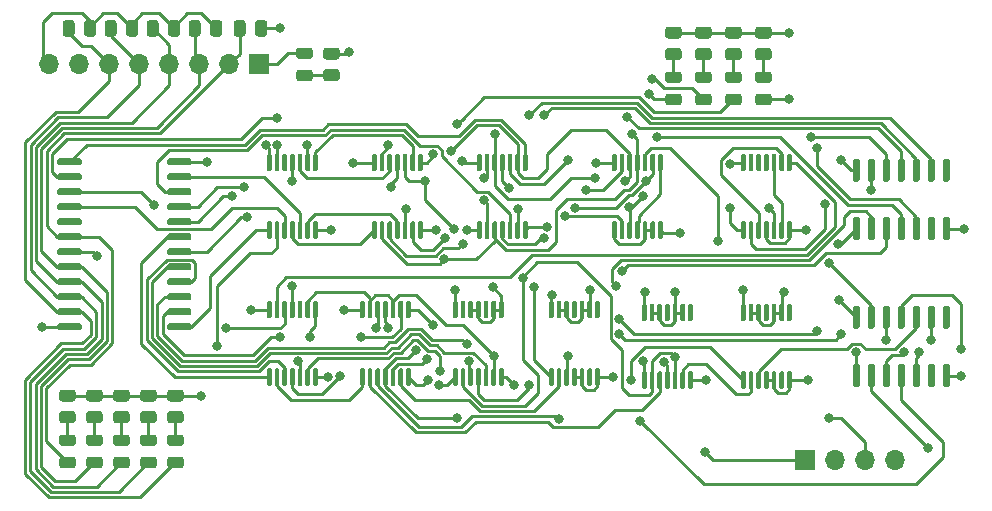
<source format=gbr>
%TF.GenerationSoftware,KiCad,Pcbnew,(5.1.10-1-10_14)*%
%TF.CreationDate,2021-12-18T11:36:21-05:00*%
%TF.ProjectId,control-unit,636f6e74-726f-46c2-9d75-6e69742e6b69,rev?*%
%TF.SameCoordinates,Original*%
%TF.FileFunction,Copper,L1,Top*%
%TF.FilePolarity,Positive*%
%FSLAX46Y46*%
G04 Gerber Fmt 4.6, Leading zero omitted, Abs format (unit mm)*
G04 Created by KiCad (PCBNEW (5.1.10-1-10_14)) date 2021-12-18 11:36:21*
%MOMM*%
%LPD*%
G01*
G04 APERTURE LIST*
%TA.AperFunction,ComponentPad*%
%ADD10O,1.700000X1.700000*%
%TD*%
%TA.AperFunction,ComponentPad*%
%ADD11R,1.700000X1.700000*%
%TD*%
%TA.AperFunction,ViaPad*%
%ADD12C,0.800000*%
%TD*%
%TA.AperFunction,Conductor*%
%ADD13C,0.250000*%
%TD*%
G04 APERTURE END LIST*
%TO.P,R15,2*%
%TO.N,VCC*%
%TA.AperFunction,SMDPad,CuDef*%
G36*
G01*
X128162000Y-80206001D02*
X128162000Y-79305999D01*
G75*
G02*
X128411999Y-79056000I249999J0D01*
G01*
X128937001Y-79056000D01*
G75*
G02*
X129187000Y-79305999I0J-249999D01*
G01*
X129187000Y-80206001D01*
G75*
G02*
X128937001Y-80456000I-249999J0D01*
G01*
X128411999Y-80456000D01*
G75*
G02*
X128162000Y-80206001I0J249999D01*
G01*
G37*
%TD.AperFunction*%
%TO.P,R15,1*%
%TO.N,EN*%
%TA.AperFunction,SMDPad,CuDef*%
G36*
G01*
X126337000Y-80206001D02*
X126337000Y-79305999D01*
G75*
G02*
X126586999Y-79056000I249999J0D01*
G01*
X127112001Y-79056000D01*
G75*
G02*
X127362000Y-79305999I0J-249999D01*
G01*
X127362000Y-80206001D01*
G75*
G02*
X127112001Y-80456000I-249999J0D01*
G01*
X126586999Y-80456000D01*
G75*
G02*
X126337000Y-80206001I0J249999D01*
G01*
G37*
%TD.AperFunction*%
%TD*%
%TO.P,R14,2*%
%TO.N,GND*%
%TA.AperFunction,SMDPad,CuDef*%
G36*
G01*
X124352000Y-80206001D02*
X124352000Y-79305999D01*
G75*
G02*
X124601999Y-79056000I249999J0D01*
G01*
X125127001Y-79056000D01*
G75*
G02*
X125377000Y-79305999I0J-249999D01*
G01*
X125377000Y-80206001D01*
G75*
G02*
X125127001Y-80456000I-249999J0D01*
G01*
X124601999Y-80456000D01*
G75*
G02*
X124352000Y-80206001I0J249999D01*
G01*
G37*
%TD.AperFunction*%
%TO.P,R14,1*%
%TO.N,ADR3*%
%TA.AperFunction,SMDPad,CuDef*%
G36*
G01*
X122527000Y-80206001D02*
X122527000Y-79305999D01*
G75*
G02*
X122776999Y-79056000I249999J0D01*
G01*
X123302001Y-79056000D01*
G75*
G02*
X123552000Y-79305999I0J-249999D01*
G01*
X123552000Y-80206001D01*
G75*
G02*
X123302001Y-80456000I-249999J0D01*
G01*
X122776999Y-80456000D01*
G75*
G02*
X122527000Y-80206001I0J249999D01*
G01*
G37*
%TD.AperFunction*%
%TD*%
%TO.P,R13,2*%
%TO.N,GND*%
%TA.AperFunction,SMDPad,CuDef*%
G36*
G01*
X120796000Y-80206001D02*
X120796000Y-79305999D01*
G75*
G02*
X121045999Y-79056000I249999J0D01*
G01*
X121571001Y-79056000D01*
G75*
G02*
X121821000Y-79305999I0J-249999D01*
G01*
X121821000Y-80206001D01*
G75*
G02*
X121571001Y-80456000I-249999J0D01*
G01*
X121045999Y-80456000D01*
G75*
G02*
X120796000Y-80206001I0J249999D01*
G01*
G37*
%TD.AperFunction*%
%TO.P,R13,1*%
%TO.N,ADR2*%
%TA.AperFunction,SMDPad,CuDef*%
G36*
G01*
X118971000Y-80206001D02*
X118971000Y-79305999D01*
G75*
G02*
X119220999Y-79056000I249999J0D01*
G01*
X119746001Y-79056000D01*
G75*
G02*
X119996000Y-79305999I0J-249999D01*
G01*
X119996000Y-80206001D01*
G75*
G02*
X119746001Y-80456000I-249999J0D01*
G01*
X119220999Y-80456000D01*
G75*
G02*
X118971000Y-80206001I0J249999D01*
G01*
G37*
%TD.AperFunction*%
%TD*%
%TO.P,R12,2*%
%TO.N,GND*%
%TA.AperFunction,SMDPad,CuDef*%
G36*
G01*
X117240000Y-80206001D02*
X117240000Y-79305999D01*
G75*
G02*
X117489999Y-79056000I249999J0D01*
G01*
X118015001Y-79056000D01*
G75*
G02*
X118265000Y-79305999I0J-249999D01*
G01*
X118265000Y-80206001D01*
G75*
G02*
X118015001Y-80456000I-249999J0D01*
G01*
X117489999Y-80456000D01*
G75*
G02*
X117240000Y-80206001I0J249999D01*
G01*
G37*
%TD.AperFunction*%
%TO.P,R12,1*%
%TO.N,ADR1*%
%TA.AperFunction,SMDPad,CuDef*%
G36*
G01*
X115415000Y-80206001D02*
X115415000Y-79305999D01*
G75*
G02*
X115664999Y-79056000I249999J0D01*
G01*
X116190001Y-79056000D01*
G75*
G02*
X116440000Y-79305999I0J-249999D01*
G01*
X116440000Y-80206001D01*
G75*
G02*
X116190001Y-80456000I-249999J0D01*
G01*
X115664999Y-80456000D01*
G75*
G02*
X115415000Y-80206001I0J249999D01*
G01*
G37*
%TD.AperFunction*%
%TD*%
%TO.P,R11,2*%
%TO.N,GND*%
%TA.AperFunction,SMDPad,CuDef*%
G36*
G01*
X113684000Y-80206001D02*
X113684000Y-79305999D01*
G75*
G02*
X113933999Y-79056000I249999J0D01*
G01*
X114459001Y-79056000D01*
G75*
G02*
X114709000Y-79305999I0J-249999D01*
G01*
X114709000Y-80206001D01*
G75*
G02*
X114459001Y-80456000I-249999J0D01*
G01*
X113933999Y-80456000D01*
G75*
G02*
X113684000Y-80206001I0J249999D01*
G01*
G37*
%TD.AperFunction*%
%TO.P,R11,1*%
%TO.N,ADR0*%
%TA.AperFunction,SMDPad,CuDef*%
G36*
G01*
X111859000Y-80206001D02*
X111859000Y-79305999D01*
G75*
G02*
X112108999Y-79056000I249999J0D01*
G01*
X112634001Y-79056000D01*
G75*
G02*
X112884000Y-79305999I0J-249999D01*
G01*
X112884000Y-80206001D01*
G75*
G02*
X112634001Y-80456000I-249999J0D01*
G01*
X112108999Y-80456000D01*
G75*
G02*
X111859000Y-80206001I0J249999D01*
G01*
G37*
%TD.AperFunction*%
%TD*%
%TO.P,R10,2*%
%TO.N,GND*%
%TA.AperFunction,SMDPad,CuDef*%
G36*
G01*
X112718002Y-111360000D02*
X111817998Y-111360000D01*
G75*
G02*
X111568000Y-111110002I0J249998D01*
G01*
X111568000Y-110584998D01*
G75*
G02*
X111817998Y-110335000I249998J0D01*
G01*
X112718002Y-110335000D01*
G75*
G02*
X112968000Y-110584998I0J-249998D01*
G01*
X112968000Y-111110002D01*
G75*
G02*
X112718002Y-111360000I-249998J0D01*
G01*
G37*
%TD.AperFunction*%
%TO.P,R10,1*%
%TO.N,Net-(D10-Pad1)*%
%TA.AperFunction,SMDPad,CuDef*%
G36*
G01*
X112718002Y-113185000D02*
X111817998Y-113185000D01*
G75*
G02*
X111568000Y-112935002I0J249998D01*
G01*
X111568000Y-112409998D01*
G75*
G02*
X111817998Y-112160000I249998J0D01*
G01*
X112718002Y-112160000D01*
G75*
G02*
X112968000Y-112409998I0J-249998D01*
G01*
X112968000Y-112935002D01*
G75*
G02*
X112718002Y-113185000I-249998J0D01*
G01*
G37*
%TD.AperFunction*%
%TD*%
%TO.P,R9,2*%
%TO.N,GND*%
%TA.AperFunction,SMDPad,CuDef*%
G36*
G01*
X115004002Y-111360000D02*
X114103998Y-111360000D01*
G75*
G02*
X113854000Y-111110002I0J249998D01*
G01*
X113854000Y-110584998D01*
G75*
G02*
X114103998Y-110335000I249998J0D01*
G01*
X115004002Y-110335000D01*
G75*
G02*
X115254000Y-110584998I0J-249998D01*
G01*
X115254000Y-111110002D01*
G75*
G02*
X115004002Y-111360000I-249998J0D01*
G01*
G37*
%TD.AperFunction*%
%TO.P,R9,1*%
%TO.N,Net-(D9-Pad1)*%
%TA.AperFunction,SMDPad,CuDef*%
G36*
G01*
X115004002Y-113185000D02*
X114103998Y-113185000D01*
G75*
G02*
X113854000Y-112935002I0J249998D01*
G01*
X113854000Y-112409998D01*
G75*
G02*
X114103998Y-112160000I249998J0D01*
G01*
X115004002Y-112160000D01*
G75*
G02*
X115254000Y-112409998I0J-249998D01*
G01*
X115254000Y-112935002D01*
G75*
G02*
X115004002Y-113185000I-249998J0D01*
G01*
G37*
%TD.AperFunction*%
%TD*%
%TO.P,R8,2*%
%TO.N,GND*%
%TA.AperFunction,SMDPad,CuDef*%
G36*
G01*
X117290002Y-111360000D02*
X116389998Y-111360000D01*
G75*
G02*
X116140000Y-111110002I0J249998D01*
G01*
X116140000Y-110584998D01*
G75*
G02*
X116389998Y-110335000I249998J0D01*
G01*
X117290002Y-110335000D01*
G75*
G02*
X117540000Y-110584998I0J-249998D01*
G01*
X117540000Y-111110002D01*
G75*
G02*
X117290002Y-111360000I-249998J0D01*
G01*
G37*
%TD.AperFunction*%
%TO.P,R8,1*%
%TO.N,Net-(D8-Pad1)*%
%TA.AperFunction,SMDPad,CuDef*%
G36*
G01*
X117290002Y-113185000D02*
X116389998Y-113185000D01*
G75*
G02*
X116140000Y-112935002I0J249998D01*
G01*
X116140000Y-112409998D01*
G75*
G02*
X116389998Y-112160000I249998J0D01*
G01*
X117290002Y-112160000D01*
G75*
G02*
X117540000Y-112409998I0J-249998D01*
G01*
X117540000Y-112935002D01*
G75*
G02*
X117290002Y-113185000I-249998J0D01*
G01*
G37*
%TD.AperFunction*%
%TD*%
%TO.P,R7,2*%
%TO.N,GND*%
%TA.AperFunction,SMDPad,CuDef*%
G36*
G01*
X119576002Y-111360000D02*
X118675998Y-111360000D01*
G75*
G02*
X118426000Y-111110002I0J249998D01*
G01*
X118426000Y-110584998D01*
G75*
G02*
X118675998Y-110335000I249998J0D01*
G01*
X119576002Y-110335000D01*
G75*
G02*
X119826000Y-110584998I0J-249998D01*
G01*
X119826000Y-111110002D01*
G75*
G02*
X119576002Y-111360000I-249998J0D01*
G01*
G37*
%TD.AperFunction*%
%TO.P,R7,1*%
%TO.N,Net-(D7-Pad1)*%
%TA.AperFunction,SMDPad,CuDef*%
G36*
G01*
X119576002Y-113185000D02*
X118675998Y-113185000D01*
G75*
G02*
X118426000Y-112935002I0J249998D01*
G01*
X118426000Y-112409998D01*
G75*
G02*
X118675998Y-112160000I249998J0D01*
G01*
X119576002Y-112160000D01*
G75*
G02*
X119826000Y-112409998I0J-249998D01*
G01*
X119826000Y-112935002D01*
G75*
G02*
X119576002Y-113185000I-249998J0D01*
G01*
G37*
%TD.AperFunction*%
%TD*%
%TO.P,R6,2*%
%TO.N,GND*%
%TA.AperFunction,SMDPad,CuDef*%
G36*
G01*
X121862002Y-111360000D02*
X120961998Y-111360000D01*
G75*
G02*
X120712000Y-111110002I0J249998D01*
G01*
X120712000Y-110584998D01*
G75*
G02*
X120961998Y-110335000I249998J0D01*
G01*
X121862002Y-110335000D01*
G75*
G02*
X122112000Y-110584998I0J-249998D01*
G01*
X122112000Y-111110002D01*
G75*
G02*
X121862002Y-111360000I-249998J0D01*
G01*
G37*
%TD.AperFunction*%
%TO.P,R6,1*%
%TO.N,Net-(D6-Pad1)*%
%TA.AperFunction,SMDPad,CuDef*%
G36*
G01*
X121862002Y-113185000D02*
X120961998Y-113185000D01*
G75*
G02*
X120712000Y-112935002I0J249998D01*
G01*
X120712000Y-112409998D01*
G75*
G02*
X120961998Y-112160000I249998J0D01*
G01*
X121862002Y-112160000D01*
G75*
G02*
X122112000Y-112409998I0J-249998D01*
G01*
X122112000Y-112935002D01*
G75*
G02*
X121862002Y-113185000I-249998J0D01*
G01*
G37*
%TD.AperFunction*%
%TD*%
%TO.P,D10,2*%
%TO.N,EN*%
%TA.AperFunction,SMDPad,CuDef*%
G36*
G01*
X111811750Y-116020000D02*
X112724250Y-116020000D01*
G75*
G02*
X112968000Y-116263750I0J-243750D01*
G01*
X112968000Y-116751250D01*
G75*
G02*
X112724250Y-116995000I-243750J0D01*
G01*
X111811750Y-116995000D01*
G75*
G02*
X111568000Y-116751250I0J243750D01*
G01*
X111568000Y-116263750D01*
G75*
G02*
X111811750Y-116020000I243750J0D01*
G01*
G37*
%TD.AperFunction*%
%TO.P,D10,1*%
%TO.N,Net-(D10-Pad1)*%
%TA.AperFunction,SMDPad,CuDef*%
G36*
G01*
X111811750Y-114145000D02*
X112724250Y-114145000D01*
G75*
G02*
X112968000Y-114388750I0J-243750D01*
G01*
X112968000Y-114876250D01*
G75*
G02*
X112724250Y-115120000I-243750J0D01*
G01*
X111811750Y-115120000D01*
G75*
G02*
X111568000Y-114876250I0J243750D01*
G01*
X111568000Y-114388750D01*
G75*
G02*
X111811750Y-114145000I243750J0D01*
G01*
G37*
%TD.AperFunction*%
%TD*%
%TO.P,D9,2*%
%TO.N,ADR3*%
%TA.AperFunction,SMDPad,CuDef*%
G36*
G01*
X114097750Y-116020000D02*
X115010250Y-116020000D01*
G75*
G02*
X115254000Y-116263750I0J-243750D01*
G01*
X115254000Y-116751250D01*
G75*
G02*
X115010250Y-116995000I-243750J0D01*
G01*
X114097750Y-116995000D01*
G75*
G02*
X113854000Y-116751250I0J243750D01*
G01*
X113854000Y-116263750D01*
G75*
G02*
X114097750Y-116020000I243750J0D01*
G01*
G37*
%TD.AperFunction*%
%TO.P,D9,1*%
%TO.N,Net-(D9-Pad1)*%
%TA.AperFunction,SMDPad,CuDef*%
G36*
G01*
X114097750Y-114145000D02*
X115010250Y-114145000D01*
G75*
G02*
X115254000Y-114388750I0J-243750D01*
G01*
X115254000Y-114876250D01*
G75*
G02*
X115010250Y-115120000I-243750J0D01*
G01*
X114097750Y-115120000D01*
G75*
G02*
X113854000Y-114876250I0J243750D01*
G01*
X113854000Y-114388750D01*
G75*
G02*
X114097750Y-114145000I243750J0D01*
G01*
G37*
%TD.AperFunction*%
%TD*%
%TO.P,D8,2*%
%TO.N,ADR2*%
%TA.AperFunction,SMDPad,CuDef*%
G36*
G01*
X116383750Y-116020000D02*
X117296250Y-116020000D01*
G75*
G02*
X117540000Y-116263750I0J-243750D01*
G01*
X117540000Y-116751250D01*
G75*
G02*
X117296250Y-116995000I-243750J0D01*
G01*
X116383750Y-116995000D01*
G75*
G02*
X116140000Y-116751250I0J243750D01*
G01*
X116140000Y-116263750D01*
G75*
G02*
X116383750Y-116020000I243750J0D01*
G01*
G37*
%TD.AperFunction*%
%TO.P,D8,1*%
%TO.N,Net-(D8-Pad1)*%
%TA.AperFunction,SMDPad,CuDef*%
G36*
G01*
X116383750Y-114145000D02*
X117296250Y-114145000D01*
G75*
G02*
X117540000Y-114388750I0J-243750D01*
G01*
X117540000Y-114876250D01*
G75*
G02*
X117296250Y-115120000I-243750J0D01*
G01*
X116383750Y-115120000D01*
G75*
G02*
X116140000Y-114876250I0J243750D01*
G01*
X116140000Y-114388750D01*
G75*
G02*
X116383750Y-114145000I243750J0D01*
G01*
G37*
%TD.AperFunction*%
%TD*%
%TO.P,D7,2*%
%TO.N,ADR1*%
%TA.AperFunction,SMDPad,CuDef*%
G36*
G01*
X118669750Y-116020000D02*
X119582250Y-116020000D01*
G75*
G02*
X119826000Y-116263750I0J-243750D01*
G01*
X119826000Y-116751250D01*
G75*
G02*
X119582250Y-116995000I-243750J0D01*
G01*
X118669750Y-116995000D01*
G75*
G02*
X118426000Y-116751250I0J243750D01*
G01*
X118426000Y-116263750D01*
G75*
G02*
X118669750Y-116020000I243750J0D01*
G01*
G37*
%TD.AperFunction*%
%TO.P,D7,1*%
%TO.N,Net-(D7-Pad1)*%
%TA.AperFunction,SMDPad,CuDef*%
G36*
G01*
X118669750Y-114145000D02*
X119582250Y-114145000D01*
G75*
G02*
X119826000Y-114388750I0J-243750D01*
G01*
X119826000Y-114876250D01*
G75*
G02*
X119582250Y-115120000I-243750J0D01*
G01*
X118669750Y-115120000D01*
G75*
G02*
X118426000Y-114876250I0J243750D01*
G01*
X118426000Y-114388750D01*
G75*
G02*
X118669750Y-114145000I243750J0D01*
G01*
G37*
%TD.AperFunction*%
%TD*%
%TO.P,D6,2*%
%TO.N,ADR0*%
%TA.AperFunction,SMDPad,CuDef*%
G36*
G01*
X120955750Y-116020000D02*
X121868250Y-116020000D01*
G75*
G02*
X122112000Y-116263750I0J-243750D01*
G01*
X122112000Y-116751250D01*
G75*
G02*
X121868250Y-116995000I-243750J0D01*
G01*
X120955750Y-116995000D01*
G75*
G02*
X120712000Y-116751250I0J243750D01*
G01*
X120712000Y-116263750D01*
G75*
G02*
X120955750Y-116020000I243750J0D01*
G01*
G37*
%TD.AperFunction*%
%TO.P,D6,1*%
%TO.N,Net-(D6-Pad1)*%
%TA.AperFunction,SMDPad,CuDef*%
G36*
G01*
X120955750Y-114145000D02*
X121868250Y-114145000D01*
G75*
G02*
X122112000Y-114388750I0J-243750D01*
G01*
X122112000Y-114876250D01*
G75*
G02*
X121868250Y-115120000I-243750J0D01*
G01*
X120955750Y-115120000D01*
G75*
G02*
X120712000Y-114876250I0J243750D01*
G01*
X120712000Y-114388750D01*
G75*
G02*
X120955750Y-114145000I243750J0D01*
G01*
G37*
%TD.AperFunction*%
%TD*%
%TO.P,R5,2*%
%TO.N,GND*%
%TA.AperFunction,SMDPad,CuDef*%
G36*
G01*
X164026002Y-80626000D02*
X163125998Y-80626000D01*
G75*
G02*
X162876000Y-80376002I0J249998D01*
G01*
X162876000Y-79850998D01*
G75*
G02*
X163125998Y-79601000I249998J0D01*
G01*
X164026002Y-79601000D01*
G75*
G02*
X164276000Y-79850998I0J-249998D01*
G01*
X164276000Y-80376002D01*
G75*
G02*
X164026002Y-80626000I-249998J0D01*
G01*
G37*
%TD.AperFunction*%
%TO.P,R5,1*%
%TO.N,Net-(D5-Pad1)*%
%TA.AperFunction,SMDPad,CuDef*%
G36*
G01*
X164026002Y-82451000D02*
X163125998Y-82451000D01*
G75*
G02*
X162876000Y-82201002I0J249998D01*
G01*
X162876000Y-81675998D01*
G75*
G02*
X163125998Y-81426000I249998J0D01*
G01*
X164026002Y-81426000D01*
G75*
G02*
X164276000Y-81675998I0J-249998D01*
G01*
X164276000Y-82201002D01*
G75*
G02*
X164026002Y-82451000I-249998J0D01*
G01*
G37*
%TD.AperFunction*%
%TD*%
%TO.P,R4,2*%
%TO.N,GND*%
%TA.AperFunction,SMDPad,CuDef*%
G36*
G01*
X166566002Y-80626000D02*
X165665998Y-80626000D01*
G75*
G02*
X165416000Y-80376002I0J249998D01*
G01*
X165416000Y-79850998D01*
G75*
G02*
X165665998Y-79601000I249998J0D01*
G01*
X166566002Y-79601000D01*
G75*
G02*
X166816000Y-79850998I0J-249998D01*
G01*
X166816000Y-80376002D01*
G75*
G02*
X166566002Y-80626000I-249998J0D01*
G01*
G37*
%TD.AperFunction*%
%TO.P,R4,1*%
%TO.N,Net-(D4-Pad1)*%
%TA.AperFunction,SMDPad,CuDef*%
G36*
G01*
X166566002Y-82451000D02*
X165665998Y-82451000D01*
G75*
G02*
X165416000Y-82201002I0J249998D01*
G01*
X165416000Y-81675998D01*
G75*
G02*
X165665998Y-81426000I249998J0D01*
G01*
X166566002Y-81426000D01*
G75*
G02*
X166816000Y-81675998I0J-249998D01*
G01*
X166816000Y-82201002D01*
G75*
G02*
X166566002Y-82451000I-249998J0D01*
G01*
G37*
%TD.AperFunction*%
%TD*%
%TO.P,R3,2*%
%TO.N,GND*%
%TA.AperFunction,SMDPad,CuDef*%
G36*
G01*
X169106002Y-80626000D02*
X168205998Y-80626000D01*
G75*
G02*
X167956000Y-80376002I0J249998D01*
G01*
X167956000Y-79850998D01*
G75*
G02*
X168205998Y-79601000I249998J0D01*
G01*
X169106002Y-79601000D01*
G75*
G02*
X169356000Y-79850998I0J-249998D01*
G01*
X169356000Y-80376002D01*
G75*
G02*
X169106002Y-80626000I-249998J0D01*
G01*
G37*
%TD.AperFunction*%
%TO.P,R3,1*%
%TO.N,Net-(D3-Pad1)*%
%TA.AperFunction,SMDPad,CuDef*%
G36*
G01*
X169106002Y-82451000D02*
X168205998Y-82451000D01*
G75*
G02*
X167956000Y-82201002I0J249998D01*
G01*
X167956000Y-81675998D01*
G75*
G02*
X168205998Y-81426000I249998J0D01*
G01*
X169106002Y-81426000D01*
G75*
G02*
X169356000Y-81675998I0J-249998D01*
G01*
X169356000Y-82201002D01*
G75*
G02*
X169106002Y-82451000I-249998J0D01*
G01*
G37*
%TD.AperFunction*%
%TD*%
%TO.P,R2,2*%
%TO.N,GND*%
%TA.AperFunction,SMDPad,CuDef*%
G36*
G01*
X171646002Y-80626000D02*
X170745998Y-80626000D01*
G75*
G02*
X170496000Y-80376002I0J249998D01*
G01*
X170496000Y-79850998D01*
G75*
G02*
X170745998Y-79601000I249998J0D01*
G01*
X171646002Y-79601000D01*
G75*
G02*
X171896000Y-79850998I0J-249998D01*
G01*
X171896000Y-80376002D01*
G75*
G02*
X171646002Y-80626000I-249998J0D01*
G01*
G37*
%TD.AperFunction*%
%TO.P,R2,1*%
%TO.N,Net-(D2-Pad1)*%
%TA.AperFunction,SMDPad,CuDef*%
G36*
G01*
X171646002Y-82451000D02*
X170745998Y-82451000D01*
G75*
G02*
X170496000Y-82201002I0J249998D01*
G01*
X170496000Y-81675998D01*
G75*
G02*
X170745998Y-81426000I249998J0D01*
G01*
X171646002Y-81426000D01*
G75*
G02*
X171896000Y-81675998I0J-249998D01*
G01*
X171896000Y-82201002D01*
G75*
G02*
X171646002Y-82451000I-249998J0D01*
G01*
G37*
%TD.AperFunction*%
%TD*%
%TO.P,R1,2*%
%TO.N,GND*%
%TA.AperFunction,SMDPad,CuDef*%
G36*
G01*
X135070002Y-82404000D02*
X134169998Y-82404000D01*
G75*
G02*
X133920000Y-82154002I0J249998D01*
G01*
X133920000Y-81628998D01*
G75*
G02*
X134169998Y-81379000I249998J0D01*
G01*
X135070002Y-81379000D01*
G75*
G02*
X135320000Y-81628998I0J-249998D01*
G01*
X135320000Y-82154002D01*
G75*
G02*
X135070002Y-82404000I-249998J0D01*
G01*
G37*
%TD.AperFunction*%
%TO.P,R1,1*%
%TO.N,Net-(D1-Pad1)*%
%TA.AperFunction,SMDPad,CuDef*%
G36*
G01*
X135070002Y-84229000D02*
X134169998Y-84229000D01*
G75*
G02*
X133920000Y-83979002I0J249998D01*
G01*
X133920000Y-83453998D01*
G75*
G02*
X134169998Y-83204000I249998J0D01*
G01*
X135070002Y-83204000D01*
G75*
G02*
X135320000Y-83453998I0J-249998D01*
G01*
X135320000Y-83979002D01*
G75*
G02*
X135070002Y-84229000I-249998J0D01*
G01*
G37*
%TD.AperFunction*%
%TD*%
%TO.P,D5,2*%
%TO.N,OVERFLOW_FLAG*%
%TA.AperFunction,SMDPad,CuDef*%
G36*
G01*
X163119750Y-85286000D02*
X164032250Y-85286000D01*
G75*
G02*
X164276000Y-85529750I0J-243750D01*
G01*
X164276000Y-86017250D01*
G75*
G02*
X164032250Y-86261000I-243750J0D01*
G01*
X163119750Y-86261000D01*
G75*
G02*
X162876000Y-86017250I0J243750D01*
G01*
X162876000Y-85529750D01*
G75*
G02*
X163119750Y-85286000I243750J0D01*
G01*
G37*
%TD.AperFunction*%
%TO.P,D5,1*%
%TO.N,Net-(D5-Pad1)*%
%TA.AperFunction,SMDPad,CuDef*%
G36*
G01*
X163119750Y-83411000D02*
X164032250Y-83411000D01*
G75*
G02*
X164276000Y-83654750I0J-243750D01*
G01*
X164276000Y-84142250D01*
G75*
G02*
X164032250Y-84386000I-243750J0D01*
G01*
X163119750Y-84386000D01*
G75*
G02*
X162876000Y-84142250I0J243750D01*
G01*
X162876000Y-83654750D01*
G75*
G02*
X163119750Y-83411000I243750J0D01*
G01*
G37*
%TD.AperFunction*%
%TD*%
%TO.P,D4,2*%
%TO.N,ZERO_FLAG*%
%TA.AperFunction,SMDPad,CuDef*%
G36*
G01*
X165659750Y-85286000D02*
X166572250Y-85286000D01*
G75*
G02*
X166816000Y-85529750I0J-243750D01*
G01*
X166816000Y-86017250D01*
G75*
G02*
X166572250Y-86261000I-243750J0D01*
G01*
X165659750Y-86261000D01*
G75*
G02*
X165416000Y-86017250I0J243750D01*
G01*
X165416000Y-85529750D01*
G75*
G02*
X165659750Y-85286000I243750J0D01*
G01*
G37*
%TD.AperFunction*%
%TO.P,D4,1*%
%TO.N,Net-(D4-Pad1)*%
%TA.AperFunction,SMDPad,CuDef*%
G36*
G01*
X165659750Y-83411000D02*
X166572250Y-83411000D01*
G75*
G02*
X166816000Y-83654750I0J-243750D01*
G01*
X166816000Y-84142250D01*
G75*
G02*
X166572250Y-84386000I-243750J0D01*
G01*
X165659750Y-84386000D01*
G75*
G02*
X165416000Y-84142250I0J243750D01*
G01*
X165416000Y-83654750D01*
G75*
G02*
X165659750Y-83411000I243750J0D01*
G01*
G37*
%TD.AperFunction*%
%TD*%
%TO.P,D3,2*%
%TO.N,SIGN_FLAG*%
%TA.AperFunction,SMDPad,CuDef*%
G36*
G01*
X168199750Y-85286000D02*
X169112250Y-85286000D01*
G75*
G02*
X169356000Y-85529750I0J-243750D01*
G01*
X169356000Y-86017250D01*
G75*
G02*
X169112250Y-86261000I-243750J0D01*
G01*
X168199750Y-86261000D01*
G75*
G02*
X167956000Y-86017250I0J243750D01*
G01*
X167956000Y-85529750D01*
G75*
G02*
X168199750Y-85286000I243750J0D01*
G01*
G37*
%TD.AperFunction*%
%TO.P,D3,1*%
%TO.N,Net-(D3-Pad1)*%
%TA.AperFunction,SMDPad,CuDef*%
G36*
G01*
X168199750Y-83411000D02*
X169112250Y-83411000D01*
G75*
G02*
X169356000Y-83654750I0J-243750D01*
G01*
X169356000Y-84142250D01*
G75*
G02*
X169112250Y-84386000I-243750J0D01*
G01*
X168199750Y-84386000D01*
G75*
G02*
X167956000Y-84142250I0J243750D01*
G01*
X167956000Y-83654750D01*
G75*
G02*
X168199750Y-83411000I243750J0D01*
G01*
G37*
%TD.AperFunction*%
%TD*%
%TO.P,D2,2*%
%TO.N,CARRY_FLAG*%
%TA.AperFunction,SMDPad,CuDef*%
G36*
G01*
X170739750Y-85286000D02*
X171652250Y-85286000D01*
G75*
G02*
X171896000Y-85529750I0J-243750D01*
G01*
X171896000Y-86017250D01*
G75*
G02*
X171652250Y-86261000I-243750J0D01*
G01*
X170739750Y-86261000D01*
G75*
G02*
X170496000Y-86017250I0J243750D01*
G01*
X170496000Y-85529750D01*
G75*
G02*
X170739750Y-85286000I243750J0D01*
G01*
G37*
%TD.AperFunction*%
%TO.P,D2,1*%
%TO.N,Net-(D2-Pad1)*%
%TA.AperFunction,SMDPad,CuDef*%
G36*
G01*
X170739750Y-83411000D02*
X171652250Y-83411000D01*
G75*
G02*
X171896000Y-83654750I0J-243750D01*
G01*
X171896000Y-84142250D01*
G75*
G02*
X171652250Y-84386000I-243750J0D01*
G01*
X170739750Y-84386000D01*
G75*
G02*
X170496000Y-84142250I0J243750D01*
G01*
X170496000Y-83654750D01*
G75*
G02*
X170739750Y-83411000I243750J0D01*
G01*
G37*
%TD.AperFunction*%
%TD*%
%TO.P,D1,2*%
%TO.N,LOAD_PROGRAM_COUNTER_COND*%
%TA.AperFunction,SMDPad,CuDef*%
G36*
G01*
X132790250Y-82354000D02*
X131877750Y-82354000D01*
G75*
G02*
X131634000Y-82110250I0J243750D01*
G01*
X131634000Y-81622750D01*
G75*
G02*
X131877750Y-81379000I243750J0D01*
G01*
X132790250Y-81379000D01*
G75*
G02*
X133034000Y-81622750I0J-243750D01*
G01*
X133034000Y-82110250D01*
G75*
G02*
X132790250Y-82354000I-243750J0D01*
G01*
G37*
%TD.AperFunction*%
%TO.P,D1,1*%
%TO.N,Net-(D1-Pad1)*%
%TA.AperFunction,SMDPad,CuDef*%
G36*
G01*
X132790250Y-84229000D02*
X131877750Y-84229000D01*
G75*
G02*
X131634000Y-83985250I0J243750D01*
G01*
X131634000Y-83497750D01*
G75*
G02*
X131877750Y-83254000I243750J0D01*
G01*
X132790250Y-83254000D01*
G75*
G02*
X133034000Y-83497750I0J-243750D01*
G01*
X133034000Y-83985250D01*
G75*
G02*
X132790250Y-84229000I-243750J0D01*
G01*
G37*
%TD.AperFunction*%
%TD*%
%TO.P,U11,14*%
%TO.N,VCC*%
%TA.AperFunction,SMDPad,CuDef*%
G36*
G01*
X179220000Y-105180000D02*
X178920000Y-105180000D01*
G75*
G02*
X178770000Y-105030000I0J150000D01*
G01*
X178770000Y-103380000D01*
G75*
G02*
X178920000Y-103230000I150000J0D01*
G01*
X179220000Y-103230000D01*
G75*
G02*
X179370000Y-103380000I0J-150000D01*
G01*
X179370000Y-105030000D01*
G75*
G02*
X179220000Y-105180000I-150000J0D01*
G01*
G37*
%TD.AperFunction*%
%TO.P,U11,13*%
%TO.N,Net-(U11-Pad13)*%
%TA.AperFunction,SMDPad,CuDef*%
G36*
G01*
X180490000Y-105180000D02*
X180190000Y-105180000D01*
G75*
G02*
X180040000Y-105030000I0J150000D01*
G01*
X180040000Y-103380000D01*
G75*
G02*
X180190000Y-103230000I150000J0D01*
G01*
X180490000Y-103230000D01*
G75*
G02*
X180640000Y-103380000I0J-150000D01*
G01*
X180640000Y-105030000D01*
G75*
G02*
X180490000Y-105180000I-150000J0D01*
G01*
G37*
%TD.AperFunction*%
%TO.P,U11,12*%
%TO.N,Net-(U11-Pad1)*%
%TA.AperFunction,SMDPad,CuDef*%
G36*
G01*
X181760000Y-105180000D02*
X181460000Y-105180000D01*
G75*
G02*
X181310000Y-105030000I0J150000D01*
G01*
X181310000Y-103380000D01*
G75*
G02*
X181460000Y-103230000I150000J0D01*
G01*
X181760000Y-103230000D01*
G75*
G02*
X181910000Y-103380000I0J-150000D01*
G01*
X181910000Y-105030000D01*
G75*
G02*
X181760000Y-105180000I-150000J0D01*
G01*
G37*
%TD.AperFunction*%
%TO.P,U11,11*%
%TO.N,OR_JUMP*%
%TA.AperFunction,SMDPad,CuDef*%
G36*
G01*
X183030000Y-105180000D02*
X182730000Y-105180000D01*
G75*
G02*
X182580000Y-105030000I0J150000D01*
G01*
X182580000Y-103380000D01*
G75*
G02*
X182730000Y-103230000I150000J0D01*
G01*
X183030000Y-103230000D01*
G75*
G02*
X183180000Y-103380000I0J-150000D01*
G01*
X183180000Y-105030000D01*
G75*
G02*
X183030000Y-105180000I-150000J0D01*
G01*
G37*
%TD.AperFunction*%
%TO.P,U11,10*%
%TO.N,OR_JLE_JNG*%
%TA.AperFunction,SMDPad,CuDef*%
G36*
G01*
X184300000Y-105180000D02*
X184000000Y-105180000D01*
G75*
G02*
X183850000Y-105030000I0J150000D01*
G01*
X183850000Y-103380000D01*
G75*
G02*
X184000000Y-103230000I150000J0D01*
G01*
X184300000Y-103230000D01*
G75*
G02*
X184450000Y-103380000I0J-150000D01*
G01*
X184450000Y-105030000D01*
G75*
G02*
X184300000Y-105180000I-150000J0D01*
G01*
G37*
%TD.AperFunction*%
%TO.P,U11,9*%
%TO.N,OR_JG_JNLE*%
%TA.AperFunction,SMDPad,CuDef*%
G36*
G01*
X185570000Y-105180000D02*
X185270000Y-105180000D01*
G75*
G02*
X185120000Y-105030000I0J150000D01*
G01*
X185120000Y-103380000D01*
G75*
G02*
X185270000Y-103230000I150000J0D01*
G01*
X185570000Y-103230000D01*
G75*
G02*
X185720000Y-103380000I0J-150000D01*
G01*
X185720000Y-105030000D01*
G75*
G02*
X185570000Y-105180000I-150000J0D01*
G01*
G37*
%TD.AperFunction*%
%TO.P,U11,8*%
%TO.N,N/C*%
%TA.AperFunction,SMDPad,CuDef*%
G36*
G01*
X186840000Y-105180000D02*
X186540000Y-105180000D01*
G75*
G02*
X186390000Y-105030000I0J150000D01*
G01*
X186390000Y-103380000D01*
G75*
G02*
X186540000Y-103230000I150000J0D01*
G01*
X186840000Y-103230000D01*
G75*
G02*
X186990000Y-103380000I0J-150000D01*
G01*
X186990000Y-105030000D01*
G75*
G02*
X186840000Y-105180000I-150000J0D01*
G01*
G37*
%TD.AperFunction*%
%TO.P,U11,7*%
%TO.N,GND*%
%TA.AperFunction,SMDPad,CuDef*%
G36*
G01*
X186840000Y-110130000D02*
X186540000Y-110130000D01*
G75*
G02*
X186390000Y-109980000I0J150000D01*
G01*
X186390000Y-108330000D01*
G75*
G02*
X186540000Y-108180000I150000J0D01*
G01*
X186840000Y-108180000D01*
G75*
G02*
X186990000Y-108330000I0J-150000D01*
G01*
X186990000Y-109980000D01*
G75*
G02*
X186840000Y-110130000I-150000J0D01*
G01*
G37*
%TD.AperFunction*%
%TO.P,U11,6*%
%TO.N,N/C*%
%TA.AperFunction,SMDPad,CuDef*%
G36*
G01*
X185570000Y-110130000D02*
X185270000Y-110130000D01*
G75*
G02*
X185120000Y-109980000I0J150000D01*
G01*
X185120000Y-108330000D01*
G75*
G02*
X185270000Y-108180000I150000J0D01*
G01*
X185570000Y-108180000D01*
G75*
G02*
X185720000Y-108330000I0J-150000D01*
G01*
X185720000Y-109980000D01*
G75*
G02*
X185570000Y-110130000I-150000J0D01*
G01*
G37*
%TD.AperFunction*%
%TO.P,U11,5*%
%TO.N,OR_JGE_JNL*%
%TA.AperFunction,SMDPad,CuDef*%
G36*
G01*
X184300000Y-110130000D02*
X184000000Y-110130000D01*
G75*
G02*
X183850000Y-109980000I0J150000D01*
G01*
X183850000Y-108330000D01*
G75*
G02*
X184000000Y-108180000I150000J0D01*
G01*
X184300000Y-108180000D01*
G75*
G02*
X184450000Y-108330000I0J-150000D01*
G01*
X184450000Y-109980000D01*
G75*
G02*
X184300000Y-110130000I-150000J0D01*
G01*
G37*
%TD.AperFunction*%
%TO.P,U11,4*%
%TO.N,OR_JL_JNGE*%
%TA.AperFunction,SMDPad,CuDef*%
G36*
G01*
X183030000Y-110130000D02*
X182730000Y-110130000D01*
G75*
G02*
X182580000Y-109980000I0J150000D01*
G01*
X182580000Y-108330000D01*
G75*
G02*
X182730000Y-108180000I150000J0D01*
G01*
X183030000Y-108180000D01*
G75*
G02*
X183180000Y-108330000I0J-150000D01*
G01*
X183180000Y-109980000D01*
G75*
G02*
X183030000Y-110130000I-150000J0D01*
G01*
G37*
%TD.AperFunction*%
%TO.P,U11,3*%
%TO.N,OR_JA_JNBE*%
%TA.AperFunction,SMDPad,CuDef*%
G36*
G01*
X181760000Y-110130000D02*
X181460000Y-110130000D01*
G75*
G02*
X181310000Y-109980000I0J150000D01*
G01*
X181310000Y-108330000D01*
G75*
G02*
X181460000Y-108180000I150000J0D01*
G01*
X181760000Y-108180000D01*
G75*
G02*
X181910000Y-108330000I0J-150000D01*
G01*
X181910000Y-109980000D01*
G75*
G02*
X181760000Y-110130000I-150000J0D01*
G01*
G37*
%TD.AperFunction*%
%TO.P,U11,2*%
%TO.N,OR_JBE_JNA*%
%TA.AperFunction,SMDPad,CuDef*%
G36*
G01*
X180490000Y-110130000D02*
X180190000Y-110130000D01*
G75*
G02*
X180040000Y-109980000I0J150000D01*
G01*
X180040000Y-108330000D01*
G75*
G02*
X180190000Y-108180000I150000J0D01*
G01*
X180490000Y-108180000D01*
G75*
G02*
X180640000Y-108330000I0J-150000D01*
G01*
X180640000Y-109980000D01*
G75*
G02*
X180490000Y-110130000I-150000J0D01*
G01*
G37*
%TD.AperFunction*%
%TO.P,U11,1*%
%TO.N,Net-(U11-Pad1)*%
%TA.AperFunction,SMDPad,CuDef*%
G36*
G01*
X179220000Y-110130000D02*
X178920000Y-110130000D01*
G75*
G02*
X178770000Y-109980000I0J150000D01*
G01*
X178770000Y-108330000D01*
G75*
G02*
X178920000Y-108180000I150000J0D01*
G01*
X179220000Y-108180000D01*
G75*
G02*
X179370000Y-108330000I0J-150000D01*
G01*
X179370000Y-109980000D01*
G75*
G02*
X179220000Y-110130000I-150000J0D01*
G01*
G37*
%TD.AperFunction*%
%TD*%
%TO.P,U10,14*%
%TO.N,VCC*%
%TA.AperFunction,SMDPad,CuDef*%
G36*
G01*
X179220000Y-92734000D02*
X178920000Y-92734000D01*
G75*
G02*
X178770000Y-92584000I0J150000D01*
G01*
X178770000Y-90934000D01*
G75*
G02*
X178920000Y-90784000I150000J0D01*
G01*
X179220000Y-90784000D01*
G75*
G02*
X179370000Y-90934000I0J-150000D01*
G01*
X179370000Y-92584000D01*
G75*
G02*
X179220000Y-92734000I-150000J0D01*
G01*
G37*
%TD.AperFunction*%
%TO.P,U10,13*%
%TO.N,Net-(U10-Pad13)*%
%TA.AperFunction,SMDPad,CuDef*%
G36*
G01*
X180490000Y-92734000D02*
X180190000Y-92734000D01*
G75*
G02*
X180040000Y-92584000I0J150000D01*
G01*
X180040000Y-90934000D01*
G75*
G02*
X180190000Y-90784000I150000J0D01*
G01*
X180490000Y-90784000D01*
G75*
G02*
X180640000Y-90934000I0J-150000D01*
G01*
X180640000Y-92584000D01*
G75*
G02*
X180490000Y-92734000I-150000J0D01*
G01*
G37*
%TD.AperFunction*%
%TO.P,U10,12*%
%TO.N,OR_JNB_JAE_JNC*%
%TA.AperFunction,SMDPad,CuDef*%
G36*
G01*
X181760000Y-92734000D02*
X181460000Y-92734000D01*
G75*
G02*
X181310000Y-92584000I0J150000D01*
G01*
X181310000Y-90934000D01*
G75*
G02*
X181460000Y-90784000I150000J0D01*
G01*
X181760000Y-90784000D01*
G75*
G02*
X181910000Y-90934000I0J-150000D01*
G01*
X181910000Y-92584000D01*
G75*
G02*
X181760000Y-92734000I-150000J0D01*
G01*
G37*
%TD.AperFunction*%
%TO.P,U10,11*%
%TO.N,OR_JB_JNAE_JC*%
%TA.AperFunction,SMDPad,CuDef*%
G36*
G01*
X183030000Y-92734000D02*
X182730000Y-92734000D01*
G75*
G02*
X182580000Y-92584000I0J150000D01*
G01*
X182580000Y-90934000D01*
G75*
G02*
X182730000Y-90784000I150000J0D01*
G01*
X183030000Y-90784000D01*
G75*
G02*
X183180000Y-90934000I0J-150000D01*
G01*
X183180000Y-92584000D01*
G75*
G02*
X183030000Y-92734000I-150000J0D01*
G01*
G37*
%TD.AperFunction*%
%TO.P,U10,10*%
%TO.N,OR_JNE_JNZ*%
%TA.AperFunction,SMDPad,CuDef*%
G36*
G01*
X184300000Y-92734000D02*
X184000000Y-92734000D01*
G75*
G02*
X183850000Y-92584000I0J150000D01*
G01*
X183850000Y-90934000D01*
G75*
G02*
X184000000Y-90784000I150000J0D01*
G01*
X184300000Y-90784000D01*
G75*
G02*
X184450000Y-90934000I0J-150000D01*
G01*
X184450000Y-92584000D01*
G75*
G02*
X184300000Y-92734000I-150000J0D01*
G01*
G37*
%TD.AperFunction*%
%TO.P,U10,9*%
%TO.N,OR_JE_JZ*%
%TA.AperFunction,SMDPad,CuDef*%
G36*
G01*
X185570000Y-92734000D02*
X185270000Y-92734000D01*
G75*
G02*
X185120000Y-92584000I0J150000D01*
G01*
X185120000Y-90934000D01*
G75*
G02*
X185270000Y-90784000I150000J0D01*
G01*
X185570000Y-90784000D01*
G75*
G02*
X185720000Y-90934000I0J-150000D01*
G01*
X185720000Y-92584000D01*
G75*
G02*
X185570000Y-92734000I-150000J0D01*
G01*
G37*
%TD.AperFunction*%
%TO.P,U10,8*%
%TO.N,N/C*%
%TA.AperFunction,SMDPad,CuDef*%
G36*
G01*
X186840000Y-92734000D02*
X186540000Y-92734000D01*
G75*
G02*
X186390000Y-92584000I0J150000D01*
G01*
X186390000Y-90934000D01*
G75*
G02*
X186540000Y-90784000I150000J0D01*
G01*
X186840000Y-90784000D01*
G75*
G02*
X186990000Y-90934000I0J-150000D01*
G01*
X186990000Y-92584000D01*
G75*
G02*
X186840000Y-92734000I-150000J0D01*
G01*
G37*
%TD.AperFunction*%
%TO.P,U10,7*%
%TO.N,GND*%
%TA.AperFunction,SMDPad,CuDef*%
G36*
G01*
X186840000Y-97684000D02*
X186540000Y-97684000D01*
G75*
G02*
X186390000Y-97534000I0J150000D01*
G01*
X186390000Y-95884000D01*
G75*
G02*
X186540000Y-95734000I150000J0D01*
G01*
X186840000Y-95734000D01*
G75*
G02*
X186990000Y-95884000I0J-150000D01*
G01*
X186990000Y-97534000D01*
G75*
G02*
X186840000Y-97684000I-150000J0D01*
G01*
G37*
%TD.AperFunction*%
%TO.P,U10,6*%
%TO.N,N/C*%
%TA.AperFunction,SMDPad,CuDef*%
G36*
G01*
X185570000Y-97684000D02*
X185270000Y-97684000D01*
G75*
G02*
X185120000Y-97534000I0J150000D01*
G01*
X185120000Y-95884000D01*
G75*
G02*
X185270000Y-95734000I150000J0D01*
G01*
X185570000Y-95734000D01*
G75*
G02*
X185720000Y-95884000I0J-150000D01*
G01*
X185720000Y-97534000D01*
G75*
G02*
X185570000Y-97684000I-150000J0D01*
G01*
G37*
%TD.AperFunction*%
%TO.P,U10,5*%
%TO.N,OR_JNS*%
%TA.AperFunction,SMDPad,CuDef*%
G36*
G01*
X184300000Y-97684000D02*
X184000000Y-97684000D01*
G75*
G02*
X183850000Y-97534000I0J150000D01*
G01*
X183850000Y-95884000D01*
G75*
G02*
X184000000Y-95734000I150000J0D01*
G01*
X184300000Y-95734000D01*
G75*
G02*
X184450000Y-95884000I0J-150000D01*
G01*
X184450000Y-97534000D01*
G75*
G02*
X184300000Y-97684000I-150000J0D01*
G01*
G37*
%TD.AperFunction*%
%TO.P,U10,4*%
%TO.N,OR_JS*%
%TA.AperFunction,SMDPad,CuDef*%
G36*
G01*
X183030000Y-97684000D02*
X182730000Y-97684000D01*
G75*
G02*
X182580000Y-97534000I0J150000D01*
G01*
X182580000Y-95884000D01*
G75*
G02*
X182730000Y-95734000I150000J0D01*
G01*
X183030000Y-95734000D01*
G75*
G02*
X183180000Y-95884000I0J-150000D01*
G01*
X183180000Y-97534000D01*
G75*
G02*
X183030000Y-97684000I-150000J0D01*
G01*
G37*
%TD.AperFunction*%
%TO.P,U10,3*%
%TO.N,OR_JNO*%
%TA.AperFunction,SMDPad,CuDef*%
G36*
G01*
X181760000Y-97684000D02*
X181460000Y-97684000D01*
G75*
G02*
X181310000Y-97534000I0J150000D01*
G01*
X181310000Y-95884000D01*
G75*
G02*
X181460000Y-95734000I150000J0D01*
G01*
X181760000Y-95734000D01*
G75*
G02*
X181910000Y-95884000I0J-150000D01*
G01*
X181910000Y-97534000D01*
G75*
G02*
X181760000Y-97684000I-150000J0D01*
G01*
G37*
%TD.AperFunction*%
%TO.P,U10,2*%
%TO.N,OR_JO*%
%TA.AperFunction,SMDPad,CuDef*%
G36*
G01*
X180490000Y-97684000D02*
X180190000Y-97684000D01*
G75*
G02*
X180040000Y-97534000I0J150000D01*
G01*
X180040000Y-95884000D01*
G75*
G02*
X180190000Y-95734000I150000J0D01*
G01*
X180490000Y-95734000D01*
G75*
G02*
X180640000Y-95884000I0J-150000D01*
G01*
X180640000Y-97534000D01*
G75*
G02*
X180490000Y-97684000I-150000J0D01*
G01*
G37*
%TD.AperFunction*%
%TO.P,U10,1*%
%TO.N,Net-(U10-Pad1)*%
%TA.AperFunction,SMDPad,CuDef*%
G36*
G01*
X179220000Y-97684000D02*
X178920000Y-97684000D01*
G75*
G02*
X178770000Y-97534000I0J150000D01*
G01*
X178770000Y-95884000D01*
G75*
G02*
X178920000Y-95734000I150000J0D01*
G01*
X179220000Y-95734000D01*
G75*
G02*
X179370000Y-95884000I0J-150000D01*
G01*
X179370000Y-97534000D01*
G75*
G02*
X179220000Y-97684000I-150000J0D01*
G01*
G37*
%TD.AperFunction*%
%TD*%
D10*
%TO.P,J4,4*%
%TO.N,CARRY_FLAG*%
X182372000Y-116332000D03*
%TO.P,J4,3*%
%TO.N,SIGN_FLAG*%
X179832000Y-116332000D03*
%TO.P,J4,2*%
%TO.N,ZERO_FLAG*%
X177292000Y-116332000D03*
D11*
%TO.P,J4,1*%
%TO.N,OVERFLOW_FLAG*%
X174752000Y-116332000D03*
%TD*%
%TO.P,U6,1*%
%TO.N,Net-(U4-Pad2)*%
%TA.AperFunction,SMDPad,CuDef*%
G36*
G01*
X137342000Y-110026000D02*
X137142000Y-110026000D01*
G75*
G02*
X137042000Y-109926000I0J100000D01*
G01*
X137042000Y-108651000D01*
G75*
G02*
X137142000Y-108551000I100000J0D01*
G01*
X137342000Y-108551000D01*
G75*
G02*
X137442000Y-108651000I0J-100000D01*
G01*
X137442000Y-109926000D01*
G75*
G02*
X137342000Y-110026000I-100000J0D01*
G01*
G37*
%TD.AperFunction*%
%TO.P,U6,2*%
%TO.N,Net-(U6-Pad2)*%
%TA.AperFunction,SMDPad,CuDef*%
G36*
G01*
X137992000Y-110026000D02*
X137792000Y-110026000D01*
G75*
G02*
X137692000Y-109926000I0J100000D01*
G01*
X137692000Y-108651000D01*
G75*
G02*
X137792000Y-108551000I100000J0D01*
G01*
X137992000Y-108551000D01*
G75*
G02*
X138092000Y-108651000I0J-100000D01*
G01*
X138092000Y-109926000D01*
G75*
G02*
X137992000Y-110026000I-100000J0D01*
G01*
G37*
%TD.AperFunction*%
%TO.P,U6,3*%
%TO.N,OR_JBE_JNA*%
%TA.AperFunction,SMDPad,CuDef*%
G36*
G01*
X138642000Y-110026000D02*
X138442000Y-110026000D01*
G75*
G02*
X138342000Y-109926000I0J100000D01*
G01*
X138342000Y-108651000D01*
G75*
G02*
X138442000Y-108551000I100000J0D01*
G01*
X138642000Y-108551000D01*
G75*
G02*
X138742000Y-108651000I0J-100000D01*
G01*
X138742000Y-109926000D01*
G75*
G02*
X138642000Y-110026000I-100000J0D01*
G01*
G37*
%TD.AperFunction*%
%TO.P,U6,4*%
%TO.N,OVERFLOW_FLAG*%
%TA.AperFunction,SMDPad,CuDef*%
G36*
G01*
X139292000Y-110026000D02*
X139092000Y-110026000D01*
G75*
G02*
X138992000Y-109926000I0J100000D01*
G01*
X138992000Y-108651000D01*
G75*
G02*
X139092000Y-108551000I100000J0D01*
G01*
X139292000Y-108551000D01*
G75*
G02*
X139392000Y-108651000I0J-100000D01*
G01*
X139392000Y-109926000D01*
G75*
G02*
X139292000Y-110026000I-100000J0D01*
G01*
G37*
%TD.AperFunction*%
%TO.P,U6,5*%
%TO.N,SIGN_FLAG*%
%TA.AperFunction,SMDPad,CuDef*%
G36*
G01*
X139942000Y-110026000D02*
X139742000Y-110026000D01*
G75*
G02*
X139642000Y-109926000I0J100000D01*
G01*
X139642000Y-108651000D01*
G75*
G02*
X139742000Y-108551000I100000J0D01*
G01*
X139942000Y-108551000D01*
G75*
G02*
X140042000Y-108651000I0J-100000D01*
G01*
X140042000Y-109926000D01*
G75*
G02*
X139942000Y-110026000I-100000J0D01*
G01*
G37*
%TD.AperFunction*%
%TO.P,U6,6*%
%TO.N,Net-(U6-Pad6)*%
%TA.AperFunction,SMDPad,CuDef*%
G36*
G01*
X140592000Y-110026000D02*
X140392000Y-110026000D01*
G75*
G02*
X140292000Y-109926000I0J100000D01*
G01*
X140292000Y-108651000D01*
G75*
G02*
X140392000Y-108551000I100000J0D01*
G01*
X140592000Y-108551000D01*
G75*
G02*
X140692000Y-108651000I0J-100000D01*
G01*
X140692000Y-109926000D01*
G75*
G02*
X140592000Y-110026000I-100000J0D01*
G01*
G37*
%TD.AperFunction*%
%TO.P,U6,7*%
%TO.N,GND*%
%TA.AperFunction,SMDPad,CuDef*%
G36*
G01*
X141242000Y-110026000D02*
X141042000Y-110026000D01*
G75*
G02*
X140942000Y-109926000I0J100000D01*
G01*
X140942000Y-108651000D01*
G75*
G02*
X141042000Y-108551000I100000J0D01*
G01*
X141242000Y-108551000D01*
G75*
G02*
X141342000Y-108651000I0J-100000D01*
G01*
X141342000Y-109926000D01*
G75*
G02*
X141242000Y-110026000I-100000J0D01*
G01*
G37*
%TD.AperFunction*%
%TO.P,U6,8*%
%TO.N,OR_JGE_JNL*%
%TA.AperFunction,SMDPad,CuDef*%
G36*
G01*
X141242000Y-104301000D02*
X141042000Y-104301000D01*
G75*
G02*
X140942000Y-104201000I0J100000D01*
G01*
X140942000Y-102926000D01*
G75*
G02*
X141042000Y-102826000I100000J0D01*
G01*
X141242000Y-102826000D01*
G75*
G02*
X141342000Y-102926000I0J-100000D01*
G01*
X141342000Y-104201000D01*
G75*
G02*
X141242000Y-104301000I-100000J0D01*
G01*
G37*
%TD.AperFunction*%
%TO.P,U6,9*%
%TO.N,Net-(U4-Pad4)*%
%TA.AperFunction,SMDPad,CuDef*%
G36*
G01*
X140592000Y-104301000D02*
X140392000Y-104301000D01*
G75*
G02*
X140292000Y-104201000I0J100000D01*
G01*
X140292000Y-102926000D01*
G75*
G02*
X140392000Y-102826000I100000J0D01*
G01*
X140592000Y-102826000D01*
G75*
G02*
X140692000Y-102926000I0J-100000D01*
G01*
X140692000Y-104201000D01*
G75*
G02*
X140592000Y-104301000I-100000J0D01*
G01*
G37*
%TD.AperFunction*%
%TO.P,U6,10*%
%TO.N,SF=OF*%
%TA.AperFunction,SMDPad,CuDef*%
G36*
G01*
X139942000Y-104301000D02*
X139742000Y-104301000D01*
G75*
G02*
X139642000Y-104201000I0J100000D01*
G01*
X139642000Y-102926000D01*
G75*
G02*
X139742000Y-102826000I100000J0D01*
G01*
X139942000Y-102826000D01*
G75*
G02*
X140042000Y-102926000I0J-100000D01*
G01*
X140042000Y-104201000D01*
G75*
G02*
X139942000Y-104301000I-100000J0D01*
G01*
G37*
%TD.AperFunction*%
%TO.P,U6,11*%
%TO.N,OR_JG_JNLE*%
%TA.AperFunction,SMDPad,CuDef*%
G36*
G01*
X139292000Y-104301000D02*
X139092000Y-104301000D01*
G75*
G02*
X138992000Y-104201000I0J100000D01*
G01*
X138992000Y-102926000D01*
G75*
G02*
X139092000Y-102826000I100000J0D01*
G01*
X139292000Y-102826000D01*
G75*
G02*
X139392000Y-102926000I0J-100000D01*
G01*
X139392000Y-104201000D01*
G75*
G02*
X139292000Y-104301000I-100000J0D01*
G01*
G37*
%TD.AperFunction*%
%TO.P,U6,12*%
%TO.N,Net-(U6-Pad12)*%
%TA.AperFunction,SMDPad,CuDef*%
G36*
G01*
X138642000Y-104301000D02*
X138442000Y-104301000D01*
G75*
G02*
X138342000Y-104201000I0J100000D01*
G01*
X138342000Y-102926000D01*
G75*
G02*
X138442000Y-102826000I100000J0D01*
G01*
X138642000Y-102826000D01*
G75*
G02*
X138742000Y-102926000I0J-100000D01*
G01*
X138742000Y-104201000D01*
G75*
G02*
X138642000Y-104301000I-100000J0D01*
G01*
G37*
%TD.AperFunction*%
%TO.P,U6,13*%
%TO.N,SF=OF*%
%TA.AperFunction,SMDPad,CuDef*%
G36*
G01*
X137992000Y-104301000D02*
X137792000Y-104301000D01*
G75*
G02*
X137692000Y-104201000I0J100000D01*
G01*
X137692000Y-102926000D01*
G75*
G02*
X137792000Y-102826000I100000J0D01*
G01*
X137992000Y-102826000D01*
G75*
G02*
X138092000Y-102926000I0J-100000D01*
G01*
X138092000Y-104201000D01*
G75*
G02*
X137992000Y-104301000I-100000J0D01*
G01*
G37*
%TD.AperFunction*%
%TO.P,U6,14*%
%TO.N,VCC*%
%TA.AperFunction,SMDPad,CuDef*%
G36*
G01*
X137342000Y-104301000D02*
X137142000Y-104301000D01*
G75*
G02*
X137042000Y-104201000I0J100000D01*
G01*
X137042000Y-102926000D01*
G75*
G02*
X137142000Y-102826000I100000J0D01*
G01*
X137342000Y-102826000D01*
G75*
G02*
X137442000Y-102926000I0J-100000D01*
G01*
X137442000Y-104201000D01*
G75*
G02*
X137342000Y-104301000I-100000J0D01*
G01*
G37*
%TD.AperFunction*%
%TD*%
%TO.P,U14,1*%
%TO.N,Net-(U14-Pad1)*%
%TA.AperFunction,SMDPad,CuDef*%
G36*
G01*
X169600000Y-110280000D02*
X169400000Y-110280000D01*
G75*
G02*
X169300000Y-110180000I0J100000D01*
G01*
X169300000Y-108905000D01*
G75*
G02*
X169400000Y-108805000I100000J0D01*
G01*
X169600000Y-108805000D01*
G75*
G02*
X169700000Y-108905000I0J-100000D01*
G01*
X169700000Y-110180000D01*
G75*
G02*
X169600000Y-110280000I-100000J0D01*
G01*
G37*
%TD.AperFunction*%
%TO.P,U14,2*%
%TO.N,Net-(U14-Pad2)*%
%TA.AperFunction,SMDPad,CuDef*%
G36*
G01*
X170250000Y-110280000D02*
X170050000Y-110280000D01*
G75*
G02*
X169950000Y-110180000I0J100000D01*
G01*
X169950000Y-108905000D01*
G75*
G02*
X170050000Y-108805000I100000J0D01*
G01*
X170250000Y-108805000D01*
G75*
G02*
X170350000Y-108905000I0J-100000D01*
G01*
X170350000Y-110180000D01*
G75*
G02*
X170250000Y-110280000I-100000J0D01*
G01*
G37*
%TD.AperFunction*%
%TO.P,U14,3*%
%TO.N,OR_JLE_JNG*%
%TA.AperFunction,SMDPad,CuDef*%
G36*
G01*
X170900000Y-110280000D02*
X170700000Y-110280000D01*
G75*
G02*
X170600000Y-110180000I0J100000D01*
G01*
X170600000Y-108905000D01*
G75*
G02*
X170700000Y-108805000I100000J0D01*
G01*
X170900000Y-108805000D01*
G75*
G02*
X171000000Y-108905000I0J-100000D01*
G01*
X171000000Y-110180000D01*
G75*
G02*
X170900000Y-110280000I-100000J0D01*
G01*
G37*
%TD.AperFunction*%
%TO.P,U14,4*%
%TO.N,GND*%
%TA.AperFunction,SMDPad,CuDef*%
G36*
G01*
X171550000Y-110280000D02*
X171350000Y-110280000D01*
G75*
G02*
X171250000Y-110180000I0J100000D01*
G01*
X171250000Y-108905000D01*
G75*
G02*
X171350000Y-108805000I100000J0D01*
G01*
X171550000Y-108805000D01*
G75*
G02*
X171650000Y-108905000I0J-100000D01*
G01*
X171650000Y-110180000D01*
G75*
G02*
X171550000Y-110280000I-100000J0D01*
G01*
G37*
%TD.AperFunction*%
%TO.P,U14,5*%
%TA.AperFunction,SMDPad,CuDef*%
G36*
G01*
X172200000Y-110280000D02*
X172000000Y-110280000D01*
G75*
G02*
X171900000Y-110180000I0J100000D01*
G01*
X171900000Y-108905000D01*
G75*
G02*
X172000000Y-108805000I100000J0D01*
G01*
X172200000Y-108805000D01*
G75*
G02*
X172300000Y-108905000I0J-100000D01*
G01*
X172300000Y-110180000D01*
G75*
G02*
X172200000Y-110280000I-100000J0D01*
G01*
G37*
%TD.AperFunction*%
%TO.P,U14,6*%
%TO.N,Net-(U14-Pad6)*%
%TA.AperFunction,SMDPad,CuDef*%
G36*
G01*
X172850000Y-110280000D02*
X172650000Y-110280000D01*
G75*
G02*
X172550000Y-110180000I0J100000D01*
G01*
X172550000Y-108905000D01*
G75*
G02*
X172650000Y-108805000I100000J0D01*
G01*
X172850000Y-108805000D01*
G75*
G02*
X172950000Y-108905000I0J-100000D01*
G01*
X172950000Y-110180000D01*
G75*
G02*
X172850000Y-110280000I-100000J0D01*
G01*
G37*
%TD.AperFunction*%
%TO.P,U14,7*%
%TO.N,GND*%
%TA.AperFunction,SMDPad,CuDef*%
G36*
G01*
X173500000Y-110280000D02*
X173300000Y-110280000D01*
G75*
G02*
X173200000Y-110180000I0J100000D01*
G01*
X173200000Y-108905000D01*
G75*
G02*
X173300000Y-108805000I100000J0D01*
G01*
X173500000Y-108805000D01*
G75*
G02*
X173600000Y-108905000I0J-100000D01*
G01*
X173600000Y-110180000D01*
G75*
G02*
X173500000Y-110280000I-100000J0D01*
G01*
G37*
%TD.AperFunction*%
%TO.P,U14,8*%
%TO.N,Net-(U14-Pad8)*%
%TA.AperFunction,SMDPad,CuDef*%
G36*
G01*
X173500000Y-104555000D02*
X173300000Y-104555000D01*
G75*
G02*
X173200000Y-104455000I0J100000D01*
G01*
X173200000Y-103180000D01*
G75*
G02*
X173300000Y-103080000I100000J0D01*
G01*
X173500000Y-103080000D01*
G75*
G02*
X173600000Y-103180000I0J-100000D01*
G01*
X173600000Y-104455000D01*
G75*
G02*
X173500000Y-104555000I-100000J0D01*
G01*
G37*
%TD.AperFunction*%
%TO.P,U14,9*%
%TO.N,GND*%
%TA.AperFunction,SMDPad,CuDef*%
G36*
G01*
X172850000Y-104555000D02*
X172650000Y-104555000D01*
G75*
G02*
X172550000Y-104455000I0J100000D01*
G01*
X172550000Y-103180000D01*
G75*
G02*
X172650000Y-103080000I100000J0D01*
G01*
X172850000Y-103080000D01*
G75*
G02*
X172950000Y-103180000I0J-100000D01*
G01*
X172950000Y-104455000D01*
G75*
G02*
X172850000Y-104555000I-100000J0D01*
G01*
G37*
%TD.AperFunction*%
%TO.P,U14,10*%
%TA.AperFunction,SMDPad,CuDef*%
G36*
G01*
X172200000Y-104555000D02*
X172000000Y-104555000D01*
G75*
G02*
X171900000Y-104455000I0J100000D01*
G01*
X171900000Y-103180000D01*
G75*
G02*
X172000000Y-103080000I100000J0D01*
G01*
X172200000Y-103080000D01*
G75*
G02*
X172300000Y-103180000I0J-100000D01*
G01*
X172300000Y-104455000D01*
G75*
G02*
X172200000Y-104555000I-100000J0D01*
G01*
G37*
%TD.AperFunction*%
%TO.P,U14,11*%
%TO.N,Net-(U14-Pad11)*%
%TA.AperFunction,SMDPad,CuDef*%
G36*
G01*
X171550000Y-104555000D02*
X171350000Y-104555000D01*
G75*
G02*
X171250000Y-104455000I0J100000D01*
G01*
X171250000Y-103180000D01*
G75*
G02*
X171350000Y-103080000I100000J0D01*
G01*
X171550000Y-103080000D01*
G75*
G02*
X171650000Y-103180000I0J-100000D01*
G01*
X171650000Y-104455000D01*
G75*
G02*
X171550000Y-104555000I-100000J0D01*
G01*
G37*
%TD.AperFunction*%
%TO.P,U14,12*%
%TO.N,GND*%
%TA.AperFunction,SMDPad,CuDef*%
G36*
G01*
X170900000Y-104555000D02*
X170700000Y-104555000D01*
G75*
G02*
X170600000Y-104455000I0J100000D01*
G01*
X170600000Y-103180000D01*
G75*
G02*
X170700000Y-103080000I100000J0D01*
G01*
X170900000Y-103080000D01*
G75*
G02*
X171000000Y-103180000I0J-100000D01*
G01*
X171000000Y-104455000D01*
G75*
G02*
X170900000Y-104555000I-100000J0D01*
G01*
G37*
%TD.AperFunction*%
%TO.P,U14,13*%
%TA.AperFunction,SMDPad,CuDef*%
G36*
G01*
X170250000Y-104555000D02*
X170050000Y-104555000D01*
G75*
G02*
X169950000Y-104455000I0J100000D01*
G01*
X169950000Y-103180000D01*
G75*
G02*
X170050000Y-103080000I100000J0D01*
G01*
X170250000Y-103080000D01*
G75*
G02*
X170350000Y-103180000I0J-100000D01*
G01*
X170350000Y-104455000D01*
G75*
G02*
X170250000Y-104555000I-100000J0D01*
G01*
G37*
%TD.AperFunction*%
%TO.P,U14,14*%
%TO.N,VCC*%
%TA.AperFunction,SMDPad,CuDef*%
G36*
G01*
X169600000Y-104555000D02*
X169400000Y-104555000D01*
G75*
G02*
X169300000Y-104455000I0J100000D01*
G01*
X169300000Y-103180000D01*
G75*
G02*
X169400000Y-103080000I100000J0D01*
G01*
X169600000Y-103080000D01*
G75*
G02*
X169700000Y-103180000I0J-100000D01*
G01*
X169700000Y-104455000D01*
G75*
G02*
X169600000Y-104555000I-100000J0D01*
G01*
G37*
%TD.AperFunction*%
%TD*%
%TO.P,U12,1*%
%TO.N,Net-(U10-Pad1)*%
%TA.AperFunction,SMDPad,CuDef*%
G36*
G01*
X169600000Y-97580000D02*
X169400000Y-97580000D01*
G75*
G02*
X169300000Y-97480000I0J100000D01*
G01*
X169300000Y-96205000D01*
G75*
G02*
X169400000Y-96105000I100000J0D01*
G01*
X169600000Y-96105000D01*
G75*
G02*
X169700000Y-96205000I0J-100000D01*
G01*
X169700000Y-97480000D01*
G75*
G02*
X169600000Y-97580000I-100000J0D01*
G01*
G37*
%TD.AperFunction*%
%TO.P,U12,2*%
%TO.N,Net-(U10-Pad13)*%
%TA.AperFunction,SMDPad,CuDef*%
G36*
G01*
X170250000Y-97580000D02*
X170050000Y-97580000D01*
G75*
G02*
X169950000Y-97480000I0J100000D01*
G01*
X169950000Y-96205000D01*
G75*
G02*
X170050000Y-96105000I100000J0D01*
G01*
X170250000Y-96105000D01*
G75*
G02*
X170350000Y-96205000I0J-100000D01*
G01*
X170350000Y-97480000D01*
G75*
G02*
X170250000Y-97580000I-100000J0D01*
G01*
G37*
%TD.AperFunction*%
%TO.P,U12,3*%
%TO.N,Net-(U12-Pad3)*%
%TA.AperFunction,SMDPad,CuDef*%
G36*
G01*
X170900000Y-97580000D02*
X170700000Y-97580000D01*
G75*
G02*
X170600000Y-97480000I0J100000D01*
G01*
X170600000Y-96205000D01*
G75*
G02*
X170700000Y-96105000I100000J0D01*
G01*
X170900000Y-96105000D01*
G75*
G02*
X171000000Y-96205000I0J-100000D01*
G01*
X171000000Y-97480000D01*
G75*
G02*
X170900000Y-97580000I-100000J0D01*
G01*
G37*
%TD.AperFunction*%
%TO.P,U12,4*%
%TO.N,GND*%
%TA.AperFunction,SMDPad,CuDef*%
G36*
G01*
X171550000Y-97580000D02*
X171350000Y-97580000D01*
G75*
G02*
X171250000Y-97480000I0J100000D01*
G01*
X171250000Y-96205000D01*
G75*
G02*
X171350000Y-96105000I100000J0D01*
G01*
X171550000Y-96105000D01*
G75*
G02*
X171650000Y-96205000I0J-100000D01*
G01*
X171650000Y-97480000D01*
G75*
G02*
X171550000Y-97580000I-100000J0D01*
G01*
G37*
%TD.AperFunction*%
%TO.P,U12,5*%
%TO.N,Net-(U11-Pad13)*%
%TA.AperFunction,SMDPad,CuDef*%
G36*
G01*
X172200000Y-97580000D02*
X172000000Y-97580000D01*
G75*
G02*
X171900000Y-97480000I0J100000D01*
G01*
X171900000Y-96205000D01*
G75*
G02*
X172000000Y-96105000I100000J0D01*
G01*
X172200000Y-96105000D01*
G75*
G02*
X172300000Y-96205000I0J-100000D01*
G01*
X172300000Y-97480000D01*
G75*
G02*
X172200000Y-97580000I-100000J0D01*
G01*
G37*
%TD.AperFunction*%
%TO.P,U12,6*%
%TO.N,Net-(U12-Pad10)*%
%TA.AperFunction,SMDPad,CuDef*%
G36*
G01*
X172850000Y-97580000D02*
X172650000Y-97580000D01*
G75*
G02*
X172550000Y-97480000I0J100000D01*
G01*
X172550000Y-96205000D01*
G75*
G02*
X172650000Y-96105000I100000J0D01*
G01*
X172850000Y-96105000D01*
G75*
G02*
X172950000Y-96205000I0J-100000D01*
G01*
X172950000Y-97480000D01*
G75*
G02*
X172850000Y-97580000I-100000J0D01*
G01*
G37*
%TD.AperFunction*%
%TO.P,U12,7*%
%TO.N,GND*%
%TA.AperFunction,SMDPad,CuDef*%
G36*
G01*
X173500000Y-97580000D02*
X173300000Y-97580000D01*
G75*
G02*
X173200000Y-97480000I0J100000D01*
G01*
X173200000Y-96205000D01*
G75*
G02*
X173300000Y-96105000I100000J0D01*
G01*
X173500000Y-96105000D01*
G75*
G02*
X173600000Y-96205000I0J-100000D01*
G01*
X173600000Y-97480000D01*
G75*
G02*
X173500000Y-97580000I-100000J0D01*
G01*
G37*
%TD.AperFunction*%
%TO.P,U12,8*%
%TO.N,Net-(U12-Pad8)*%
%TA.AperFunction,SMDPad,CuDef*%
G36*
G01*
X173500000Y-91855000D02*
X173300000Y-91855000D01*
G75*
G02*
X173200000Y-91755000I0J100000D01*
G01*
X173200000Y-90480000D01*
G75*
G02*
X173300000Y-90380000I100000J0D01*
G01*
X173500000Y-90380000D01*
G75*
G02*
X173600000Y-90480000I0J-100000D01*
G01*
X173600000Y-91755000D01*
G75*
G02*
X173500000Y-91855000I-100000J0D01*
G01*
G37*
%TD.AperFunction*%
%TO.P,U12,9*%
%TO.N,Net-(U12-Pad3)*%
%TA.AperFunction,SMDPad,CuDef*%
G36*
G01*
X172850000Y-91855000D02*
X172650000Y-91855000D01*
G75*
G02*
X172550000Y-91755000I0J100000D01*
G01*
X172550000Y-90480000D01*
G75*
G02*
X172650000Y-90380000I100000J0D01*
G01*
X172850000Y-90380000D01*
G75*
G02*
X172950000Y-90480000I0J-100000D01*
G01*
X172950000Y-91755000D01*
G75*
G02*
X172850000Y-91855000I-100000J0D01*
G01*
G37*
%TD.AperFunction*%
%TO.P,U12,10*%
%TO.N,Net-(U12-Pad10)*%
%TA.AperFunction,SMDPad,CuDef*%
G36*
G01*
X172200000Y-91855000D02*
X172000000Y-91855000D01*
G75*
G02*
X171900000Y-91755000I0J100000D01*
G01*
X171900000Y-90480000D01*
G75*
G02*
X172000000Y-90380000I100000J0D01*
G01*
X172200000Y-90380000D01*
G75*
G02*
X172300000Y-90480000I0J-100000D01*
G01*
X172300000Y-91755000D01*
G75*
G02*
X172200000Y-91855000I-100000J0D01*
G01*
G37*
%TD.AperFunction*%
%TO.P,U12,11*%
%TO.N,Net-(U12-Pad11)*%
%TA.AperFunction,SMDPad,CuDef*%
G36*
G01*
X171550000Y-91855000D02*
X171350000Y-91855000D01*
G75*
G02*
X171250000Y-91755000I0J100000D01*
G01*
X171250000Y-90480000D01*
G75*
G02*
X171350000Y-90380000I100000J0D01*
G01*
X171550000Y-90380000D01*
G75*
G02*
X171650000Y-90480000I0J-100000D01*
G01*
X171650000Y-91755000D01*
G75*
G02*
X171550000Y-91855000I-100000J0D01*
G01*
G37*
%TD.AperFunction*%
%TO.P,U12,12*%
%TO.N,Net-(U12-Pad12)*%
%TA.AperFunction,SMDPad,CuDef*%
G36*
G01*
X170900000Y-91855000D02*
X170700000Y-91855000D01*
G75*
G02*
X170600000Y-91755000I0J100000D01*
G01*
X170600000Y-90480000D01*
G75*
G02*
X170700000Y-90380000I100000J0D01*
G01*
X170900000Y-90380000D01*
G75*
G02*
X171000000Y-90480000I0J-100000D01*
G01*
X171000000Y-91755000D01*
G75*
G02*
X170900000Y-91855000I-100000J0D01*
G01*
G37*
%TD.AperFunction*%
%TO.P,U12,13*%
%TO.N,Net-(U12-Pad13)*%
%TA.AperFunction,SMDPad,CuDef*%
G36*
G01*
X170250000Y-91855000D02*
X170050000Y-91855000D01*
G75*
G02*
X169950000Y-91755000I0J100000D01*
G01*
X169950000Y-90480000D01*
G75*
G02*
X170050000Y-90380000I100000J0D01*
G01*
X170250000Y-90380000D01*
G75*
G02*
X170350000Y-90480000I0J-100000D01*
G01*
X170350000Y-91755000D01*
G75*
G02*
X170250000Y-91855000I-100000J0D01*
G01*
G37*
%TD.AperFunction*%
%TO.P,U12,14*%
%TO.N,VCC*%
%TA.AperFunction,SMDPad,CuDef*%
G36*
G01*
X169600000Y-91855000D02*
X169400000Y-91855000D01*
G75*
G02*
X169300000Y-91755000I0J100000D01*
G01*
X169300000Y-90480000D01*
G75*
G02*
X169400000Y-90380000I100000J0D01*
G01*
X169600000Y-90380000D01*
G75*
G02*
X169700000Y-90480000I0J-100000D01*
G01*
X169700000Y-91755000D01*
G75*
G02*
X169600000Y-91855000I-100000J0D01*
G01*
G37*
%TD.AperFunction*%
%TD*%
%TO.P,U9,1*%
%TO.N,Net-(U6-Pad12)*%
%TA.AperFunction,SMDPad,CuDef*%
G36*
G01*
X145216000Y-110026000D02*
X145016000Y-110026000D01*
G75*
G02*
X144916000Y-109926000I0J100000D01*
G01*
X144916000Y-108651000D01*
G75*
G02*
X145016000Y-108551000I100000J0D01*
G01*
X145216000Y-108551000D01*
G75*
G02*
X145316000Y-108651000I0J-100000D01*
G01*
X145316000Y-109926000D01*
G75*
G02*
X145216000Y-110026000I-100000J0D01*
G01*
G37*
%TD.AperFunction*%
%TO.P,U9,2*%
%TO.N,ZERO_FLAG*%
%TA.AperFunction,SMDPad,CuDef*%
G36*
G01*
X145866000Y-110026000D02*
X145666000Y-110026000D01*
G75*
G02*
X145566000Y-109926000I0J100000D01*
G01*
X145566000Y-108651000D01*
G75*
G02*
X145666000Y-108551000I100000J0D01*
G01*
X145866000Y-108551000D01*
G75*
G02*
X145966000Y-108651000I0J-100000D01*
G01*
X145966000Y-109926000D01*
G75*
G02*
X145866000Y-110026000I-100000J0D01*
G01*
G37*
%TD.AperFunction*%
%TO.P,U9,3*%
%TO.N,~JG_JNLE*%
%TA.AperFunction,SMDPad,CuDef*%
G36*
G01*
X146516000Y-110026000D02*
X146316000Y-110026000D01*
G75*
G02*
X146216000Y-109926000I0J100000D01*
G01*
X146216000Y-108651000D01*
G75*
G02*
X146316000Y-108551000I100000J0D01*
G01*
X146516000Y-108551000D01*
G75*
G02*
X146616000Y-108651000I0J-100000D01*
G01*
X146616000Y-109926000D01*
G75*
G02*
X146516000Y-110026000I-100000J0D01*
G01*
G37*
%TD.AperFunction*%
%TO.P,U9,4*%
%TO.N,OR_JL_JNGE*%
%TA.AperFunction,SMDPad,CuDef*%
G36*
G01*
X147166000Y-110026000D02*
X146966000Y-110026000D01*
G75*
G02*
X146866000Y-109926000I0J100000D01*
G01*
X146866000Y-108651000D01*
G75*
G02*
X146966000Y-108551000I100000J0D01*
G01*
X147166000Y-108551000D01*
G75*
G02*
X147266000Y-108651000I0J-100000D01*
G01*
X147266000Y-109926000D01*
G75*
G02*
X147166000Y-110026000I-100000J0D01*
G01*
G37*
%TD.AperFunction*%
%TO.P,U9,5*%
%TO.N,~JL_JNGE*%
%TA.AperFunction,SMDPad,CuDef*%
G36*
G01*
X147816000Y-110026000D02*
X147616000Y-110026000D01*
G75*
G02*
X147516000Y-109926000I0J100000D01*
G01*
X147516000Y-108651000D01*
G75*
G02*
X147616000Y-108551000I100000J0D01*
G01*
X147816000Y-108551000D01*
G75*
G02*
X147916000Y-108651000I0J-100000D01*
G01*
X147916000Y-109926000D01*
G75*
G02*
X147816000Y-110026000I-100000J0D01*
G01*
G37*
%TD.AperFunction*%
%TO.P,U9,6*%
%TO.N,SF=OF*%
%TA.AperFunction,SMDPad,CuDef*%
G36*
G01*
X148466000Y-110026000D02*
X148266000Y-110026000D01*
G75*
G02*
X148166000Y-109926000I0J100000D01*
G01*
X148166000Y-108651000D01*
G75*
G02*
X148266000Y-108551000I100000J0D01*
G01*
X148466000Y-108551000D01*
G75*
G02*
X148566000Y-108651000I0J-100000D01*
G01*
X148566000Y-109926000D01*
G75*
G02*
X148466000Y-110026000I-100000J0D01*
G01*
G37*
%TD.AperFunction*%
%TO.P,U9,7*%
%TO.N,GND*%
%TA.AperFunction,SMDPad,CuDef*%
G36*
G01*
X149116000Y-110026000D02*
X148916000Y-110026000D01*
G75*
G02*
X148816000Y-109926000I0J100000D01*
G01*
X148816000Y-108651000D01*
G75*
G02*
X148916000Y-108551000I100000J0D01*
G01*
X149116000Y-108551000D01*
G75*
G02*
X149216000Y-108651000I0J-100000D01*
G01*
X149216000Y-109926000D01*
G75*
G02*
X149116000Y-110026000I-100000J0D01*
G01*
G37*
%TD.AperFunction*%
%TO.P,U9,8*%
%TA.AperFunction,SMDPad,CuDef*%
G36*
G01*
X149116000Y-104301000D02*
X148916000Y-104301000D01*
G75*
G02*
X148816000Y-104201000I0J100000D01*
G01*
X148816000Y-102926000D01*
G75*
G02*
X148916000Y-102826000I100000J0D01*
G01*
X149116000Y-102826000D01*
G75*
G02*
X149216000Y-102926000I0J-100000D01*
G01*
X149216000Y-104201000D01*
G75*
G02*
X149116000Y-104301000I-100000J0D01*
G01*
G37*
%TD.AperFunction*%
%TO.P,U9,9*%
%TA.AperFunction,SMDPad,CuDef*%
G36*
G01*
X148466000Y-104301000D02*
X148266000Y-104301000D01*
G75*
G02*
X148166000Y-104201000I0J100000D01*
G01*
X148166000Y-102926000D01*
G75*
G02*
X148266000Y-102826000I100000J0D01*
G01*
X148466000Y-102826000D01*
G75*
G02*
X148566000Y-102926000I0J-100000D01*
G01*
X148566000Y-104201000D01*
G75*
G02*
X148466000Y-104301000I-100000J0D01*
G01*
G37*
%TD.AperFunction*%
%TO.P,U9,10*%
%TO.N,Net-(U9-Pad10)*%
%TA.AperFunction,SMDPad,CuDef*%
G36*
G01*
X147816000Y-104301000D02*
X147616000Y-104301000D01*
G75*
G02*
X147516000Y-104201000I0J100000D01*
G01*
X147516000Y-102926000D01*
G75*
G02*
X147616000Y-102826000I100000J0D01*
G01*
X147816000Y-102826000D01*
G75*
G02*
X147916000Y-102926000I0J-100000D01*
G01*
X147916000Y-104201000D01*
G75*
G02*
X147816000Y-104301000I-100000J0D01*
G01*
G37*
%TD.AperFunction*%
%TO.P,U9,11*%
%TO.N,GND*%
%TA.AperFunction,SMDPad,CuDef*%
G36*
G01*
X147166000Y-104301000D02*
X146966000Y-104301000D01*
G75*
G02*
X146866000Y-104201000I0J100000D01*
G01*
X146866000Y-102926000D01*
G75*
G02*
X146966000Y-102826000I100000J0D01*
G01*
X147166000Y-102826000D01*
G75*
G02*
X147266000Y-102926000I0J-100000D01*
G01*
X147266000Y-104201000D01*
G75*
G02*
X147166000Y-104301000I-100000J0D01*
G01*
G37*
%TD.AperFunction*%
%TO.P,U9,12*%
%TA.AperFunction,SMDPad,CuDef*%
G36*
G01*
X146516000Y-104301000D02*
X146316000Y-104301000D01*
G75*
G02*
X146216000Y-104201000I0J100000D01*
G01*
X146216000Y-102926000D01*
G75*
G02*
X146316000Y-102826000I100000J0D01*
G01*
X146516000Y-102826000D01*
G75*
G02*
X146616000Y-102926000I0J-100000D01*
G01*
X146616000Y-104201000D01*
G75*
G02*
X146516000Y-104301000I-100000J0D01*
G01*
G37*
%TD.AperFunction*%
%TO.P,U9,13*%
%TO.N,Net-(U9-Pad13)*%
%TA.AperFunction,SMDPad,CuDef*%
G36*
G01*
X145866000Y-104301000D02*
X145666000Y-104301000D01*
G75*
G02*
X145566000Y-104201000I0J100000D01*
G01*
X145566000Y-102926000D01*
G75*
G02*
X145666000Y-102826000I100000J0D01*
G01*
X145866000Y-102826000D01*
G75*
G02*
X145966000Y-102926000I0J-100000D01*
G01*
X145966000Y-104201000D01*
G75*
G02*
X145866000Y-104301000I-100000J0D01*
G01*
G37*
%TD.AperFunction*%
%TO.P,U9,14*%
%TO.N,VCC*%
%TA.AperFunction,SMDPad,CuDef*%
G36*
G01*
X145216000Y-104301000D02*
X145016000Y-104301000D01*
G75*
G02*
X144916000Y-104201000I0J100000D01*
G01*
X144916000Y-102926000D01*
G75*
G02*
X145016000Y-102826000I100000J0D01*
G01*
X145216000Y-102826000D01*
G75*
G02*
X145316000Y-102926000I0J-100000D01*
G01*
X145316000Y-104201000D01*
G75*
G02*
X145216000Y-104301000I-100000J0D01*
G01*
G37*
%TD.AperFunction*%
%TD*%
%TO.P,U8,1*%
%TO.N,Net-(U5-Pad13)*%
%TA.AperFunction,SMDPad,CuDef*%
G36*
G01*
X153344000Y-110026000D02*
X153144000Y-110026000D01*
G75*
G02*
X153044000Y-109926000I0J100000D01*
G01*
X153044000Y-108651000D01*
G75*
G02*
X153144000Y-108551000I100000J0D01*
G01*
X153344000Y-108551000D01*
G75*
G02*
X153444000Y-108651000I0J-100000D01*
G01*
X153444000Y-109926000D01*
G75*
G02*
X153344000Y-110026000I-100000J0D01*
G01*
G37*
%TD.AperFunction*%
%TO.P,U8,2*%
%TO.N,Net-(U6-Pad6)*%
%TA.AperFunction,SMDPad,CuDef*%
G36*
G01*
X153994000Y-110026000D02*
X153794000Y-110026000D01*
G75*
G02*
X153694000Y-109926000I0J100000D01*
G01*
X153694000Y-108651000D01*
G75*
G02*
X153794000Y-108551000I100000J0D01*
G01*
X153994000Y-108551000D01*
G75*
G02*
X154094000Y-108651000I0J-100000D01*
G01*
X154094000Y-109926000D01*
G75*
G02*
X153994000Y-110026000I-100000J0D01*
G01*
G37*
%TD.AperFunction*%
%TO.P,U8,3*%
%TO.N,SF=OF*%
%TA.AperFunction,SMDPad,CuDef*%
G36*
G01*
X154644000Y-110026000D02*
X154444000Y-110026000D01*
G75*
G02*
X154344000Y-109926000I0J100000D01*
G01*
X154344000Y-108651000D01*
G75*
G02*
X154444000Y-108551000I100000J0D01*
G01*
X154644000Y-108551000D01*
G75*
G02*
X154744000Y-108651000I0J-100000D01*
G01*
X154744000Y-109926000D01*
G75*
G02*
X154644000Y-110026000I-100000J0D01*
G01*
G37*
%TD.AperFunction*%
%TO.P,U8,4*%
%TO.N,GND*%
%TA.AperFunction,SMDPad,CuDef*%
G36*
G01*
X155294000Y-110026000D02*
X155094000Y-110026000D01*
G75*
G02*
X154994000Y-109926000I0J100000D01*
G01*
X154994000Y-108651000D01*
G75*
G02*
X155094000Y-108551000I100000J0D01*
G01*
X155294000Y-108551000D01*
G75*
G02*
X155394000Y-108651000I0J-100000D01*
G01*
X155394000Y-109926000D01*
G75*
G02*
X155294000Y-110026000I-100000J0D01*
G01*
G37*
%TD.AperFunction*%
%TO.P,U8,5*%
%TA.AperFunction,SMDPad,CuDef*%
G36*
G01*
X155944000Y-110026000D02*
X155744000Y-110026000D01*
G75*
G02*
X155644000Y-109926000I0J100000D01*
G01*
X155644000Y-108651000D01*
G75*
G02*
X155744000Y-108551000I100000J0D01*
G01*
X155944000Y-108551000D01*
G75*
G02*
X156044000Y-108651000I0J-100000D01*
G01*
X156044000Y-109926000D01*
G75*
G02*
X155944000Y-110026000I-100000J0D01*
G01*
G37*
%TD.AperFunction*%
%TO.P,U8,6*%
%TO.N,Net-(U8-Pad6)*%
%TA.AperFunction,SMDPad,CuDef*%
G36*
G01*
X156594000Y-110026000D02*
X156394000Y-110026000D01*
G75*
G02*
X156294000Y-109926000I0J100000D01*
G01*
X156294000Y-108651000D01*
G75*
G02*
X156394000Y-108551000I100000J0D01*
G01*
X156594000Y-108551000D01*
G75*
G02*
X156694000Y-108651000I0J-100000D01*
G01*
X156694000Y-109926000D01*
G75*
G02*
X156594000Y-110026000I-100000J0D01*
G01*
G37*
%TD.AperFunction*%
%TO.P,U8,7*%
%TO.N,GND*%
%TA.AperFunction,SMDPad,CuDef*%
G36*
G01*
X157244000Y-110026000D02*
X157044000Y-110026000D01*
G75*
G02*
X156944000Y-109926000I0J100000D01*
G01*
X156944000Y-108651000D01*
G75*
G02*
X157044000Y-108551000I100000J0D01*
G01*
X157244000Y-108551000D01*
G75*
G02*
X157344000Y-108651000I0J-100000D01*
G01*
X157344000Y-109926000D01*
G75*
G02*
X157244000Y-110026000I-100000J0D01*
G01*
G37*
%TD.AperFunction*%
%TO.P,U8,8*%
%TO.N,Net-(U8-Pad8)*%
%TA.AperFunction,SMDPad,CuDef*%
G36*
G01*
X157244000Y-104301000D02*
X157044000Y-104301000D01*
G75*
G02*
X156944000Y-104201000I0J100000D01*
G01*
X156944000Y-102926000D01*
G75*
G02*
X157044000Y-102826000I100000J0D01*
G01*
X157244000Y-102826000D01*
G75*
G02*
X157344000Y-102926000I0J-100000D01*
G01*
X157344000Y-104201000D01*
G75*
G02*
X157244000Y-104301000I-100000J0D01*
G01*
G37*
%TD.AperFunction*%
%TO.P,U8,9*%
%TO.N,GND*%
%TA.AperFunction,SMDPad,CuDef*%
G36*
G01*
X156594000Y-104301000D02*
X156394000Y-104301000D01*
G75*
G02*
X156294000Y-104201000I0J100000D01*
G01*
X156294000Y-102926000D01*
G75*
G02*
X156394000Y-102826000I100000J0D01*
G01*
X156594000Y-102826000D01*
G75*
G02*
X156694000Y-102926000I0J-100000D01*
G01*
X156694000Y-104201000D01*
G75*
G02*
X156594000Y-104301000I-100000J0D01*
G01*
G37*
%TD.AperFunction*%
%TO.P,U8,10*%
%TA.AperFunction,SMDPad,CuDef*%
G36*
G01*
X155944000Y-104301000D02*
X155744000Y-104301000D01*
G75*
G02*
X155644000Y-104201000I0J100000D01*
G01*
X155644000Y-102926000D01*
G75*
G02*
X155744000Y-102826000I100000J0D01*
G01*
X155944000Y-102826000D01*
G75*
G02*
X156044000Y-102926000I0J-100000D01*
G01*
X156044000Y-104201000D01*
G75*
G02*
X155944000Y-104301000I-100000J0D01*
G01*
G37*
%TD.AperFunction*%
%TO.P,U8,11*%
%TO.N,Net-(U8-Pad11)*%
%TA.AperFunction,SMDPad,CuDef*%
G36*
G01*
X155294000Y-104301000D02*
X155094000Y-104301000D01*
G75*
G02*
X154994000Y-104201000I0J100000D01*
G01*
X154994000Y-102926000D01*
G75*
G02*
X155094000Y-102826000I100000J0D01*
G01*
X155294000Y-102826000D01*
G75*
G02*
X155394000Y-102926000I0J-100000D01*
G01*
X155394000Y-104201000D01*
G75*
G02*
X155294000Y-104301000I-100000J0D01*
G01*
G37*
%TD.AperFunction*%
%TO.P,U8,12*%
%TO.N,GND*%
%TA.AperFunction,SMDPad,CuDef*%
G36*
G01*
X154644000Y-104301000D02*
X154444000Y-104301000D01*
G75*
G02*
X154344000Y-104201000I0J100000D01*
G01*
X154344000Y-102926000D01*
G75*
G02*
X154444000Y-102826000I100000J0D01*
G01*
X154644000Y-102826000D01*
G75*
G02*
X154744000Y-102926000I0J-100000D01*
G01*
X154744000Y-104201000D01*
G75*
G02*
X154644000Y-104301000I-100000J0D01*
G01*
G37*
%TD.AperFunction*%
%TO.P,U8,13*%
%TA.AperFunction,SMDPad,CuDef*%
G36*
G01*
X153994000Y-104301000D02*
X153794000Y-104301000D01*
G75*
G02*
X153694000Y-104201000I0J100000D01*
G01*
X153694000Y-102926000D01*
G75*
G02*
X153794000Y-102826000I100000J0D01*
G01*
X153994000Y-102826000D01*
G75*
G02*
X154094000Y-102926000I0J-100000D01*
G01*
X154094000Y-104201000D01*
G75*
G02*
X153994000Y-104301000I-100000J0D01*
G01*
G37*
%TD.AperFunction*%
%TO.P,U8,14*%
%TO.N,VCC*%
%TA.AperFunction,SMDPad,CuDef*%
G36*
G01*
X153344000Y-104301000D02*
X153144000Y-104301000D01*
G75*
G02*
X153044000Y-104201000I0J100000D01*
G01*
X153044000Y-102926000D01*
G75*
G02*
X153144000Y-102826000I100000J0D01*
G01*
X153344000Y-102826000D01*
G75*
G02*
X153444000Y-102926000I0J-100000D01*
G01*
X153444000Y-104201000D01*
G75*
G02*
X153344000Y-104301000I-100000J0D01*
G01*
G37*
%TD.AperFunction*%
%TD*%
%TO.P,U7,1*%
%TO.N,CARRY_FLAG*%
%TA.AperFunction,SMDPad,CuDef*%
G36*
G01*
X161218000Y-110280000D02*
X161018000Y-110280000D01*
G75*
G02*
X160918000Y-110180000I0J100000D01*
G01*
X160918000Y-108905000D01*
G75*
G02*
X161018000Y-108805000I100000J0D01*
G01*
X161218000Y-108805000D01*
G75*
G02*
X161318000Y-108905000I0J-100000D01*
G01*
X161318000Y-110180000D01*
G75*
G02*
X161218000Y-110280000I-100000J0D01*
G01*
G37*
%TD.AperFunction*%
%TO.P,U7,2*%
%TO.N,ZERO_FLAG*%
%TA.AperFunction,SMDPad,CuDef*%
G36*
G01*
X161868000Y-110280000D02*
X161668000Y-110280000D01*
G75*
G02*
X161568000Y-110180000I0J100000D01*
G01*
X161568000Y-108905000D01*
G75*
G02*
X161668000Y-108805000I100000J0D01*
G01*
X161868000Y-108805000D01*
G75*
G02*
X161968000Y-108905000I0J-100000D01*
G01*
X161968000Y-110180000D01*
G75*
G02*
X161868000Y-110280000I-100000J0D01*
G01*
G37*
%TD.AperFunction*%
%TO.P,U7,3*%
%TO.N,Net-(U6-Pad2)*%
%TA.AperFunction,SMDPad,CuDef*%
G36*
G01*
X162518000Y-110280000D02*
X162318000Y-110280000D01*
G75*
G02*
X162218000Y-110180000I0J100000D01*
G01*
X162218000Y-108905000D01*
G75*
G02*
X162318000Y-108805000I100000J0D01*
G01*
X162518000Y-108805000D01*
G75*
G02*
X162618000Y-108905000I0J-100000D01*
G01*
X162618000Y-110180000D01*
G75*
G02*
X162518000Y-110280000I-100000J0D01*
G01*
G37*
%TD.AperFunction*%
%TO.P,U7,4*%
%TO.N,Net-(U4-Pad8)*%
%TA.AperFunction,SMDPad,CuDef*%
G36*
G01*
X163168000Y-110280000D02*
X162968000Y-110280000D01*
G75*
G02*
X162868000Y-110180000I0J100000D01*
G01*
X162868000Y-108905000D01*
G75*
G02*
X162968000Y-108805000I100000J0D01*
G01*
X163168000Y-108805000D01*
G75*
G02*
X163268000Y-108905000I0J-100000D01*
G01*
X163268000Y-110180000D01*
G75*
G02*
X163168000Y-110280000I-100000J0D01*
G01*
G37*
%TD.AperFunction*%
%TO.P,U7,5*%
%TO.N,ZERO_FLAG*%
%TA.AperFunction,SMDPad,CuDef*%
G36*
G01*
X163818000Y-110280000D02*
X163618000Y-110280000D01*
G75*
G02*
X163518000Y-110180000I0J100000D01*
G01*
X163518000Y-108905000D01*
G75*
G02*
X163618000Y-108805000I100000J0D01*
G01*
X163818000Y-108805000D01*
G75*
G02*
X163918000Y-108905000I0J-100000D01*
G01*
X163918000Y-110180000D01*
G75*
G02*
X163818000Y-110280000I-100000J0D01*
G01*
G37*
%TD.AperFunction*%
%TO.P,U7,6*%
%TO.N,Net-(U14-Pad2)*%
%TA.AperFunction,SMDPad,CuDef*%
G36*
G01*
X164468000Y-110280000D02*
X164268000Y-110280000D01*
G75*
G02*
X164168000Y-110180000I0J100000D01*
G01*
X164168000Y-108905000D01*
G75*
G02*
X164268000Y-108805000I100000J0D01*
G01*
X164468000Y-108805000D01*
G75*
G02*
X164568000Y-108905000I0J-100000D01*
G01*
X164568000Y-110180000D01*
G75*
G02*
X164468000Y-110280000I-100000J0D01*
G01*
G37*
%TD.AperFunction*%
%TO.P,U7,7*%
%TO.N,GND*%
%TA.AperFunction,SMDPad,CuDef*%
G36*
G01*
X165118000Y-110280000D02*
X164918000Y-110280000D01*
G75*
G02*
X164818000Y-110180000I0J100000D01*
G01*
X164818000Y-108905000D01*
G75*
G02*
X164918000Y-108805000I100000J0D01*
G01*
X165118000Y-108805000D01*
G75*
G02*
X165218000Y-108905000I0J-100000D01*
G01*
X165218000Y-110180000D01*
G75*
G02*
X165118000Y-110280000I-100000J0D01*
G01*
G37*
%TD.AperFunction*%
%TO.P,U7,8*%
%TO.N,Net-(U7-Pad8)*%
%TA.AperFunction,SMDPad,CuDef*%
G36*
G01*
X165118000Y-104555000D02*
X164918000Y-104555000D01*
G75*
G02*
X164818000Y-104455000I0J100000D01*
G01*
X164818000Y-103180000D01*
G75*
G02*
X164918000Y-103080000I100000J0D01*
G01*
X165118000Y-103080000D01*
G75*
G02*
X165218000Y-103180000I0J-100000D01*
G01*
X165218000Y-104455000D01*
G75*
G02*
X165118000Y-104555000I-100000J0D01*
G01*
G37*
%TD.AperFunction*%
%TO.P,U7,9*%
%TO.N,GND*%
%TA.AperFunction,SMDPad,CuDef*%
G36*
G01*
X164468000Y-104555000D02*
X164268000Y-104555000D01*
G75*
G02*
X164168000Y-104455000I0J100000D01*
G01*
X164168000Y-103180000D01*
G75*
G02*
X164268000Y-103080000I100000J0D01*
G01*
X164468000Y-103080000D01*
G75*
G02*
X164568000Y-103180000I0J-100000D01*
G01*
X164568000Y-104455000D01*
G75*
G02*
X164468000Y-104555000I-100000J0D01*
G01*
G37*
%TD.AperFunction*%
%TO.P,U7,10*%
%TA.AperFunction,SMDPad,CuDef*%
G36*
G01*
X163818000Y-104555000D02*
X163618000Y-104555000D01*
G75*
G02*
X163518000Y-104455000I0J100000D01*
G01*
X163518000Y-103180000D01*
G75*
G02*
X163618000Y-103080000I100000J0D01*
G01*
X163818000Y-103080000D01*
G75*
G02*
X163918000Y-103180000I0J-100000D01*
G01*
X163918000Y-104455000D01*
G75*
G02*
X163818000Y-104555000I-100000J0D01*
G01*
G37*
%TD.AperFunction*%
%TO.P,U7,11*%
%TO.N,Net-(U7-Pad11)*%
%TA.AperFunction,SMDPad,CuDef*%
G36*
G01*
X163168000Y-104555000D02*
X162968000Y-104555000D01*
G75*
G02*
X162868000Y-104455000I0J100000D01*
G01*
X162868000Y-103180000D01*
G75*
G02*
X162968000Y-103080000I100000J0D01*
G01*
X163168000Y-103080000D01*
G75*
G02*
X163268000Y-103180000I0J-100000D01*
G01*
X163268000Y-104455000D01*
G75*
G02*
X163168000Y-104555000I-100000J0D01*
G01*
G37*
%TD.AperFunction*%
%TO.P,U7,12*%
%TO.N,GND*%
%TA.AperFunction,SMDPad,CuDef*%
G36*
G01*
X162518000Y-104555000D02*
X162318000Y-104555000D01*
G75*
G02*
X162218000Y-104455000I0J100000D01*
G01*
X162218000Y-103180000D01*
G75*
G02*
X162318000Y-103080000I100000J0D01*
G01*
X162518000Y-103080000D01*
G75*
G02*
X162618000Y-103180000I0J-100000D01*
G01*
X162618000Y-104455000D01*
G75*
G02*
X162518000Y-104555000I-100000J0D01*
G01*
G37*
%TD.AperFunction*%
%TO.P,U7,13*%
%TA.AperFunction,SMDPad,CuDef*%
G36*
G01*
X161868000Y-104555000D02*
X161668000Y-104555000D01*
G75*
G02*
X161568000Y-104455000I0J100000D01*
G01*
X161568000Y-103180000D01*
G75*
G02*
X161668000Y-103080000I100000J0D01*
G01*
X161868000Y-103080000D01*
G75*
G02*
X161968000Y-103180000I0J-100000D01*
G01*
X161968000Y-104455000D01*
G75*
G02*
X161868000Y-104555000I-100000J0D01*
G01*
G37*
%TD.AperFunction*%
%TO.P,U7,14*%
%TO.N,VCC*%
%TA.AperFunction,SMDPad,CuDef*%
G36*
G01*
X161218000Y-104555000D02*
X161018000Y-104555000D01*
G75*
G02*
X160918000Y-104455000I0J100000D01*
G01*
X160918000Y-103180000D01*
G75*
G02*
X161018000Y-103080000I100000J0D01*
G01*
X161218000Y-103080000D01*
G75*
G02*
X161318000Y-103180000I0J-100000D01*
G01*
X161318000Y-104455000D01*
G75*
G02*
X161218000Y-104555000I-100000J0D01*
G01*
G37*
%TD.AperFunction*%
%TD*%
%TO.P,U5,1*%
%TO.N,Net-(U5-Pad1)*%
%TA.AperFunction,SMDPad,CuDef*%
G36*
G01*
X158678000Y-97580000D02*
X158478000Y-97580000D01*
G75*
G02*
X158378000Y-97480000I0J100000D01*
G01*
X158378000Y-96205000D01*
G75*
G02*
X158478000Y-96105000I100000J0D01*
G01*
X158678000Y-96105000D01*
G75*
G02*
X158778000Y-96205000I0J-100000D01*
G01*
X158778000Y-97480000D01*
G75*
G02*
X158678000Y-97580000I-100000J0D01*
G01*
G37*
%TD.AperFunction*%
%TO.P,U5,2*%
%TO.N,~JA_JNBE*%
%TA.AperFunction,SMDPad,CuDef*%
G36*
G01*
X159328000Y-97580000D02*
X159128000Y-97580000D01*
G75*
G02*
X159028000Y-97480000I0J100000D01*
G01*
X159028000Y-96205000D01*
G75*
G02*
X159128000Y-96105000I100000J0D01*
G01*
X159328000Y-96105000D01*
G75*
G02*
X159428000Y-96205000I0J-100000D01*
G01*
X159428000Y-97480000D01*
G75*
G02*
X159328000Y-97580000I-100000J0D01*
G01*
G37*
%TD.AperFunction*%
%TO.P,U5,3*%
%TO.N,CARRY_FLAG*%
%TA.AperFunction,SMDPad,CuDef*%
G36*
G01*
X159978000Y-97580000D02*
X159778000Y-97580000D01*
G75*
G02*
X159678000Y-97480000I0J100000D01*
G01*
X159678000Y-96205000D01*
G75*
G02*
X159778000Y-96105000I100000J0D01*
G01*
X159978000Y-96105000D01*
G75*
G02*
X160078000Y-96205000I0J-100000D01*
G01*
X160078000Y-97480000D01*
G75*
G02*
X159978000Y-97580000I-100000J0D01*
G01*
G37*
%TD.AperFunction*%
%TO.P,U5,4*%
%TO.N,Net-(U5-Pad4)*%
%TA.AperFunction,SMDPad,CuDef*%
G36*
G01*
X160628000Y-97580000D02*
X160428000Y-97580000D01*
G75*
G02*
X160328000Y-97480000I0J100000D01*
G01*
X160328000Y-96205000D01*
G75*
G02*
X160428000Y-96105000I100000J0D01*
G01*
X160628000Y-96105000D01*
G75*
G02*
X160728000Y-96205000I0J-100000D01*
G01*
X160728000Y-97480000D01*
G75*
G02*
X160628000Y-97580000I-100000J0D01*
G01*
G37*
%TD.AperFunction*%
%TO.P,U5,5*%
%TO.N,Net-(U5-Pad1)*%
%TA.AperFunction,SMDPad,CuDef*%
G36*
G01*
X161278000Y-97580000D02*
X161078000Y-97580000D01*
G75*
G02*
X160978000Y-97480000I0J100000D01*
G01*
X160978000Y-96205000D01*
G75*
G02*
X161078000Y-96105000I100000J0D01*
G01*
X161278000Y-96105000D01*
G75*
G02*
X161378000Y-96205000I0J-100000D01*
G01*
X161378000Y-97480000D01*
G75*
G02*
X161278000Y-97580000I-100000J0D01*
G01*
G37*
%TD.AperFunction*%
%TO.P,U5,6*%
%TA.AperFunction,SMDPad,CuDef*%
G36*
G01*
X161928000Y-97580000D02*
X161728000Y-97580000D01*
G75*
G02*
X161628000Y-97480000I0J100000D01*
G01*
X161628000Y-96205000D01*
G75*
G02*
X161728000Y-96105000I100000J0D01*
G01*
X161928000Y-96105000D01*
G75*
G02*
X162028000Y-96205000I0J-100000D01*
G01*
X162028000Y-97480000D01*
G75*
G02*
X161928000Y-97580000I-100000J0D01*
G01*
G37*
%TD.AperFunction*%
%TO.P,U5,7*%
%TO.N,GND*%
%TA.AperFunction,SMDPad,CuDef*%
G36*
G01*
X162578000Y-97580000D02*
X162378000Y-97580000D01*
G75*
G02*
X162278000Y-97480000I0J100000D01*
G01*
X162278000Y-96205000D01*
G75*
G02*
X162378000Y-96105000I100000J0D01*
G01*
X162578000Y-96105000D01*
G75*
G02*
X162678000Y-96205000I0J-100000D01*
G01*
X162678000Y-97480000D01*
G75*
G02*
X162578000Y-97580000I-100000J0D01*
G01*
G37*
%TD.AperFunction*%
%TO.P,U5,8*%
%TO.N,Net-(U5-Pad4)*%
%TA.AperFunction,SMDPad,CuDef*%
G36*
G01*
X162578000Y-91855000D02*
X162378000Y-91855000D01*
G75*
G02*
X162278000Y-91755000I0J100000D01*
G01*
X162278000Y-90480000D01*
G75*
G02*
X162378000Y-90380000I100000J0D01*
G01*
X162578000Y-90380000D01*
G75*
G02*
X162678000Y-90480000I0J-100000D01*
G01*
X162678000Y-91755000D01*
G75*
G02*
X162578000Y-91855000I-100000J0D01*
G01*
G37*
%TD.AperFunction*%
%TO.P,U5,9*%
%TO.N,ZERO_FLAG*%
%TA.AperFunction,SMDPad,CuDef*%
G36*
G01*
X161928000Y-91855000D02*
X161728000Y-91855000D01*
G75*
G02*
X161628000Y-91755000I0J100000D01*
G01*
X161628000Y-90480000D01*
G75*
G02*
X161728000Y-90380000I100000J0D01*
G01*
X161928000Y-90380000D01*
G75*
G02*
X162028000Y-90480000I0J-100000D01*
G01*
X162028000Y-91755000D01*
G75*
G02*
X161928000Y-91855000I-100000J0D01*
G01*
G37*
%TD.AperFunction*%
%TO.P,U5,10*%
%TO.N,OR_JA_JNBE*%
%TA.AperFunction,SMDPad,CuDef*%
G36*
G01*
X161278000Y-91855000D02*
X161078000Y-91855000D01*
G75*
G02*
X160978000Y-91755000I0J100000D01*
G01*
X160978000Y-90480000D01*
G75*
G02*
X161078000Y-90380000I100000J0D01*
G01*
X161278000Y-90380000D01*
G75*
G02*
X161378000Y-90480000I0J-100000D01*
G01*
X161378000Y-91755000D01*
G75*
G02*
X161278000Y-91855000I-100000J0D01*
G01*
G37*
%TD.AperFunction*%
%TO.P,U5,11*%
%TO.N,OVERFLOW_FLAG*%
%TA.AperFunction,SMDPad,CuDef*%
G36*
G01*
X160628000Y-91855000D02*
X160428000Y-91855000D01*
G75*
G02*
X160328000Y-91755000I0J100000D01*
G01*
X160328000Y-90480000D01*
G75*
G02*
X160428000Y-90380000I100000J0D01*
G01*
X160628000Y-90380000D01*
G75*
G02*
X160728000Y-90480000I0J-100000D01*
G01*
X160728000Y-91755000D01*
G75*
G02*
X160628000Y-91855000I-100000J0D01*
G01*
G37*
%TD.AperFunction*%
%TO.P,U5,12*%
%TO.N,SIGN_FLAG*%
%TA.AperFunction,SMDPad,CuDef*%
G36*
G01*
X159978000Y-91855000D02*
X159778000Y-91855000D01*
G75*
G02*
X159678000Y-91755000I0J100000D01*
G01*
X159678000Y-90480000D01*
G75*
G02*
X159778000Y-90380000I100000J0D01*
G01*
X159978000Y-90380000D01*
G75*
G02*
X160078000Y-90480000I0J-100000D01*
G01*
X160078000Y-91755000D01*
G75*
G02*
X159978000Y-91855000I-100000J0D01*
G01*
G37*
%TD.AperFunction*%
%TO.P,U5,13*%
%TO.N,Net-(U5-Pad13)*%
%TA.AperFunction,SMDPad,CuDef*%
G36*
G01*
X159328000Y-91855000D02*
X159128000Y-91855000D01*
G75*
G02*
X159028000Y-91755000I0J100000D01*
G01*
X159028000Y-90480000D01*
G75*
G02*
X159128000Y-90380000I100000J0D01*
G01*
X159328000Y-90380000D01*
G75*
G02*
X159428000Y-90480000I0J-100000D01*
G01*
X159428000Y-91755000D01*
G75*
G02*
X159328000Y-91855000I-100000J0D01*
G01*
G37*
%TD.AperFunction*%
%TO.P,U5,14*%
%TO.N,VCC*%
%TA.AperFunction,SMDPad,CuDef*%
G36*
G01*
X158678000Y-91855000D02*
X158478000Y-91855000D01*
G75*
G02*
X158378000Y-91755000I0J100000D01*
G01*
X158378000Y-90480000D01*
G75*
G02*
X158478000Y-90380000I100000J0D01*
G01*
X158678000Y-90380000D01*
G75*
G02*
X158778000Y-90480000I0J-100000D01*
G01*
X158778000Y-91755000D01*
G75*
G02*
X158678000Y-91855000I-100000J0D01*
G01*
G37*
%TD.AperFunction*%
%TD*%
%TO.P,U4,1*%
%TO.N,~JBE_JNA*%
%TA.AperFunction,SMDPad,CuDef*%
G36*
G01*
X129468000Y-110026000D02*
X129268000Y-110026000D01*
G75*
G02*
X129168000Y-109926000I0J100000D01*
G01*
X129168000Y-108651000D01*
G75*
G02*
X129268000Y-108551000I100000J0D01*
G01*
X129468000Y-108551000D01*
G75*
G02*
X129568000Y-108651000I0J-100000D01*
G01*
X129568000Y-109926000D01*
G75*
G02*
X129468000Y-110026000I-100000J0D01*
G01*
G37*
%TD.AperFunction*%
%TO.P,U4,2*%
%TO.N,Net-(U4-Pad2)*%
%TA.AperFunction,SMDPad,CuDef*%
G36*
G01*
X130118000Y-110026000D02*
X129918000Y-110026000D01*
G75*
G02*
X129818000Y-109926000I0J100000D01*
G01*
X129818000Y-108651000D01*
G75*
G02*
X129918000Y-108551000I100000J0D01*
G01*
X130118000Y-108551000D01*
G75*
G02*
X130218000Y-108651000I0J-100000D01*
G01*
X130218000Y-109926000D01*
G75*
G02*
X130118000Y-110026000I-100000J0D01*
G01*
G37*
%TD.AperFunction*%
%TO.P,U4,3*%
%TO.N,~JGE_JNL*%
%TA.AperFunction,SMDPad,CuDef*%
G36*
G01*
X130768000Y-110026000D02*
X130568000Y-110026000D01*
G75*
G02*
X130468000Y-109926000I0J100000D01*
G01*
X130468000Y-108651000D01*
G75*
G02*
X130568000Y-108551000I100000J0D01*
G01*
X130768000Y-108551000D01*
G75*
G02*
X130868000Y-108651000I0J-100000D01*
G01*
X130868000Y-109926000D01*
G75*
G02*
X130768000Y-110026000I-100000J0D01*
G01*
G37*
%TD.AperFunction*%
%TO.P,U4,4*%
%TO.N,Net-(U4-Pad4)*%
%TA.AperFunction,SMDPad,CuDef*%
G36*
G01*
X131418000Y-110026000D02*
X131218000Y-110026000D01*
G75*
G02*
X131118000Y-109926000I0J100000D01*
G01*
X131118000Y-108651000D01*
G75*
G02*
X131218000Y-108551000I100000J0D01*
G01*
X131418000Y-108551000D01*
G75*
G02*
X131518000Y-108651000I0J-100000D01*
G01*
X131518000Y-109926000D01*
G75*
G02*
X131418000Y-110026000I-100000J0D01*
G01*
G37*
%TD.AperFunction*%
%TO.P,U4,5*%
%TO.N,~JLE_JNG*%
%TA.AperFunction,SMDPad,CuDef*%
G36*
G01*
X132068000Y-110026000D02*
X131868000Y-110026000D01*
G75*
G02*
X131768000Y-109926000I0J100000D01*
G01*
X131768000Y-108651000D01*
G75*
G02*
X131868000Y-108551000I100000J0D01*
G01*
X132068000Y-108551000D01*
G75*
G02*
X132168000Y-108651000I0J-100000D01*
G01*
X132168000Y-109926000D01*
G75*
G02*
X132068000Y-110026000I-100000J0D01*
G01*
G37*
%TD.AperFunction*%
%TO.P,U4,6*%
%TO.N,Net-(U14-Pad1)*%
%TA.AperFunction,SMDPad,CuDef*%
G36*
G01*
X132718000Y-110026000D02*
X132518000Y-110026000D01*
G75*
G02*
X132418000Y-109926000I0J100000D01*
G01*
X132418000Y-108651000D01*
G75*
G02*
X132518000Y-108551000I100000J0D01*
G01*
X132718000Y-108551000D01*
G75*
G02*
X132818000Y-108651000I0J-100000D01*
G01*
X132818000Y-109926000D01*
G75*
G02*
X132718000Y-110026000I-100000J0D01*
G01*
G37*
%TD.AperFunction*%
%TO.P,U4,7*%
%TO.N,GND*%
%TA.AperFunction,SMDPad,CuDef*%
G36*
G01*
X133368000Y-110026000D02*
X133168000Y-110026000D01*
G75*
G02*
X133068000Y-109926000I0J100000D01*
G01*
X133068000Y-108651000D01*
G75*
G02*
X133168000Y-108551000I100000J0D01*
G01*
X133368000Y-108551000D01*
G75*
G02*
X133468000Y-108651000I0J-100000D01*
G01*
X133468000Y-109926000D01*
G75*
G02*
X133368000Y-110026000I-100000J0D01*
G01*
G37*
%TD.AperFunction*%
%TO.P,U4,8*%
%TO.N,Net-(U4-Pad8)*%
%TA.AperFunction,SMDPad,CuDef*%
G36*
G01*
X133368000Y-104301000D02*
X133168000Y-104301000D01*
G75*
G02*
X133068000Y-104201000I0J100000D01*
G01*
X133068000Y-102926000D01*
G75*
G02*
X133168000Y-102826000I100000J0D01*
G01*
X133368000Y-102826000D01*
G75*
G02*
X133468000Y-102926000I0J-100000D01*
G01*
X133468000Y-104201000D01*
G75*
G02*
X133368000Y-104301000I-100000J0D01*
G01*
G37*
%TD.AperFunction*%
%TO.P,U4,9*%
%TO.N,SF=OF*%
%TA.AperFunction,SMDPad,CuDef*%
G36*
G01*
X132718000Y-104301000D02*
X132518000Y-104301000D01*
G75*
G02*
X132418000Y-104201000I0J100000D01*
G01*
X132418000Y-102926000D01*
G75*
G02*
X132518000Y-102826000I100000J0D01*
G01*
X132718000Y-102826000D01*
G75*
G02*
X132818000Y-102926000I0J-100000D01*
G01*
X132818000Y-104201000D01*
G75*
G02*
X132718000Y-104301000I-100000J0D01*
G01*
G37*
%TD.AperFunction*%
%TO.P,U4,10*%
%TO.N,Net-(U4-Pad10)*%
%TA.AperFunction,SMDPad,CuDef*%
G36*
G01*
X132068000Y-104301000D02*
X131868000Y-104301000D01*
G75*
G02*
X131768000Y-104201000I0J100000D01*
G01*
X131768000Y-102926000D01*
G75*
G02*
X131868000Y-102826000I100000J0D01*
G01*
X132068000Y-102826000D01*
G75*
G02*
X132168000Y-102926000I0J-100000D01*
G01*
X132168000Y-104201000D01*
G75*
G02*
X132068000Y-104301000I-100000J0D01*
G01*
G37*
%TD.AperFunction*%
%TO.P,U4,11*%
%TO.N,GND*%
%TA.AperFunction,SMDPad,CuDef*%
G36*
G01*
X131418000Y-104301000D02*
X131218000Y-104301000D01*
G75*
G02*
X131118000Y-104201000I0J100000D01*
G01*
X131118000Y-102926000D01*
G75*
G02*
X131218000Y-102826000I100000J0D01*
G01*
X131418000Y-102826000D01*
G75*
G02*
X131518000Y-102926000I0J-100000D01*
G01*
X131518000Y-104201000D01*
G75*
G02*
X131418000Y-104301000I-100000J0D01*
G01*
G37*
%TD.AperFunction*%
%TO.P,U4,12*%
%TO.N,LOAD_PROGRAM_COUNTER_COND*%
%TA.AperFunction,SMDPad,CuDef*%
G36*
G01*
X130768000Y-104301000D02*
X130568000Y-104301000D01*
G75*
G02*
X130468000Y-104201000I0J100000D01*
G01*
X130468000Y-102926000D01*
G75*
G02*
X130568000Y-102826000I100000J0D01*
G01*
X130768000Y-102826000D01*
G75*
G02*
X130868000Y-102926000I0J-100000D01*
G01*
X130868000Y-104201000D01*
G75*
G02*
X130768000Y-104301000I-100000J0D01*
G01*
G37*
%TD.AperFunction*%
%TO.P,U4,13*%
%TO.N,Net-(U12-Pad8)*%
%TA.AperFunction,SMDPad,CuDef*%
G36*
G01*
X130118000Y-104301000D02*
X129918000Y-104301000D01*
G75*
G02*
X129818000Y-104201000I0J100000D01*
G01*
X129818000Y-102926000D01*
G75*
G02*
X129918000Y-102826000I100000J0D01*
G01*
X130118000Y-102826000D01*
G75*
G02*
X130218000Y-102926000I0J-100000D01*
G01*
X130218000Y-104201000D01*
G75*
G02*
X130118000Y-104301000I-100000J0D01*
G01*
G37*
%TD.AperFunction*%
%TO.P,U4,14*%
%TO.N,VCC*%
%TA.AperFunction,SMDPad,CuDef*%
G36*
G01*
X129468000Y-104301000D02*
X129268000Y-104301000D01*
G75*
G02*
X129168000Y-104201000I0J100000D01*
G01*
X129168000Y-102926000D01*
G75*
G02*
X129268000Y-102826000I100000J0D01*
G01*
X129468000Y-102826000D01*
G75*
G02*
X129568000Y-102926000I0J-100000D01*
G01*
X129568000Y-104201000D01*
G75*
G02*
X129468000Y-104301000I-100000J0D01*
G01*
G37*
%TD.AperFunction*%
%TD*%
%TO.P,U13,24*%
%TO.N,VCC*%
%TA.AperFunction,SMDPad,CuDef*%
G36*
G01*
X113469000Y-104879000D02*
X113469000Y-105179000D01*
G75*
G02*
X113319000Y-105329000I-150000J0D01*
G01*
X111569000Y-105329000D01*
G75*
G02*
X111419000Y-105179000I0J150000D01*
G01*
X111419000Y-104879000D01*
G75*
G02*
X111569000Y-104729000I150000J0D01*
G01*
X113319000Y-104729000D01*
G75*
G02*
X113469000Y-104879000I0J-150000D01*
G01*
G37*
%TD.AperFunction*%
%TO.P,U13,23*%
%TO.N,ADR0*%
%TA.AperFunction,SMDPad,CuDef*%
G36*
G01*
X113469000Y-103609000D02*
X113469000Y-103909000D01*
G75*
G02*
X113319000Y-104059000I-150000J0D01*
G01*
X111569000Y-104059000D01*
G75*
G02*
X111419000Y-103909000I0J150000D01*
G01*
X111419000Y-103609000D01*
G75*
G02*
X111569000Y-103459000I150000J0D01*
G01*
X113319000Y-103459000D01*
G75*
G02*
X113469000Y-103609000I0J-150000D01*
G01*
G37*
%TD.AperFunction*%
%TO.P,U13,22*%
%TO.N,ADR1*%
%TA.AperFunction,SMDPad,CuDef*%
G36*
G01*
X113469000Y-102339000D02*
X113469000Y-102639000D01*
G75*
G02*
X113319000Y-102789000I-150000J0D01*
G01*
X111569000Y-102789000D01*
G75*
G02*
X111419000Y-102639000I0J150000D01*
G01*
X111419000Y-102339000D01*
G75*
G02*
X111569000Y-102189000I150000J0D01*
G01*
X113319000Y-102189000D01*
G75*
G02*
X113469000Y-102339000I0J-150000D01*
G01*
G37*
%TD.AperFunction*%
%TO.P,U13,21*%
%TO.N,ADR2*%
%TA.AperFunction,SMDPad,CuDef*%
G36*
G01*
X113469000Y-101069000D02*
X113469000Y-101369000D01*
G75*
G02*
X113319000Y-101519000I-150000J0D01*
G01*
X111569000Y-101519000D01*
G75*
G02*
X111419000Y-101369000I0J150000D01*
G01*
X111419000Y-101069000D01*
G75*
G02*
X111569000Y-100919000I150000J0D01*
G01*
X113319000Y-100919000D01*
G75*
G02*
X113469000Y-101069000I0J-150000D01*
G01*
G37*
%TD.AperFunction*%
%TO.P,U13,20*%
%TO.N,ADR3*%
%TA.AperFunction,SMDPad,CuDef*%
G36*
G01*
X113469000Y-99799000D02*
X113469000Y-100099000D01*
G75*
G02*
X113319000Y-100249000I-150000J0D01*
G01*
X111569000Y-100249000D01*
G75*
G02*
X111419000Y-100099000I0J150000D01*
G01*
X111419000Y-99799000D01*
G75*
G02*
X111569000Y-99649000I150000J0D01*
G01*
X113319000Y-99649000D01*
G75*
G02*
X113469000Y-99799000I0J-150000D01*
G01*
G37*
%TD.AperFunction*%
%TO.P,U13,19*%
%TO.N,GND*%
%TA.AperFunction,SMDPad,CuDef*%
G36*
G01*
X113469000Y-98529000D02*
X113469000Y-98829000D01*
G75*
G02*
X113319000Y-98979000I-150000J0D01*
G01*
X111569000Y-98979000D01*
G75*
G02*
X111419000Y-98829000I0J150000D01*
G01*
X111419000Y-98529000D01*
G75*
G02*
X111569000Y-98379000I150000J0D01*
G01*
X113319000Y-98379000D01*
G75*
G02*
X113469000Y-98529000I0J-150000D01*
G01*
G37*
%TD.AperFunction*%
%TO.P,U13,18*%
%TO.N,EN*%
%TA.AperFunction,SMDPad,CuDef*%
G36*
G01*
X113469000Y-97259000D02*
X113469000Y-97559000D01*
G75*
G02*
X113319000Y-97709000I-150000J0D01*
G01*
X111569000Y-97709000D01*
G75*
G02*
X111419000Y-97559000I0J150000D01*
G01*
X111419000Y-97259000D01*
G75*
G02*
X111569000Y-97109000I150000J0D01*
G01*
X113319000Y-97109000D01*
G75*
G02*
X113469000Y-97259000I0J-150000D01*
G01*
G37*
%TD.AperFunction*%
%TO.P,U13,17*%
%TO.N,Net-(U13-Pad17)*%
%TA.AperFunction,SMDPad,CuDef*%
G36*
G01*
X113469000Y-95989000D02*
X113469000Y-96289000D01*
G75*
G02*
X113319000Y-96439000I-150000J0D01*
G01*
X111569000Y-96439000D01*
G75*
G02*
X111419000Y-96289000I0J150000D01*
G01*
X111419000Y-95989000D01*
G75*
G02*
X111569000Y-95839000I150000J0D01*
G01*
X113319000Y-95839000D01*
G75*
G02*
X113469000Y-95989000I0J-150000D01*
G01*
G37*
%TD.AperFunction*%
%TO.P,U13,16*%
%TO.N,~JO*%
%TA.AperFunction,SMDPad,CuDef*%
G36*
G01*
X113469000Y-94719000D02*
X113469000Y-95019000D01*
G75*
G02*
X113319000Y-95169000I-150000J0D01*
G01*
X111569000Y-95169000D01*
G75*
G02*
X111419000Y-95019000I0J150000D01*
G01*
X111419000Y-94719000D01*
G75*
G02*
X111569000Y-94569000I150000J0D01*
G01*
X113319000Y-94569000D01*
G75*
G02*
X113469000Y-94719000I0J-150000D01*
G01*
G37*
%TD.AperFunction*%
%TO.P,U13,15*%
%TO.N,~JNO*%
%TA.AperFunction,SMDPad,CuDef*%
G36*
G01*
X113469000Y-93449000D02*
X113469000Y-93749000D01*
G75*
G02*
X113319000Y-93899000I-150000J0D01*
G01*
X111569000Y-93899000D01*
G75*
G02*
X111419000Y-93749000I0J150000D01*
G01*
X111419000Y-93449000D01*
G75*
G02*
X111569000Y-93299000I150000J0D01*
G01*
X113319000Y-93299000D01*
G75*
G02*
X113469000Y-93449000I0J-150000D01*
G01*
G37*
%TD.AperFunction*%
%TO.P,U13,14*%
%TO.N,~JS*%
%TA.AperFunction,SMDPad,CuDef*%
G36*
G01*
X113469000Y-92179000D02*
X113469000Y-92479000D01*
G75*
G02*
X113319000Y-92629000I-150000J0D01*
G01*
X111569000Y-92629000D01*
G75*
G02*
X111419000Y-92479000I0J150000D01*
G01*
X111419000Y-92179000D01*
G75*
G02*
X111569000Y-92029000I150000J0D01*
G01*
X113319000Y-92029000D01*
G75*
G02*
X113469000Y-92179000I0J-150000D01*
G01*
G37*
%TD.AperFunction*%
%TO.P,U13,13*%
%TO.N,~JNS*%
%TA.AperFunction,SMDPad,CuDef*%
G36*
G01*
X113469000Y-90909000D02*
X113469000Y-91209000D01*
G75*
G02*
X113319000Y-91359000I-150000J0D01*
G01*
X111569000Y-91359000D01*
G75*
G02*
X111419000Y-91209000I0J150000D01*
G01*
X111419000Y-90909000D01*
G75*
G02*
X111569000Y-90759000I150000J0D01*
G01*
X113319000Y-90759000D01*
G75*
G02*
X113469000Y-90909000I0J-150000D01*
G01*
G37*
%TD.AperFunction*%
%TO.P,U13,12*%
%TO.N,GND*%
%TA.AperFunction,SMDPad,CuDef*%
G36*
G01*
X122769000Y-90909000D02*
X122769000Y-91209000D01*
G75*
G02*
X122619000Y-91359000I-150000J0D01*
G01*
X120869000Y-91359000D01*
G75*
G02*
X120719000Y-91209000I0J150000D01*
G01*
X120719000Y-90909000D01*
G75*
G02*
X120869000Y-90759000I150000J0D01*
G01*
X122619000Y-90759000D01*
G75*
G02*
X122769000Y-90909000I0J-150000D01*
G01*
G37*
%TD.AperFunction*%
%TO.P,U13,11*%
%TO.N,~JE_JZ*%
%TA.AperFunction,SMDPad,CuDef*%
G36*
G01*
X122769000Y-92179000D02*
X122769000Y-92479000D01*
G75*
G02*
X122619000Y-92629000I-150000J0D01*
G01*
X120869000Y-92629000D01*
G75*
G02*
X120719000Y-92479000I0J150000D01*
G01*
X120719000Y-92179000D01*
G75*
G02*
X120869000Y-92029000I150000J0D01*
G01*
X122619000Y-92029000D01*
G75*
G02*
X122769000Y-92179000I0J-150000D01*
G01*
G37*
%TD.AperFunction*%
%TO.P,U13,10*%
%TO.N,~JNE_JNZ*%
%TA.AperFunction,SMDPad,CuDef*%
G36*
G01*
X122769000Y-93449000D02*
X122769000Y-93749000D01*
G75*
G02*
X122619000Y-93899000I-150000J0D01*
G01*
X120869000Y-93899000D01*
G75*
G02*
X120719000Y-93749000I0J150000D01*
G01*
X120719000Y-93449000D01*
G75*
G02*
X120869000Y-93299000I150000J0D01*
G01*
X122619000Y-93299000D01*
G75*
G02*
X122769000Y-93449000I0J-150000D01*
G01*
G37*
%TD.AperFunction*%
%TO.P,U13,9*%
%TO.N,~JB_JNAE_JC*%
%TA.AperFunction,SMDPad,CuDef*%
G36*
G01*
X122769000Y-94719000D02*
X122769000Y-95019000D01*
G75*
G02*
X122619000Y-95169000I-150000J0D01*
G01*
X120869000Y-95169000D01*
G75*
G02*
X120719000Y-95019000I0J150000D01*
G01*
X120719000Y-94719000D01*
G75*
G02*
X120869000Y-94569000I150000J0D01*
G01*
X122619000Y-94569000D01*
G75*
G02*
X122769000Y-94719000I0J-150000D01*
G01*
G37*
%TD.AperFunction*%
%TO.P,U13,8*%
%TO.N,~JNB_JAE_JNC*%
%TA.AperFunction,SMDPad,CuDef*%
G36*
G01*
X122769000Y-95989000D02*
X122769000Y-96289000D01*
G75*
G02*
X122619000Y-96439000I-150000J0D01*
G01*
X120869000Y-96439000D01*
G75*
G02*
X120719000Y-96289000I0J150000D01*
G01*
X120719000Y-95989000D01*
G75*
G02*
X120869000Y-95839000I150000J0D01*
G01*
X122619000Y-95839000D01*
G75*
G02*
X122769000Y-95989000I0J-150000D01*
G01*
G37*
%TD.AperFunction*%
%TO.P,U13,7*%
%TO.N,~JBE_JNA*%
%TA.AperFunction,SMDPad,CuDef*%
G36*
G01*
X122769000Y-97259000D02*
X122769000Y-97559000D01*
G75*
G02*
X122619000Y-97709000I-150000J0D01*
G01*
X120869000Y-97709000D01*
G75*
G02*
X120719000Y-97559000I0J150000D01*
G01*
X120719000Y-97259000D01*
G75*
G02*
X120869000Y-97109000I150000J0D01*
G01*
X122619000Y-97109000D01*
G75*
G02*
X122769000Y-97259000I0J-150000D01*
G01*
G37*
%TD.AperFunction*%
%TO.P,U13,6*%
%TO.N,~JA_JNBE*%
%TA.AperFunction,SMDPad,CuDef*%
G36*
G01*
X122769000Y-98529000D02*
X122769000Y-98829000D01*
G75*
G02*
X122619000Y-98979000I-150000J0D01*
G01*
X120869000Y-98979000D01*
G75*
G02*
X120719000Y-98829000I0J150000D01*
G01*
X120719000Y-98529000D01*
G75*
G02*
X120869000Y-98379000I150000J0D01*
G01*
X122619000Y-98379000D01*
G75*
G02*
X122769000Y-98529000I0J-150000D01*
G01*
G37*
%TD.AperFunction*%
%TO.P,U13,5*%
%TO.N,~JL_JNGE*%
%TA.AperFunction,SMDPad,CuDef*%
G36*
G01*
X122769000Y-99799000D02*
X122769000Y-100099000D01*
G75*
G02*
X122619000Y-100249000I-150000J0D01*
G01*
X120869000Y-100249000D01*
G75*
G02*
X120719000Y-100099000I0J150000D01*
G01*
X120719000Y-99799000D01*
G75*
G02*
X120869000Y-99649000I150000J0D01*
G01*
X122619000Y-99649000D01*
G75*
G02*
X122769000Y-99799000I0J-150000D01*
G01*
G37*
%TD.AperFunction*%
%TO.P,U13,4*%
%TO.N,~JGE_JNL*%
%TA.AperFunction,SMDPad,CuDef*%
G36*
G01*
X122769000Y-101069000D02*
X122769000Y-101369000D01*
G75*
G02*
X122619000Y-101519000I-150000J0D01*
G01*
X120869000Y-101519000D01*
G75*
G02*
X120719000Y-101369000I0J150000D01*
G01*
X120719000Y-101069000D01*
G75*
G02*
X120869000Y-100919000I150000J0D01*
G01*
X122619000Y-100919000D01*
G75*
G02*
X122769000Y-101069000I0J-150000D01*
G01*
G37*
%TD.AperFunction*%
%TO.P,U13,3*%
%TO.N,~JG_JNLE*%
%TA.AperFunction,SMDPad,CuDef*%
G36*
G01*
X122769000Y-102339000D02*
X122769000Y-102639000D01*
G75*
G02*
X122619000Y-102789000I-150000J0D01*
G01*
X120869000Y-102789000D01*
G75*
G02*
X120719000Y-102639000I0J150000D01*
G01*
X120719000Y-102339000D01*
G75*
G02*
X120869000Y-102189000I150000J0D01*
G01*
X122619000Y-102189000D01*
G75*
G02*
X122769000Y-102339000I0J-150000D01*
G01*
G37*
%TD.AperFunction*%
%TO.P,U13,2*%
%TO.N,~JLE_JNG*%
%TA.AperFunction,SMDPad,CuDef*%
G36*
G01*
X122769000Y-103609000D02*
X122769000Y-103909000D01*
G75*
G02*
X122619000Y-104059000I-150000J0D01*
G01*
X120869000Y-104059000D01*
G75*
G02*
X120719000Y-103909000I0J150000D01*
G01*
X120719000Y-103609000D01*
G75*
G02*
X120869000Y-103459000I150000J0D01*
G01*
X122619000Y-103459000D01*
G75*
G02*
X122769000Y-103609000I0J-150000D01*
G01*
G37*
%TD.AperFunction*%
%TO.P,U13,1*%
%TO.N,~J*%
%TA.AperFunction,SMDPad,CuDef*%
G36*
G01*
X122769000Y-104879000D02*
X122769000Y-105179000D01*
G75*
G02*
X122619000Y-105329000I-150000J0D01*
G01*
X120869000Y-105329000D01*
G75*
G02*
X120719000Y-105179000I0J150000D01*
G01*
X120719000Y-104879000D01*
G75*
G02*
X120869000Y-104729000I150000J0D01*
G01*
X122619000Y-104729000D01*
G75*
G02*
X122769000Y-104879000I0J-150000D01*
G01*
G37*
%TD.AperFunction*%
%TD*%
%TO.P,U3,14*%
%TO.N,VCC*%
%TA.AperFunction,SMDPad,CuDef*%
G36*
G01*
X138358000Y-91855000D02*
X138158000Y-91855000D01*
G75*
G02*
X138058000Y-91755000I0J100000D01*
G01*
X138058000Y-90480000D01*
G75*
G02*
X138158000Y-90380000I100000J0D01*
G01*
X138358000Y-90380000D01*
G75*
G02*
X138458000Y-90480000I0J-100000D01*
G01*
X138458000Y-91755000D01*
G75*
G02*
X138358000Y-91855000I-100000J0D01*
G01*
G37*
%TD.AperFunction*%
%TO.P,U3,13*%
%TO.N,CARRY_FLAG*%
%TA.AperFunction,SMDPad,CuDef*%
G36*
G01*
X139008000Y-91855000D02*
X138808000Y-91855000D01*
G75*
G02*
X138708000Y-91755000I0J100000D01*
G01*
X138708000Y-90480000D01*
G75*
G02*
X138808000Y-90380000I100000J0D01*
G01*
X139008000Y-90380000D01*
G75*
G02*
X139108000Y-90480000I0J-100000D01*
G01*
X139108000Y-91755000D01*
G75*
G02*
X139008000Y-91855000I-100000J0D01*
G01*
G37*
%TD.AperFunction*%
%TO.P,U3,12*%
%TO.N,Net-(U1-Pad10)*%
%TA.AperFunction,SMDPad,CuDef*%
G36*
G01*
X139658000Y-91855000D02*
X139458000Y-91855000D01*
G75*
G02*
X139358000Y-91755000I0J100000D01*
G01*
X139358000Y-90480000D01*
G75*
G02*
X139458000Y-90380000I100000J0D01*
G01*
X139658000Y-90380000D01*
G75*
G02*
X139758000Y-90480000I0J-100000D01*
G01*
X139758000Y-91755000D01*
G75*
G02*
X139658000Y-91855000I-100000J0D01*
G01*
G37*
%TD.AperFunction*%
%TO.P,U3,11*%
%TO.N,OR_JB_JNAE_JC*%
%TA.AperFunction,SMDPad,CuDef*%
G36*
G01*
X140308000Y-91855000D02*
X140108000Y-91855000D01*
G75*
G02*
X140008000Y-91755000I0J100000D01*
G01*
X140008000Y-90480000D01*
G75*
G02*
X140108000Y-90380000I100000J0D01*
G01*
X140308000Y-90380000D01*
G75*
G02*
X140408000Y-90480000I0J-100000D01*
G01*
X140408000Y-91755000D01*
G75*
G02*
X140308000Y-91855000I-100000J0D01*
G01*
G37*
%TD.AperFunction*%
%TO.P,U3,10*%
%TO.N,SIGN_FLAG*%
%TA.AperFunction,SMDPad,CuDef*%
G36*
G01*
X140958000Y-91855000D02*
X140758000Y-91855000D01*
G75*
G02*
X140658000Y-91755000I0J100000D01*
G01*
X140658000Y-90480000D01*
G75*
G02*
X140758000Y-90380000I100000J0D01*
G01*
X140958000Y-90380000D01*
G75*
G02*
X141058000Y-90480000I0J-100000D01*
G01*
X141058000Y-91755000D01*
G75*
G02*
X140958000Y-91855000I-100000J0D01*
G01*
G37*
%TD.AperFunction*%
%TO.P,U3,9*%
%TO.N,Net-(U1-Pad8)*%
%TA.AperFunction,SMDPad,CuDef*%
G36*
G01*
X141608000Y-91855000D02*
X141408000Y-91855000D01*
G75*
G02*
X141308000Y-91755000I0J100000D01*
G01*
X141308000Y-90480000D01*
G75*
G02*
X141408000Y-90380000I100000J0D01*
G01*
X141608000Y-90380000D01*
G75*
G02*
X141708000Y-90480000I0J-100000D01*
G01*
X141708000Y-91755000D01*
G75*
G02*
X141608000Y-91855000I-100000J0D01*
G01*
G37*
%TD.AperFunction*%
%TO.P,U3,8*%
%TO.N,OR_JS*%
%TA.AperFunction,SMDPad,CuDef*%
G36*
G01*
X142258000Y-91855000D02*
X142058000Y-91855000D01*
G75*
G02*
X141958000Y-91755000I0J100000D01*
G01*
X141958000Y-90480000D01*
G75*
G02*
X142058000Y-90380000I100000J0D01*
G01*
X142258000Y-90380000D01*
G75*
G02*
X142358000Y-90480000I0J-100000D01*
G01*
X142358000Y-91755000D01*
G75*
G02*
X142258000Y-91855000I-100000J0D01*
G01*
G37*
%TD.AperFunction*%
%TO.P,U3,7*%
%TO.N,GND*%
%TA.AperFunction,SMDPad,CuDef*%
G36*
G01*
X142258000Y-97580000D02*
X142058000Y-97580000D01*
G75*
G02*
X141958000Y-97480000I0J100000D01*
G01*
X141958000Y-96205000D01*
G75*
G02*
X142058000Y-96105000I100000J0D01*
G01*
X142258000Y-96105000D01*
G75*
G02*
X142358000Y-96205000I0J-100000D01*
G01*
X142358000Y-97480000D01*
G75*
G02*
X142258000Y-97580000I-100000J0D01*
G01*
G37*
%TD.AperFunction*%
%TO.P,U3,6*%
%TO.N,OR_JE_JZ*%
%TA.AperFunction,SMDPad,CuDef*%
G36*
G01*
X141608000Y-97580000D02*
X141408000Y-97580000D01*
G75*
G02*
X141308000Y-97480000I0J100000D01*
G01*
X141308000Y-96205000D01*
G75*
G02*
X141408000Y-96105000I100000J0D01*
G01*
X141608000Y-96105000D01*
G75*
G02*
X141708000Y-96205000I0J-100000D01*
G01*
X141708000Y-97480000D01*
G75*
G02*
X141608000Y-97580000I-100000J0D01*
G01*
G37*
%TD.AperFunction*%
%TO.P,U3,5*%
%TO.N,ZERO_FLAG*%
%TA.AperFunction,SMDPad,CuDef*%
G36*
G01*
X140958000Y-97580000D02*
X140758000Y-97580000D01*
G75*
G02*
X140658000Y-97480000I0J100000D01*
G01*
X140658000Y-96205000D01*
G75*
G02*
X140758000Y-96105000I100000J0D01*
G01*
X140958000Y-96105000D01*
G75*
G02*
X141058000Y-96205000I0J-100000D01*
G01*
X141058000Y-97480000D01*
G75*
G02*
X140958000Y-97580000I-100000J0D01*
G01*
G37*
%TD.AperFunction*%
%TO.P,U3,4*%
%TO.N,Net-(U1-Pad6)*%
%TA.AperFunction,SMDPad,CuDef*%
G36*
G01*
X140308000Y-97580000D02*
X140108000Y-97580000D01*
G75*
G02*
X140008000Y-97480000I0J100000D01*
G01*
X140008000Y-96205000D01*
G75*
G02*
X140108000Y-96105000I100000J0D01*
G01*
X140308000Y-96105000D01*
G75*
G02*
X140408000Y-96205000I0J-100000D01*
G01*
X140408000Y-97480000D01*
G75*
G02*
X140308000Y-97580000I-100000J0D01*
G01*
G37*
%TD.AperFunction*%
%TO.P,U3,3*%
%TO.N,OR_JO*%
%TA.AperFunction,SMDPad,CuDef*%
G36*
G01*
X139658000Y-97580000D02*
X139458000Y-97580000D01*
G75*
G02*
X139358000Y-97480000I0J100000D01*
G01*
X139358000Y-96205000D01*
G75*
G02*
X139458000Y-96105000I100000J0D01*
G01*
X139658000Y-96105000D01*
G75*
G02*
X139758000Y-96205000I0J-100000D01*
G01*
X139758000Y-97480000D01*
G75*
G02*
X139658000Y-97580000I-100000J0D01*
G01*
G37*
%TD.AperFunction*%
%TO.P,U3,2*%
%TO.N,OVERFLOW_FLAG*%
%TA.AperFunction,SMDPad,CuDef*%
G36*
G01*
X139008000Y-97580000D02*
X138808000Y-97580000D01*
G75*
G02*
X138708000Y-97480000I0J100000D01*
G01*
X138708000Y-96205000D01*
G75*
G02*
X138808000Y-96105000I100000J0D01*
G01*
X139008000Y-96105000D01*
G75*
G02*
X139108000Y-96205000I0J-100000D01*
G01*
X139108000Y-97480000D01*
G75*
G02*
X139008000Y-97580000I-100000J0D01*
G01*
G37*
%TD.AperFunction*%
%TO.P,U3,1*%
%TO.N,Net-(U1-Pad4)*%
%TA.AperFunction,SMDPad,CuDef*%
G36*
G01*
X138358000Y-97580000D02*
X138158000Y-97580000D01*
G75*
G02*
X138058000Y-97480000I0J100000D01*
G01*
X138058000Y-96205000D01*
G75*
G02*
X138158000Y-96105000I100000J0D01*
G01*
X138358000Y-96105000D01*
G75*
G02*
X138458000Y-96205000I0J-100000D01*
G01*
X138458000Y-97480000D01*
G75*
G02*
X138358000Y-97580000I-100000J0D01*
G01*
G37*
%TD.AperFunction*%
%TD*%
%TO.P,U2,14*%
%TO.N,VCC*%
%TA.AperFunction,SMDPad,CuDef*%
G36*
G01*
X147248000Y-91855000D02*
X147048000Y-91855000D01*
G75*
G02*
X146948000Y-91755000I0J100000D01*
G01*
X146948000Y-90480000D01*
G75*
G02*
X147048000Y-90380000I100000J0D01*
G01*
X147248000Y-90380000D01*
G75*
G02*
X147348000Y-90480000I0J-100000D01*
G01*
X147348000Y-91755000D01*
G75*
G02*
X147248000Y-91855000I-100000J0D01*
G01*
G37*
%TD.AperFunction*%
%TO.P,U2,13*%
%TO.N,OR_JNB_JAE_JNC*%
%TA.AperFunction,SMDPad,CuDef*%
G36*
G01*
X147898000Y-91855000D02*
X147698000Y-91855000D01*
G75*
G02*
X147598000Y-91755000I0J100000D01*
G01*
X147598000Y-90480000D01*
G75*
G02*
X147698000Y-90380000I100000J0D01*
G01*
X147898000Y-90380000D01*
G75*
G02*
X147998000Y-90480000I0J-100000D01*
G01*
X147998000Y-91755000D01*
G75*
G02*
X147898000Y-91855000I-100000J0D01*
G01*
G37*
%TD.AperFunction*%
%TO.P,U2,12*%
%TO.N,CARRY_FLAG*%
%TA.AperFunction,SMDPad,CuDef*%
G36*
G01*
X148548000Y-91855000D02*
X148348000Y-91855000D01*
G75*
G02*
X148248000Y-91755000I0J100000D01*
G01*
X148248000Y-90480000D01*
G75*
G02*
X148348000Y-90380000I100000J0D01*
G01*
X148548000Y-90380000D01*
G75*
G02*
X148648000Y-90480000I0J-100000D01*
G01*
X148648000Y-91755000D01*
G75*
G02*
X148548000Y-91855000I-100000J0D01*
G01*
G37*
%TD.AperFunction*%
%TO.P,U2,11*%
%TO.N,~JNB_JAE_JNC*%
%TA.AperFunction,SMDPad,CuDef*%
G36*
G01*
X149198000Y-91855000D02*
X148998000Y-91855000D01*
G75*
G02*
X148898000Y-91755000I0J100000D01*
G01*
X148898000Y-90480000D01*
G75*
G02*
X148998000Y-90380000I100000J0D01*
G01*
X149198000Y-90380000D01*
G75*
G02*
X149298000Y-90480000I0J-100000D01*
G01*
X149298000Y-91755000D01*
G75*
G02*
X149198000Y-91855000I-100000J0D01*
G01*
G37*
%TD.AperFunction*%
%TO.P,U2,10*%
%TO.N,OR_JNS*%
%TA.AperFunction,SMDPad,CuDef*%
G36*
G01*
X149848000Y-91855000D02*
X149648000Y-91855000D01*
G75*
G02*
X149548000Y-91755000I0J100000D01*
G01*
X149548000Y-90480000D01*
G75*
G02*
X149648000Y-90380000I100000J0D01*
G01*
X149848000Y-90380000D01*
G75*
G02*
X149948000Y-90480000I0J-100000D01*
G01*
X149948000Y-91755000D01*
G75*
G02*
X149848000Y-91855000I-100000J0D01*
G01*
G37*
%TD.AperFunction*%
%TO.P,U2,9*%
%TO.N,SIGN_FLAG*%
%TA.AperFunction,SMDPad,CuDef*%
G36*
G01*
X150498000Y-91855000D02*
X150298000Y-91855000D01*
G75*
G02*
X150198000Y-91755000I0J100000D01*
G01*
X150198000Y-90480000D01*
G75*
G02*
X150298000Y-90380000I100000J0D01*
G01*
X150498000Y-90380000D01*
G75*
G02*
X150598000Y-90480000I0J-100000D01*
G01*
X150598000Y-91755000D01*
G75*
G02*
X150498000Y-91855000I-100000J0D01*
G01*
G37*
%TD.AperFunction*%
%TO.P,U2,8*%
%TO.N,~JNS*%
%TA.AperFunction,SMDPad,CuDef*%
G36*
G01*
X151148000Y-91855000D02*
X150948000Y-91855000D01*
G75*
G02*
X150848000Y-91755000I0J100000D01*
G01*
X150848000Y-90480000D01*
G75*
G02*
X150948000Y-90380000I100000J0D01*
G01*
X151148000Y-90380000D01*
G75*
G02*
X151248000Y-90480000I0J-100000D01*
G01*
X151248000Y-91755000D01*
G75*
G02*
X151148000Y-91855000I-100000J0D01*
G01*
G37*
%TD.AperFunction*%
%TO.P,U2,7*%
%TO.N,GND*%
%TA.AperFunction,SMDPad,CuDef*%
G36*
G01*
X151148000Y-97580000D02*
X150948000Y-97580000D01*
G75*
G02*
X150848000Y-97480000I0J100000D01*
G01*
X150848000Y-96205000D01*
G75*
G02*
X150948000Y-96105000I100000J0D01*
G01*
X151148000Y-96105000D01*
G75*
G02*
X151248000Y-96205000I0J-100000D01*
G01*
X151248000Y-97480000D01*
G75*
G02*
X151148000Y-97580000I-100000J0D01*
G01*
G37*
%TD.AperFunction*%
%TO.P,U2,6*%
%TO.N,ZERO_FLAG*%
%TA.AperFunction,SMDPad,CuDef*%
G36*
G01*
X150498000Y-97580000D02*
X150298000Y-97580000D01*
G75*
G02*
X150198000Y-97480000I0J100000D01*
G01*
X150198000Y-96205000D01*
G75*
G02*
X150298000Y-96105000I100000J0D01*
G01*
X150498000Y-96105000D01*
G75*
G02*
X150598000Y-96205000I0J-100000D01*
G01*
X150598000Y-97480000D01*
G75*
G02*
X150498000Y-97580000I-100000J0D01*
G01*
G37*
%TD.AperFunction*%
%TO.P,U2,5*%
%TO.N,~JNE_JNZ*%
%TA.AperFunction,SMDPad,CuDef*%
G36*
G01*
X149848000Y-97580000D02*
X149648000Y-97580000D01*
G75*
G02*
X149548000Y-97480000I0J100000D01*
G01*
X149548000Y-96205000D01*
G75*
G02*
X149648000Y-96105000I100000J0D01*
G01*
X149848000Y-96105000D01*
G75*
G02*
X149948000Y-96205000I0J-100000D01*
G01*
X149948000Y-97480000D01*
G75*
G02*
X149848000Y-97580000I-100000J0D01*
G01*
G37*
%TD.AperFunction*%
%TO.P,U2,4*%
%TO.N,OR_JNE_JNZ*%
%TA.AperFunction,SMDPad,CuDef*%
G36*
G01*
X149198000Y-97580000D02*
X148998000Y-97580000D01*
G75*
G02*
X148898000Y-97480000I0J100000D01*
G01*
X148898000Y-96205000D01*
G75*
G02*
X148998000Y-96105000I100000J0D01*
G01*
X149198000Y-96105000D01*
G75*
G02*
X149298000Y-96205000I0J-100000D01*
G01*
X149298000Y-97480000D01*
G75*
G02*
X149198000Y-97580000I-100000J0D01*
G01*
G37*
%TD.AperFunction*%
%TO.P,U2,3*%
%TO.N,OVERFLOW_FLAG*%
%TA.AperFunction,SMDPad,CuDef*%
G36*
G01*
X148548000Y-97580000D02*
X148348000Y-97580000D01*
G75*
G02*
X148248000Y-97480000I0J100000D01*
G01*
X148248000Y-96205000D01*
G75*
G02*
X148348000Y-96105000I100000J0D01*
G01*
X148548000Y-96105000D01*
G75*
G02*
X148648000Y-96205000I0J-100000D01*
G01*
X148648000Y-97480000D01*
G75*
G02*
X148548000Y-97580000I-100000J0D01*
G01*
G37*
%TD.AperFunction*%
%TO.P,U2,2*%
%TO.N,~JNO*%
%TA.AperFunction,SMDPad,CuDef*%
G36*
G01*
X147898000Y-97580000D02*
X147698000Y-97580000D01*
G75*
G02*
X147598000Y-97480000I0J100000D01*
G01*
X147598000Y-96205000D01*
G75*
G02*
X147698000Y-96105000I100000J0D01*
G01*
X147898000Y-96105000D01*
G75*
G02*
X147998000Y-96205000I0J-100000D01*
G01*
X147998000Y-97480000D01*
G75*
G02*
X147898000Y-97580000I-100000J0D01*
G01*
G37*
%TD.AperFunction*%
%TO.P,U2,1*%
%TO.N,OR_JNO*%
%TA.AperFunction,SMDPad,CuDef*%
G36*
G01*
X147248000Y-97580000D02*
X147048000Y-97580000D01*
G75*
G02*
X146948000Y-97480000I0J100000D01*
G01*
X146948000Y-96205000D01*
G75*
G02*
X147048000Y-96105000I100000J0D01*
G01*
X147248000Y-96105000D01*
G75*
G02*
X147348000Y-96205000I0J-100000D01*
G01*
X147348000Y-97480000D01*
G75*
G02*
X147248000Y-97580000I-100000J0D01*
G01*
G37*
%TD.AperFunction*%
%TD*%
%TO.P,U1,14*%
%TO.N,VCC*%
%TA.AperFunction,SMDPad,CuDef*%
G36*
G01*
X129468000Y-91855000D02*
X129268000Y-91855000D01*
G75*
G02*
X129168000Y-91755000I0J100000D01*
G01*
X129168000Y-90480000D01*
G75*
G02*
X129268000Y-90380000I100000J0D01*
G01*
X129468000Y-90380000D01*
G75*
G02*
X129568000Y-90480000I0J-100000D01*
G01*
X129568000Y-91755000D01*
G75*
G02*
X129468000Y-91855000I-100000J0D01*
G01*
G37*
%TD.AperFunction*%
%TO.P,U1,13*%
%TO.N,GND*%
%TA.AperFunction,SMDPad,CuDef*%
G36*
G01*
X130118000Y-91855000D02*
X129918000Y-91855000D01*
G75*
G02*
X129818000Y-91755000I0J100000D01*
G01*
X129818000Y-90480000D01*
G75*
G02*
X129918000Y-90380000I100000J0D01*
G01*
X130118000Y-90380000D01*
G75*
G02*
X130218000Y-90480000I0J-100000D01*
G01*
X130218000Y-91755000D01*
G75*
G02*
X130118000Y-91855000I-100000J0D01*
G01*
G37*
%TD.AperFunction*%
%TO.P,U1,12*%
%TO.N,Net-(U1-Pad12)*%
%TA.AperFunction,SMDPad,CuDef*%
G36*
G01*
X130768000Y-91855000D02*
X130568000Y-91855000D01*
G75*
G02*
X130468000Y-91755000I0J100000D01*
G01*
X130468000Y-90480000D01*
G75*
G02*
X130568000Y-90380000I100000J0D01*
G01*
X130768000Y-90380000D01*
G75*
G02*
X130868000Y-90480000I0J-100000D01*
G01*
X130868000Y-91755000D01*
G75*
G02*
X130768000Y-91855000I-100000J0D01*
G01*
G37*
%TD.AperFunction*%
%TO.P,U1,11*%
%TO.N,~JB_JNAE_JC*%
%TA.AperFunction,SMDPad,CuDef*%
G36*
G01*
X131418000Y-91855000D02*
X131218000Y-91855000D01*
G75*
G02*
X131118000Y-91755000I0J100000D01*
G01*
X131118000Y-90480000D01*
G75*
G02*
X131218000Y-90380000I100000J0D01*
G01*
X131418000Y-90380000D01*
G75*
G02*
X131518000Y-90480000I0J-100000D01*
G01*
X131518000Y-91755000D01*
G75*
G02*
X131418000Y-91855000I-100000J0D01*
G01*
G37*
%TD.AperFunction*%
%TO.P,U1,10*%
%TO.N,Net-(U1-Pad10)*%
%TA.AperFunction,SMDPad,CuDef*%
G36*
G01*
X132068000Y-91855000D02*
X131868000Y-91855000D01*
G75*
G02*
X131768000Y-91755000I0J100000D01*
G01*
X131768000Y-90480000D01*
G75*
G02*
X131868000Y-90380000I100000J0D01*
G01*
X132068000Y-90380000D01*
G75*
G02*
X132168000Y-90480000I0J-100000D01*
G01*
X132168000Y-91755000D01*
G75*
G02*
X132068000Y-91855000I-100000J0D01*
G01*
G37*
%TD.AperFunction*%
%TO.P,U1,9*%
%TO.N,~JS*%
%TA.AperFunction,SMDPad,CuDef*%
G36*
G01*
X132718000Y-91855000D02*
X132518000Y-91855000D01*
G75*
G02*
X132418000Y-91755000I0J100000D01*
G01*
X132418000Y-90480000D01*
G75*
G02*
X132518000Y-90380000I100000J0D01*
G01*
X132718000Y-90380000D01*
G75*
G02*
X132818000Y-90480000I0J-100000D01*
G01*
X132818000Y-91755000D01*
G75*
G02*
X132718000Y-91855000I-100000J0D01*
G01*
G37*
%TD.AperFunction*%
%TO.P,U1,8*%
%TO.N,Net-(U1-Pad8)*%
%TA.AperFunction,SMDPad,CuDef*%
G36*
G01*
X133368000Y-91855000D02*
X133168000Y-91855000D01*
G75*
G02*
X133068000Y-91755000I0J100000D01*
G01*
X133068000Y-90480000D01*
G75*
G02*
X133168000Y-90380000I100000J0D01*
G01*
X133368000Y-90380000D01*
G75*
G02*
X133468000Y-90480000I0J-100000D01*
G01*
X133468000Y-91755000D01*
G75*
G02*
X133368000Y-91855000I-100000J0D01*
G01*
G37*
%TD.AperFunction*%
%TO.P,U1,7*%
%TO.N,GND*%
%TA.AperFunction,SMDPad,CuDef*%
G36*
G01*
X133368000Y-97580000D02*
X133168000Y-97580000D01*
G75*
G02*
X133068000Y-97480000I0J100000D01*
G01*
X133068000Y-96205000D01*
G75*
G02*
X133168000Y-96105000I100000J0D01*
G01*
X133368000Y-96105000D01*
G75*
G02*
X133468000Y-96205000I0J-100000D01*
G01*
X133468000Y-97480000D01*
G75*
G02*
X133368000Y-97580000I-100000J0D01*
G01*
G37*
%TD.AperFunction*%
%TO.P,U1,6*%
%TO.N,Net-(U1-Pad6)*%
%TA.AperFunction,SMDPad,CuDef*%
G36*
G01*
X132718000Y-97580000D02*
X132518000Y-97580000D01*
G75*
G02*
X132418000Y-97480000I0J100000D01*
G01*
X132418000Y-96205000D01*
G75*
G02*
X132518000Y-96105000I100000J0D01*
G01*
X132718000Y-96105000D01*
G75*
G02*
X132818000Y-96205000I0J-100000D01*
G01*
X132818000Y-97480000D01*
G75*
G02*
X132718000Y-97580000I-100000J0D01*
G01*
G37*
%TD.AperFunction*%
%TO.P,U1,5*%
%TO.N,~JE_JZ*%
%TA.AperFunction,SMDPad,CuDef*%
G36*
G01*
X132068000Y-97580000D02*
X131868000Y-97580000D01*
G75*
G02*
X131768000Y-97480000I0J100000D01*
G01*
X131768000Y-96205000D01*
G75*
G02*
X131868000Y-96105000I100000J0D01*
G01*
X132068000Y-96105000D01*
G75*
G02*
X132168000Y-96205000I0J-100000D01*
G01*
X132168000Y-97480000D01*
G75*
G02*
X132068000Y-97580000I-100000J0D01*
G01*
G37*
%TD.AperFunction*%
%TO.P,U1,4*%
%TO.N,Net-(U1-Pad4)*%
%TA.AperFunction,SMDPad,CuDef*%
G36*
G01*
X131418000Y-97580000D02*
X131218000Y-97580000D01*
G75*
G02*
X131118000Y-97480000I0J100000D01*
G01*
X131118000Y-96205000D01*
G75*
G02*
X131218000Y-96105000I100000J0D01*
G01*
X131418000Y-96105000D01*
G75*
G02*
X131518000Y-96205000I0J-100000D01*
G01*
X131518000Y-97480000D01*
G75*
G02*
X131418000Y-97580000I-100000J0D01*
G01*
G37*
%TD.AperFunction*%
%TO.P,U1,3*%
%TO.N,~JO*%
%TA.AperFunction,SMDPad,CuDef*%
G36*
G01*
X130768000Y-97580000D02*
X130568000Y-97580000D01*
G75*
G02*
X130468000Y-97480000I0J100000D01*
G01*
X130468000Y-96205000D01*
G75*
G02*
X130568000Y-96105000I100000J0D01*
G01*
X130768000Y-96105000D01*
G75*
G02*
X130868000Y-96205000I0J-100000D01*
G01*
X130868000Y-97480000D01*
G75*
G02*
X130768000Y-97580000I-100000J0D01*
G01*
G37*
%TD.AperFunction*%
%TO.P,U1,2*%
%TO.N,OR_JUMP*%
%TA.AperFunction,SMDPad,CuDef*%
G36*
G01*
X130118000Y-97580000D02*
X129918000Y-97580000D01*
G75*
G02*
X129818000Y-97480000I0J100000D01*
G01*
X129818000Y-96205000D01*
G75*
G02*
X129918000Y-96105000I100000J0D01*
G01*
X130118000Y-96105000D01*
G75*
G02*
X130218000Y-96205000I0J-100000D01*
G01*
X130218000Y-97480000D01*
G75*
G02*
X130118000Y-97580000I-100000J0D01*
G01*
G37*
%TD.AperFunction*%
%TO.P,U1,1*%
%TO.N,~J*%
%TA.AperFunction,SMDPad,CuDef*%
G36*
G01*
X129468000Y-97580000D02*
X129268000Y-97580000D01*
G75*
G02*
X129168000Y-97480000I0J100000D01*
G01*
X129168000Y-96205000D01*
G75*
G02*
X129268000Y-96105000I100000J0D01*
G01*
X129468000Y-96105000D01*
G75*
G02*
X129568000Y-96205000I0J-100000D01*
G01*
X129568000Y-97480000D01*
G75*
G02*
X129468000Y-97580000I-100000J0D01*
G01*
G37*
%TD.AperFunction*%
%TD*%
D10*
%TO.P,J3,8*%
%TO.N,GND*%
X110744000Y-82804000D03*
%TO.P,J3,7*%
%TO.N,VCC*%
X113284000Y-82804000D03*
%TO.P,J3,6*%
%TO.N,ADR0*%
X115824000Y-82804000D03*
%TO.P,J3,5*%
%TO.N,ADR1*%
X118364000Y-82804000D03*
%TO.P,J3,4*%
%TO.N,ADR2*%
X120904000Y-82804000D03*
%TO.P,J3,3*%
%TO.N,ADR3*%
X123444000Y-82804000D03*
%TO.P,J3,2*%
%TO.N,EN*%
X125984000Y-82804000D03*
D11*
%TO.P,J3,1*%
%TO.N,LOAD_PROGRAM_COUNTER_COND*%
X128524000Y-82804000D03*
%TD*%
D12*
%TO.N,VCC*%
X110109000Y-105029000D03*
X129048633Y-89626104D03*
X136466500Y-91117500D03*
X145677521Y-91009202D03*
X127830500Y-103563500D03*
X135704500Y-103563500D03*
X157040500Y-91117500D03*
X145116000Y-101936000D03*
X169500000Y-101936000D03*
X168393712Y-91203607D03*
X177800000Y-90932000D03*
X177640500Y-102775500D03*
X161216011Y-102071010D03*
X153339125Y-102325010D03*
X130302000Y-79756000D03*
%TO.N,GND*%
X124079000Y-91059000D03*
X130048000Y-89662000D03*
X134551500Y-96842500D03*
X143441500Y-96842500D03*
X131318000Y-101600000D03*
X156494000Y-101884000D03*
X150114000Y-109982000D03*
X158427500Y-109288500D03*
X166301500Y-109542500D03*
X174937500Y-109542500D03*
X172974000Y-102108000D03*
X174788990Y-96842500D03*
X134315118Y-109261562D03*
X142792240Y-109557609D03*
X164158248Y-97079124D03*
X188149000Y-96709000D03*
X187895000Y-109155000D03*
X163718000Y-102071010D03*
X148287507Y-101689236D03*
X152902141Y-96567264D03*
X173378500Y-80113500D03*
X136144000Y-81788000D03*
X123594500Y-110847500D03*
X114808000Y-99060000D03*
%TO.N,CARRY_FLAG*%
X139446000Y-89662000D03*
X156972000Y-92456000D03*
X159802990Y-94915205D03*
X161036000Y-107950000D03*
X148451357Y-88682990D03*
X173403500Y-85773500D03*
X161036000Y-93980000D03*
%TO.N,SIGN_FLAG*%
X144780000Y-90170000D03*
X145034000Y-96774000D03*
X142561305Y-92647769D03*
X142683650Y-107752310D03*
X159512000Y-92710000D03*
X176784000Y-112776000D03*
X145288000Y-87884000D03*
%TO.N,OVERFLOW_FLAG*%
X141753507Y-107024652D03*
X144186526Y-99283205D03*
X145288000Y-112776000D03*
X166241412Y-115629089D03*
X161539340Y-85348660D03*
X160115733Y-88699004D03*
%TO.N,ZERO_FLAG*%
X140970000Y-95032990D03*
X155207149Y-94922011D03*
X163718000Y-107584000D03*
X150810199Y-100874990D03*
X150404990Y-95032990D03*
X161798000Y-84074000D03*
X161255708Y-92675708D03*
%TO.N,Net-(U10-Pad1)*%
X177546000Y-98044000D03*
X168402000Y-94996000D03*
%TO.N,Net-(U11-Pad1)*%
X181610000Y-106172000D03*
X179070000Y-107188000D03*
%TO.N,~JS*%
X130048000Y-87376000D03*
X132588000Y-89662000D03*
%TO.N,~JNO*%
X119634000Y-94742000D03*
X147542766Y-94307980D03*
%TO.N,OR_JNS*%
X154686000Y-90932000D03*
X175768000Y-89916000D03*
%TO.N,OR_JS*%
X143256000Y-90424000D03*
X162150882Y-88943043D03*
%TO.N,OR_JNO*%
X146118500Y-96842500D03*
X159258000Y-100330000D03*
%TO.N,OR_JO*%
X145759010Y-97971421D03*
X158750000Y-101600000D03*
%TO.N,~JNB_JAE_JNC*%
X126238000Y-93980000D03*
X149636883Y-93239564D03*
%TO.N,~JB_JNAE_JC*%
X127254000Y-93218000D03*
X131318000Y-92710000D03*
%TO.N,OR_JNB_JAE_JNC*%
X147574000Y-92456000D03*
X175260000Y-88943043D03*
%TO.N,OR_JNE_JNZ*%
X152654000Y-97536000D03*
X152654012Y-87122000D03*
%TO.N,OR_JE_JZ*%
X144272000Y-97536000D03*
X151379336Y-87117344D03*
%TO.N,OR_JB_JNAE_JC*%
X139700000Y-93218000D03*
X159665080Y-87223032D03*
%TO.N,~JG_JNLE*%
X146304000Y-107950000D03*
X146079228Y-106499989D03*
%TO.N,~JA_JNBE*%
X127508000Y-95758000D03*
X154371114Y-95647021D03*
%TO.N,OR_JL_JNGE*%
X151384000Y-109982000D03*
X160781992Y-112986957D03*
%TO.N,OR_JA_JNBE*%
X167386000Y-97790000D03*
X183134000Y-107188000D03*
%TO.N,SF=OF*%
X148366000Y-107472000D03*
X154656000Y-107472000D03*
%TO.N,~JLE_JNG*%
X130302000Y-105918000D03*
X131826000Y-107950000D03*
%TO.N,OR_JGE_JNL*%
X143256000Y-104902000D03*
X159004000Y-104394000D03*
X175768000Y-105410000D03*
X184404000Y-107188000D03*
%TO.N,OR_JBE_JNA*%
X185166000Y-115316000D03*
X153924000Y-112812990D03*
%TO.N,OR_JG_JNLE*%
X139446000Y-105156000D03*
X159004000Y-105664000D03*
X177800000Y-105664000D03*
X185420000Y-106172000D03*
%TO.N,OR_JUMP*%
X124968000Y-106680000D03*
X187960000Y-106934000D03*
%TO.N,Net-(U14-Pad1)*%
X159983010Y-109489677D03*
X143793142Y-108741142D03*
%TO.N,Net-(U4-Pad8)*%
X132842000Y-105918000D03*
X162791076Y-107959281D03*
%TO.N,Net-(U4-Pad4)*%
X135382000Y-109219988D03*
X137159992Y-105918000D03*
%TO.N,Net-(U5-Pad13)*%
X156209994Y-93472000D03*
X151810211Y-101610337D03*
%TO.N,Net-(U6-Pad12)*%
X143764000Y-109982000D03*
X138430000Y-105156000D03*
%TO.N,Net-(U10-Pad13)*%
X180340000Y-93472000D03*
X176400953Y-94625094D03*
%TO.N,Net-(U11-Pad13)*%
X171704000Y-94996000D03*
X176760428Y-99600891D03*
%TO.N,LOAD_PROGRAM_COUNTER_COND*%
X125730000Y-105156000D03*
%TD*%
D13*
%TO.N,VCC*%
X112444000Y-105029000D02*
X110109000Y-105029000D01*
X129368000Y-89945471D02*
X129048633Y-89626104D01*
X129368000Y-91117500D02*
X129368000Y-89945471D01*
X138258000Y-91117500D02*
X136466500Y-91117500D01*
X147148000Y-91117500D02*
X145785819Y-91117500D01*
X145785819Y-91117500D02*
X145677521Y-91009202D01*
X129368000Y-103563500D02*
X127830500Y-103563500D01*
X137242000Y-103563500D02*
X135704500Y-103563500D01*
X158578000Y-91117500D02*
X157040500Y-91117500D01*
X145116000Y-103563500D02*
X145116000Y-101936000D01*
X169500000Y-103817500D02*
X169500000Y-101936000D01*
X169500000Y-91117500D02*
X168479819Y-91117500D01*
X168479819Y-91117500D02*
X168393712Y-91203607D01*
X179070000Y-91759000D02*
X178627000Y-91759000D01*
X178627000Y-91759000D02*
X177800000Y-90932000D01*
X177546000Y-102681000D02*
X177640500Y-102775500D01*
X179070000Y-104205000D02*
X177640500Y-102775500D01*
X161118000Y-102169021D02*
X161216011Y-102071010D01*
X161118000Y-103817500D02*
X161118000Y-102169021D01*
X153244000Y-102420135D02*
X153339125Y-102325010D01*
X153244000Y-103563500D02*
X153244000Y-102420135D01*
X128674500Y-79756000D02*
X130048000Y-79756000D01*
X130048000Y-79756000D02*
X130302000Y-79756000D01*
%TO.N,GND*%
X121744000Y-91059000D02*
X124079000Y-91059000D01*
X130018000Y-91117500D02*
X130018000Y-89946000D01*
X130018000Y-89946000D02*
X130048000Y-89916000D01*
X130048000Y-89916000D02*
X130048000Y-89662000D01*
X133268000Y-96842500D02*
X134551500Y-96842500D01*
X142158000Y-96842500D02*
X143441500Y-96842500D01*
X131318000Y-103563500D02*
X131318000Y-101600000D01*
X149016000Y-103563500D02*
X148366000Y-103563500D01*
X147066000Y-104301000D02*
X147066000Y-103563500D01*
X147391010Y-104626010D02*
X147066000Y-104301000D01*
X148040990Y-104626010D02*
X147391010Y-104626010D01*
X148366000Y-104301000D02*
X148040990Y-104626010D01*
X148366000Y-103563500D02*
X148366000Y-104301000D01*
X146416000Y-103563500D02*
X147066000Y-103563500D01*
X153894000Y-103563500D02*
X154363500Y-103563500D01*
X154363500Y-103563500D02*
X154544000Y-103563500D01*
X155844000Y-104301000D02*
X155844000Y-103563500D01*
X155518990Y-104626010D02*
X155844000Y-104301000D01*
X154544000Y-104301000D02*
X154869010Y-104626010D01*
X154869010Y-104626010D02*
X155518990Y-104626010D01*
X154544000Y-103563500D02*
X154544000Y-104301000D01*
X156494000Y-103563500D02*
X155844000Y-103563500D01*
X156494000Y-103563500D02*
X156494000Y-101884000D01*
X149016000Y-109288500D02*
X149420500Y-109288500D01*
X149420500Y-109288500D02*
X150114000Y-109982000D01*
X155194000Y-109288500D02*
X155844000Y-109288500D01*
X157144000Y-110026000D02*
X157144000Y-109288500D01*
X156818990Y-110351010D02*
X157144000Y-110026000D01*
X156169010Y-110351010D02*
X156818990Y-110351010D01*
X155844000Y-110026000D02*
X156169010Y-110351010D01*
X155844000Y-109288500D02*
X155844000Y-110026000D01*
X157144000Y-109288500D02*
X158427500Y-109288500D01*
X161768000Y-103817500D02*
X162418000Y-103817500D01*
X164368000Y-103817500D02*
X163718000Y-103817500D01*
X162743010Y-104880010D02*
X162418000Y-104555000D01*
X163392990Y-104880010D02*
X162743010Y-104880010D01*
X162418000Y-104555000D02*
X162418000Y-103817500D01*
X163718000Y-104555000D02*
X163392990Y-104880010D01*
X163718000Y-103817500D02*
X163718000Y-104555000D01*
X165018000Y-109542500D02*
X166301500Y-109542500D01*
X171450000Y-109542500D02*
X172100000Y-109542500D01*
X173074990Y-110605010D02*
X173400000Y-110280000D01*
X172425010Y-110605010D02*
X173074990Y-110605010D01*
X172100000Y-110280000D02*
X172425010Y-110605010D01*
X173400000Y-110280000D02*
X173400000Y-109542500D01*
X172100000Y-109542500D02*
X172100000Y-110280000D01*
X173400000Y-109542500D02*
X174937500Y-109542500D01*
X172100000Y-103817500D02*
X172750000Y-103817500D01*
X170150000Y-103817500D02*
X170800000Y-103817500D01*
X172100000Y-104555000D02*
X172100000Y-103817500D01*
X170800000Y-104555000D02*
X171125010Y-104880010D01*
X171774990Y-104880010D02*
X172100000Y-104555000D01*
X171125010Y-104880010D02*
X171774990Y-104880010D01*
X170800000Y-103817500D02*
X170800000Y-104555000D01*
X172750000Y-103817500D02*
X172750000Y-102332000D01*
X172750000Y-102332000D02*
X172974000Y-102108000D01*
X171775010Y-97905010D02*
X173026048Y-97905010D01*
X173400000Y-97531058D02*
X173400000Y-96842500D01*
X171450000Y-97580000D02*
X171775010Y-97905010D01*
X173026048Y-97905010D02*
X173400000Y-97531058D01*
X171450000Y-96842500D02*
X171450000Y-97580000D01*
X173400000Y-96842500D02*
X174788990Y-96842500D01*
X134288180Y-109288500D02*
X134315118Y-109261562D01*
X133268000Y-109288500D02*
X134288180Y-109288500D01*
X142679500Y-109444869D02*
X142792240Y-109557609D01*
X142392241Y-109957608D02*
X142792240Y-109557609D01*
X141142000Y-109288500D02*
X141811108Y-109957608D01*
X141811108Y-109957608D02*
X142392241Y-109957608D01*
X142679500Y-109288500D02*
X142679500Y-109444869D01*
X162478000Y-96842500D02*
X162714624Y-97079124D01*
X162714624Y-97079124D02*
X164158248Y-97079124D01*
X186690000Y-96709000D02*
X188149000Y-96709000D01*
X186690000Y-109155000D02*
X187895000Y-109155000D01*
X163718000Y-103817500D02*
X163718000Y-102071010D01*
X149016000Y-103563500D02*
X149016000Y-102417729D01*
X149016000Y-102417729D02*
X148287507Y-101689236D01*
X151048000Y-96842500D02*
X151323236Y-96567264D01*
X151323236Y-96567264D02*
X152902141Y-96567264D01*
X163576000Y-80113500D02*
X171196000Y-80113500D01*
X171196000Y-80113500D02*
X173378500Y-80113500D01*
X112268000Y-110847500D02*
X121412000Y-110847500D01*
X121412000Y-110847500D02*
X123594500Y-110847500D01*
X112444000Y-98679000D02*
X114427000Y-98679000D01*
X114427000Y-98679000D02*
X114808000Y-99060000D01*
X136040500Y-81891500D02*
X136144000Y-81788000D01*
X134620000Y-81891500D02*
X136040500Y-81891500D01*
X114196500Y-79756000D02*
X114196500Y-79605500D01*
X114196500Y-79605500D02*
X115316000Y-78486000D01*
X116482500Y-78486000D02*
X117752500Y-79756000D01*
X115316000Y-78486000D02*
X116482500Y-78486000D01*
X117752500Y-79756000D02*
X117752500Y-79351500D01*
X117752500Y-79351500D02*
X118618000Y-78486000D01*
X120038500Y-78486000D02*
X121308500Y-79756000D01*
X118618000Y-78486000D02*
X120038500Y-78486000D01*
X121308500Y-79756000D02*
X121308500Y-79605500D01*
X121308500Y-79605500D02*
X122428000Y-78486000D01*
X123594500Y-78486000D02*
X124864500Y-79756000D01*
X122428000Y-78486000D02*
X123594500Y-78486000D01*
X114196500Y-79756000D02*
X114196500Y-79144500D01*
X114196500Y-79144500D02*
X113538000Y-78486000D01*
X113538000Y-78486000D02*
X110998000Y-78486000D01*
X110998000Y-78486000D02*
X110236000Y-79248000D01*
X110236000Y-82296000D02*
X110744000Y-82804000D01*
X110236000Y-79248000D02*
X110236000Y-82296000D01*
%TO.N,CARRY_FLAG*%
X138908000Y-90380000D02*
X139372000Y-89916000D01*
X138908000Y-91117500D02*
X138908000Y-90380000D01*
X139372000Y-89736000D02*
X139446000Y-89662000D01*
X139372000Y-89916000D02*
X139372000Y-89736000D01*
X148448000Y-91117500D02*
X148448000Y-93076000D01*
X148448000Y-93076000D02*
X149606000Y-94234000D01*
X149606000Y-94234000D02*
X153162000Y-94234000D01*
X153162000Y-94234000D02*
X154940000Y-92456000D01*
X154940000Y-92456000D02*
X156972000Y-92456000D01*
X159878000Y-96842500D02*
X159878000Y-94990215D01*
X159878000Y-94990215D02*
X159802990Y-94915205D01*
X161118000Y-108032000D02*
X161118000Y-109542500D01*
X161036000Y-107950000D02*
X161118000Y-108032000D01*
X148448000Y-91117500D02*
X148448000Y-88686347D01*
X148448000Y-88686347D02*
X148451357Y-88682990D01*
X171196000Y-85773500D02*
X173403500Y-85773500D01*
X160100795Y-94915205D02*
X161036000Y-93980000D01*
X159802990Y-94915205D02*
X160100795Y-94915205D01*
%TO.N,SIGN_FLAG*%
X141161769Y-92647769D02*
X142561305Y-92647769D01*
X140858000Y-91117500D02*
X140858000Y-92344000D01*
X145034000Y-96774000D02*
X142561305Y-94301305D01*
X140858000Y-92344000D02*
X141161769Y-92647769D01*
X142561305Y-94301305D02*
X142561305Y-92647769D01*
X148799358Y-87957989D02*
X146992011Y-87957989D01*
X150398000Y-89556631D02*
X148799358Y-87957989D01*
X146992011Y-87957989D02*
X144780000Y-90170000D01*
X150398000Y-91117500D02*
X150398000Y-89556631D01*
X139842000Y-109288500D02*
X139842000Y-108572822D01*
X140262513Y-108152309D02*
X142283651Y-108152309D01*
X139842000Y-108572822D02*
X140262513Y-108152309D01*
X142283651Y-108152309D02*
X142683650Y-107752310D01*
X159878000Y-91117500D02*
X159878000Y-92344000D01*
X159878000Y-92344000D02*
X159512000Y-92710000D01*
X179832000Y-116332000D02*
X179832000Y-114808000D01*
X177800000Y-112776000D02*
X176784000Y-112776000D01*
X179832000Y-114808000D02*
X177800000Y-112776000D01*
X150398000Y-91978000D02*
X150398000Y-91117500D01*
X150876000Y-92456000D02*
X150398000Y-91978000D01*
X152146000Y-92456000D02*
X150876000Y-92456000D01*
X159878000Y-90380000D02*
X157890000Y-88392000D01*
X154940000Y-88392000D02*
X152908000Y-90424000D01*
X157890000Y-88392000D02*
X154940000Y-88392000D01*
X152908000Y-91694000D02*
X152146000Y-92456000D01*
X152908000Y-90424000D02*
X152908000Y-91694000D01*
X159878000Y-91117500D02*
X159878000Y-90380000D01*
X147574000Y-85598000D02*
X145687999Y-87484001D01*
X160703914Y-85598000D02*
X147574000Y-85598000D01*
X161973914Y-86868000D02*
X160703914Y-85598000D01*
X167561500Y-86868000D02*
X161973914Y-86868000D01*
X168656000Y-85773500D02*
X167561500Y-86868000D01*
X145687999Y-87484001D02*
X145288000Y-87884000D01*
%TO.N,OVERFLOW_FLAG*%
X139192000Y-108586410D02*
X140097367Y-107681046D01*
X141097113Y-107681046D02*
X141753507Y-107024652D01*
X140097367Y-107681046D02*
X141097113Y-107681046D01*
X139192000Y-109288500D02*
X139192000Y-108586410D01*
X141011204Y-99683204D02*
X143786527Y-99683204D01*
X148448000Y-97735004D02*
X146899799Y-99283205D01*
X138908000Y-97580000D02*
X141011204Y-99683204D01*
X148448000Y-96842500D02*
X148448000Y-97735004D01*
X143786527Y-99683204D02*
X144186526Y-99283205D01*
X146899799Y-99283205D02*
X144186526Y-99283205D01*
X138908000Y-96842500D02*
X138908000Y-97580000D01*
X139192000Y-109288500D02*
X139192000Y-110026000D01*
X139192000Y-110026000D02*
X141942000Y-112776000D01*
X141942000Y-112776000D02*
X145288000Y-112776000D01*
X166944323Y-116332000D02*
X166241412Y-115629089D01*
X174752000Y-116332000D02*
X166944323Y-116332000D01*
X154571818Y-94197001D02*
X153646113Y-95122706D01*
X160528000Y-91117500D02*
X160528000Y-92767004D01*
X153646113Y-95122706D02*
X153646113Y-97870891D01*
X160528000Y-92767004D02*
X159860002Y-93435002D01*
X159423408Y-93435002D02*
X158661409Y-94197001D01*
X148448000Y-97580000D02*
X148448000Y-96842500D01*
X159860002Y-93435002D02*
X159423408Y-93435002D01*
X158661409Y-94197001D02*
X154571818Y-94197001D01*
X149383002Y-98515002D02*
X148448000Y-97580000D01*
X153002002Y-98515002D02*
X149383002Y-98515002D01*
X153646113Y-97870891D02*
X153002002Y-98515002D01*
X163576000Y-85773500D02*
X161964180Y-85773500D01*
X161964180Y-85773500D02*
X161539340Y-85348660D01*
X160528000Y-89111271D02*
X160115733Y-88699004D01*
X160528000Y-91117500D02*
X160528000Y-89111271D01*
%TO.N,ZERO_FLAG*%
X140858000Y-96842500D02*
X140858000Y-95144990D01*
X140858000Y-95144990D02*
X140970000Y-95032990D01*
X163718000Y-107584000D02*
X163358998Y-107224998D01*
X163358998Y-107224998D02*
X162465998Y-107224998D01*
X163718000Y-109542500D02*
X163718000Y-107584000D01*
X162465998Y-107224998D02*
X161768000Y-107922996D01*
X161768000Y-107922996D02*
X161768000Y-109542500D01*
X150810199Y-100802000D02*
X150810199Y-100874990D01*
X155448000Y-99568000D02*
X152044199Y-99568000D01*
X152044199Y-99568000D02*
X150810199Y-100802000D01*
X158278999Y-106012001D02*
X158278999Y-102398999D01*
X161768000Y-109542500D02*
X161768000Y-110520000D01*
X159258000Y-110236000D02*
X159258000Y-106991002D01*
X161486979Y-110801021D02*
X159823021Y-110801021D01*
X158278999Y-102398999D02*
X155448000Y-99568000D01*
X161768000Y-110520000D02*
X161486979Y-110801021D01*
X159258000Y-106991002D02*
X158278999Y-106012001D01*
X159823021Y-110801021D02*
X159258000Y-110236000D01*
X150398000Y-96842500D02*
X150398000Y-95039980D01*
X150398000Y-95039980D02*
X150404990Y-95032990D01*
X150810199Y-101440675D02*
X150810199Y-100874990D01*
X145766000Y-109288500D02*
X145766000Y-110080410D01*
X151015007Y-111702011D02*
X152109002Y-110608016D01*
X145766000Y-110080410D02*
X147387600Y-111702011D01*
X147387600Y-111702011D02*
X151015007Y-111702011D01*
X152109002Y-110608016D02*
X152109002Y-109125998D01*
X150810199Y-107827195D02*
X150810199Y-101440675D01*
X152109002Y-109125998D02*
X150810199Y-107827195D01*
X159797987Y-93885013D02*
X158760989Y-94922011D01*
X161828000Y-91117500D02*
X161828000Y-92103415D01*
X160046402Y-93885013D02*
X159797987Y-93885013D01*
X158760989Y-94922011D02*
X155207149Y-94922011D01*
X166116000Y-85773500D02*
X165178500Y-84836000D01*
X165178500Y-84836000D02*
X162814000Y-84836000D01*
X162052000Y-84074000D02*
X161798000Y-84074000D01*
X162814000Y-84836000D02*
X162052000Y-84074000D01*
X161255708Y-92675708D02*
X160046402Y-93885013D01*
X161828000Y-92103415D02*
X161255708Y-92675708D01*
%TO.N,Net-(U1-Pad10)*%
X131968000Y-91855000D02*
X132569000Y-92456000D01*
X131968000Y-91117500D02*
X131968000Y-91855000D01*
X132569000Y-92456000D02*
X138938000Y-92456000D01*
X139558000Y-91836000D02*
X139558000Y-91117500D01*
X138938000Y-92456000D02*
X139558000Y-91836000D01*
%TO.N,Net-(U1-Pad8)*%
X141508000Y-89692000D02*
X141508000Y-91117500D01*
X134735978Y-88784022D02*
X140600022Y-88784022D01*
X133268000Y-90252000D02*
X134735978Y-88784022D01*
X133268000Y-91117500D02*
X133268000Y-90252000D01*
X140600022Y-88784022D02*
X141508000Y-89692000D01*
%TO.N,Net-(U1-Pad6)*%
X132618000Y-96105000D02*
X133219000Y-95504000D01*
X132618000Y-96842500D02*
X132618000Y-96105000D01*
X140208000Y-96105000D02*
X140208000Y-96842500D01*
X139607000Y-95504000D02*
X140208000Y-96105000D01*
X133219000Y-95504000D02*
X139607000Y-95504000D01*
%TO.N,Net-(U1-Pad4)*%
X131318000Y-96842500D02*
X131318000Y-97536000D01*
X131318000Y-97536000D02*
X131826000Y-98044000D01*
X137056500Y-98044000D02*
X138258000Y-96842500D01*
X131826000Y-98044000D02*
X137056500Y-98044000D01*
%TO.N,Net-(U10-Pad1)*%
X179070000Y-96709000D02*
X177735000Y-98044000D01*
X177735000Y-98044000D02*
X177546000Y-98044000D01*
X168402000Y-94996000D02*
X168402000Y-96266000D01*
X168978500Y-96842500D02*
X169500000Y-96842500D01*
X168402000Y-96266000D02*
X168978500Y-96842500D01*
%TO.N,Net-(U11-Pad1)*%
X181610000Y-104205000D02*
X181610000Y-105918000D01*
X181610000Y-105918000D02*
X181610000Y-106172000D01*
X179070000Y-107188000D02*
X179070000Y-109155000D01*
%TO.N,~JNS*%
X151048000Y-89570220D02*
X151048000Y-91117500D01*
X146805612Y-87507978D02*
X148985758Y-87507978D01*
X145413590Y-88900000D02*
X146805612Y-87507978D01*
X141988821Y-88900000D02*
X145413590Y-88900000D01*
X134363178Y-87884000D02*
X140972822Y-87884000D01*
X133892176Y-88355002D02*
X134363178Y-87884000D01*
X140972822Y-87884000D02*
X141988821Y-88900000D01*
X128560998Y-88355002D02*
X133892176Y-88355002D01*
X148985758Y-87507978D02*
X151048000Y-89570220D01*
X127311989Y-89604011D02*
X128560998Y-88355002D01*
X113898989Y-89604011D02*
X127311989Y-89604011D01*
X112444000Y-91059000D02*
X113898989Y-89604011D01*
%TO.N,~JS*%
X112444000Y-92329000D02*
X111379000Y-92329000D01*
X111379000Y-92329000D02*
X110998000Y-91948000D01*
X110998000Y-91948000D02*
X110998000Y-90424000D01*
X110998000Y-90424000D02*
X112268000Y-89154000D01*
X112268000Y-89154000D02*
X127000000Y-89154000D01*
X127000000Y-89154000D02*
X128524000Y-87630000D01*
X128524000Y-87630000D02*
X128778000Y-87376000D01*
X128778000Y-87376000D02*
X130048000Y-87376000D01*
X132588000Y-91087500D02*
X132618000Y-91117500D01*
X132588000Y-89662000D02*
X132588000Y-91087500D01*
%TO.N,~JNO*%
X112444000Y-93599000D02*
X118491000Y-93599000D01*
X118491000Y-93599000D02*
X119634000Y-94742000D01*
X147798000Y-96842500D02*
X147798000Y-94563214D01*
X147798000Y-94563214D02*
X147542766Y-94307980D01*
%TO.N,~JO*%
X112444000Y-94869000D02*
X117983000Y-94869000D01*
X119878010Y-96764010D02*
X124469990Y-96764010D01*
X117983000Y-94869000D02*
X119878010Y-96764010D01*
X124469990Y-96764010D02*
X126238000Y-94996000D01*
X126238000Y-94996000D02*
X130048000Y-94996000D01*
X130668000Y-95616000D02*
X130668000Y-96842500D01*
X130048000Y-94996000D02*
X130668000Y-95616000D01*
%TO.N,OR_JNS*%
X149748000Y-91117500D02*
X149748000Y-92090000D01*
X149748000Y-92090000D02*
X150622000Y-92964000D01*
X150622000Y-92964000D02*
X152654000Y-92964000D01*
X152654000Y-92964000D02*
X154686000Y-90932000D01*
X175768000Y-89916000D02*
X175768000Y-91440000D01*
X178562000Y-94234000D02*
X182650000Y-94234000D01*
X182650000Y-94234000D02*
X184150000Y-95734000D01*
X175768000Y-91440000D02*
X178562000Y-94234000D01*
X184150000Y-95734000D02*
X184150000Y-96709000D01*
%TO.N,OR_JS*%
X142158000Y-91117500D02*
X142679500Y-91117500D01*
X142679500Y-91117500D02*
X143256000Y-90541000D01*
X143256000Y-90541000D02*
X143256000Y-90424000D01*
X182060011Y-94684011D02*
X178375601Y-94684011D01*
X172634633Y-88943043D02*
X162150882Y-88943043D01*
X182880000Y-95504000D02*
X182060011Y-94684011D01*
X182880000Y-96709000D02*
X182880000Y-95504000D01*
X178375601Y-94684011D02*
X172634633Y-88943043D01*
%TO.N,OR_JNO*%
X147148000Y-96842500D02*
X146118500Y-96842500D01*
X159766000Y-99822000D02*
X159258000Y-100330000D01*
X181102000Y-98806000D02*
X176530000Y-98806000D01*
X175514000Y-99822000D02*
X159766000Y-99822000D01*
X181610000Y-98298000D02*
X181102000Y-98806000D01*
X176530000Y-98806000D02*
X175514000Y-99822000D01*
X181610000Y-96709000D02*
X181610000Y-98298000D01*
%TO.N,OR_JO*%
X140980011Y-99002011D02*
X143442400Y-99002011D01*
X145359011Y-98371420D02*
X145759010Y-97971421D01*
X139558000Y-96842500D02*
X139558000Y-97580000D01*
X139558000Y-97580000D02*
X140980011Y-99002011D01*
X143442400Y-99002011D02*
X144072991Y-98371420D01*
X144072991Y-98371420D02*
X145359011Y-98371420D01*
X158750000Y-101600000D02*
X158350001Y-101200001D01*
X158350001Y-100164995D02*
X159143007Y-99371989D01*
X179856000Y-95250000D02*
X180340000Y-95734000D01*
X180340000Y-95734000D02*
X180340000Y-96709000D01*
X159143007Y-99371989D02*
X175073601Y-99371989D01*
X175073601Y-99371989D02*
X178054000Y-96391590D01*
X158350001Y-101200001D02*
X158350001Y-100164995D01*
X178054000Y-96391590D02*
X178054000Y-95758000D01*
X178054000Y-95758000D02*
X178562000Y-95250000D01*
X178562000Y-95250000D02*
X179856000Y-95250000D01*
%TO.N,~JNB_JAE_JNC*%
X121744000Y-96139000D02*
X123317000Y-96139000D01*
X123317000Y-96139000D02*
X125476000Y-93980000D01*
X125476000Y-93980000D02*
X126238000Y-93980000D01*
X149098000Y-92700681D02*
X149636883Y-93239564D01*
X149098000Y-91117500D02*
X149098000Y-92700681D01*
%TO.N,~JB_JNAE_JC*%
X121744000Y-94869000D02*
X123317000Y-94869000D01*
X123317000Y-94869000D02*
X124968000Y-93218000D01*
X124968000Y-93218000D02*
X127254000Y-93218000D01*
X131318000Y-92710000D02*
X131318000Y-91117500D01*
%TO.N,~JNE_JNZ*%
X147890768Y-93582978D02*
X149748000Y-95440210D01*
X143604002Y-89698998D02*
X143981002Y-90075998D01*
X143981002Y-90075998D02*
X143981002Y-90583998D01*
X121744000Y-93599000D02*
X120523000Y-93599000D01*
X120523000Y-93599000D02*
X119888000Y-92964000D01*
X142151409Y-89698998D02*
X143604002Y-89698998D01*
X119888000Y-92964000D02*
X119888000Y-91060410D01*
X149748000Y-95440210D02*
X149748000Y-96842500D01*
X119888000Y-91060410D02*
X120894388Y-90054022D01*
X120894388Y-90054022D02*
X127498389Y-90054022D01*
X128747398Y-88805013D02*
X134078576Y-88805013D01*
X134549578Y-88334011D02*
X140786422Y-88334011D01*
X143981002Y-90583998D02*
X146979982Y-93582978D01*
X140786422Y-88334011D02*
X142151409Y-89698998D01*
X127498389Y-90054022D02*
X128747398Y-88805013D01*
X134078576Y-88805013D02*
X134549578Y-88334011D01*
X146979982Y-93582978D02*
X147890768Y-93582978D01*
%TO.N,~JE_JZ*%
X131968000Y-95392000D02*
X131968000Y-96842500D01*
X128905000Y-92329000D02*
X131968000Y-95392000D01*
X121744000Y-92329000D02*
X128905000Y-92329000D01*
%TO.N,OR_JNB_JAE_JNC*%
X147798000Y-91117500D02*
X147798000Y-92232000D01*
X147798000Y-92232000D02*
X147574000Y-92456000D01*
X181610000Y-90424000D02*
X180129043Y-88943043D01*
X181610000Y-91759000D02*
X181610000Y-90424000D01*
X180129043Y-88943043D02*
X175260000Y-88943043D01*
%TO.N,OR_JNE_JNZ*%
X149098000Y-97580000D02*
X149562000Y-98044000D01*
X149098000Y-96842500D02*
X149098000Y-97580000D01*
X149562000Y-98044000D02*
X151892000Y-98044000D01*
X152400000Y-97536000D02*
X152654000Y-97536000D01*
X151892000Y-98044000D02*
X152400000Y-97536000D01*
X161601114Y-87768022D02*
X160331114Y-86498022D01*
X153277990Y-86498022D02*
X152654012Y-87122000D01*
X184150000Y-91759000D02*
X184150000Y-90784000D01*
X160331114Y-86498022D02*
X153277990Y-86498022D01*
X184150000Y-90784000D02*
X181134022Y-87768022D01*
X181134022Y-87768022D02*
X161601114Y-87768022D01*
%TO.N,OR_JE_JZ*%
X143256000Y-98552000D02*
X144272000Y-97536000D01*
X142240000Y-98552000D02*
X143256000Y-98552000D01*
X141508000Y-97820000D02*
X142240000Y-98552000D01*
X141508000Y-96842500D02*
X141508000Y-97820000D01*
X185420000Y-90784000D02*
X181954011Y-87318011D01*
X161787514Y-87318011D02*
X160517514Y-86048011D01*
X185420000Y-91759000D02*
X185420000Y-90784000D01*
X181954011Y-87318011D02*
X161787514Y-87318011D01*
X160517514Y-86048011D02*
X152448669Y-86048011D01*
X152448669Y-86048011D02*
X151379336Y-87117344D01*
%TO.N,OR_JB_JNAE_JC*%
X140208000Y-91117500D02*
X140208000Y-92456000D01*
X139700000Y-92964000D02*
X139700000Y-93218000D01*
X140208000Y-92456000D02*
X139700000Y-92964000D01*
X180928033Y-88218033D02*
X160660081Y-88218033D01*
X160660081Y-88218033D02*
X159665080Y-87223032D01*
X182880000Y-90170000D02*
X180928033Y-88218033D01*
X182880000Y-91759000D02*
X182880000Y-90170000D01*
%TO.N,~JG_JNLE*%
X146304000Y-109176500D02*
X146416000Y-109288500D01*
X146304000Y-107950000D02*
X146304000Y-109176500D01*
X119888000Y-105792411D02*
X121987600Y-107892011D01*
X145714241Y-106135002D02*
X146079228Y-106499989D01*
X143161998Y-106135002D02*
X145714241Y-106135002D01*
X142247317Y-105220321D02*
X143161998Y-106135002D01*
X139980402Y-106331013D02*
X141091094Y-105220321D01*
X141091094Y-105220321D02*
X142247317Y-105220321D01*
X121744000Y-102489000D02*
X120523000Y-102489000D01*
X119888000Y-103124000D02*
X119888000Y-105792411D01*
X120523000Y-102489000D02*
X119888000Y-103124000D01*
X128153110Y-107892011D02*
X129270133Y-106774988D01*
X139094190Y-106774988D02*
X139538167Y-106331013D01*
X139538167Y-106331013D02*
X139980402Y-106331013D01*
X121987600Y-107892011D02*
X128153110Y-107892011D01*
X129270133Y-106774988D02*
X139094190Y-106774988D01*
%TO.N,~JL_JNGE*%
X141398404Y-105670332D02*
X142060917Y-105670332D01*
X142060917Y-105670332D02*
X142975598Y-106585013D01*
X147716000Y-108288998D02*
X147716000Y-109288500D01*
X144183410Y-107224999D02*
X146652001Y-107224999D01*
X139280590Y-107224999D02*
X139724567Y-106781024D01*
X120683642Y-99949000D02*
X119437989Y-101194653D01*
X140287712Y-106781024D02*
X141398404Y-105670332D01*
X129456533Y-107224999D02*
X139280590Y-107224999D01*
X128339510Y-108342022D02*
X129456533Y-107224999D01*
X139724567Y-106781024D02*
X140287712Y-106781024D01*
X121801200Y-108342022D02*
X128339510Y-108342022D01*
X143543425Y-106585013D02*
X144183410Y-107224999D01*
X119437989Y-105978811D02*
X121801200Y-108342022D01*
X119437989Y-101194653D02*
X119437989Y-105978811D01*
X121744000Y-99949000D02*
X120683642Y-99949000D01*
X146652001Y-107224999D02*
X147716000Y-108288998D01*
X142975598Y-106585013D02*
X143543425Y-106585013D01*
%TO.N,Net-(U5-Pad4)*%
X160652990Y-95633010D02*
X162478000Y-93808000D01*
X160652990Y-96141010D02*
X160652990Y-95633010D01*
X162478000Y-93808000D02*
X162478000Y-91117500D01*
X160528000Y-96266000D02*
X160652990Y-96141010D01*
X160528000Y-96842500D02*
X160528000Y-96266000D01*
%TO.N,~JA_JNBE*%
X121744000Y-98679000D02*
X124079000Y-98679000D01*
X124079000Y-98679000D02*
X127000000Y-95758000D01*
X127000000Y-95758000D02*
X127508000Y-95758000D01*
X158770013Y-95647013D02*
X154371122Y-95647013D01*
X159228000Y-96105000D02*
X158770013Y-95647013D01*
X159228000Y-96842500D02*
X159228000Y-96105000D01*
X154371122Y-95647013D02*
X154371114Y-95647021D01*
%TO.N,~JBE_JNA*%
X121349267Y-109288500D02*
X129168000Y-109288500D01*
X118537967Y-106477200D02*
X121349267Y-109288500D01*
X129168000Y-109288500D02*
X129368000Y-109288500D01*
X121744000Y-97409000D02*
X120719000Y-97409000D01*
X118537967Y-99590033D02*
X118537967Y-106477200D01*
X120719000Y-97409000D02*
X118537967Y-99590033D01*
%TO.N,Net-(U6-Pad6)*%
X141718000Y-111252000D02*
X146301178Y-111252000D01*
X151767978Y-112152022D02*
X153894000Y-110026000D01*
X140492000Y-109288500D02*
X140492000Y-110026000D01*
X153894000Y-110026000D02*
X153894000Y-109288500D01*
X146301178Y-111252000D02*
X147201200Y-112152022D01*
X140492000Y-110026000D02*
X141718000Y-111252000D01*
X147201200Y-112152022D02*
X151767978Y-112152022D01*
%TO.N,OR_JL_JNGE*%
X147066000Y-109288500D02*
X147066000Y-110744000D01*
X147066000Y-110744000D02*
X147574000Y-111252000D01*
X147574000Y-111252000D02*
X150368000Y-111252000D01*
X150368000Y-111252000D02*
X151384000Y-110236000D01*
X151384000Y-110236000D02*
X151384000Y-109982000D01*
X182880000Y-111252000D02*
X186436000Y-114808000D01*
X186436000Y-114808000D02*
X186436000Y-116078000D01*
X166159035Y-118364000D02*
X160781992Y-112986957D01*
X182880000Y-109155000D02*
X182880000Y-111252000D01*
X184150000Y-118364000D02*
X166159035Y-118364000D01*
X186436000Y-116078000D02*
X184150000Y-118364000D01*
%TO.N,OR_JA_JNBE*%
X161178000Y-90380000D02*
X161642000Y-89916000D01*
X161178000Y-91117500D02*
X161178000Y-90380000D01*
X161642000Y-89916000D02*
X163322000Y-89916000D01*
X163322000Y-89916000D02*
X167386000Y-93980000D01*
X167386000Y-93980000D02*
X167386000Y-97790000D01*
X183134000Y-107188000D02*
X182880000Y-107442000D01*
X182880000Y-107442000D02*
X182118000Y-107442000D01*
X181610000Y-107950000D02*
X181610000Y-109155000D01*
X182118000Y-107442000D02*
X181610000Y-107950000D01*
%TO.N,SF=OF*%
X132618000Y-102826000D02*
X133336000Y-102108000D01*
X132618000Y-103563500D02*
X132618000Y-102826000D01*
X133336000Y-102108000D02*
X137414000Y-102108000D01*
X137892000Y-102586000D02*
X137892000Y-103563500D01*
X137414000Y-102108000D02*
X137892000Y-102586000D01*
X139842000Y-102826000D02*
X139378000Y-102362000D01*
X139842000Y-103563500D02*
X139842000Y-102826000D01*
X137892000Y-102826000D02*
X137892000Y-103563500D01*
X138356000Y-102362000D02*
X137892000Y-102826000D01*
X139378000Y-102362000D02*
X138356000Y-102362000D01*
X148366000Y-107472000D02*
X148366000Y-109288500D01*
X154544000Y-107584000D02*
X154656000Y-107472000D01*
X154544000Y-109288500D02*
X154544000Y-107584000D01*
X141789004Y-102362000D02*
X144329004Y-104902000D01*
X144329004Y-104902000D02*
X145796000Y-104902000D01*
X139842000Y-102826000D02*
X140306000Y-102362000D01*
X140306000Y-102362000D02*
X141789004Y-102362000D01*
X145796000Y-104902000D02*
X148366000Y-107472000D01*
%TO.N,~JLE_JNG*%
X131968000Y-108092000D02*
X131968000Y-109288500D01*
X131826000Y-107950000D02*
X131968000Y-108092000D01*
X120393990Y-105661990D02*
X122174000Y-107442000D01*
X129490710Y-105918000D02*
X130302000Y-105918000D01*
X121744000Y-103759000D02*
X120719000Y-103759000D01*
X120719000Y-103759000D02*
X120393990Y-104084010D01*
X120393990Y-104084010D02*
X120393990Y-105661990D01*
X122174000Y-107442000D02*
X127966710Y-107442000D01*
X127966710Y-107442000D02*
X129490710Y-105918000D01*
%TO.N,~JGE_JNL*%
X130067000Y-107950000D02*
X130668000Y-108551000D01*
X130668000Y-108551000D02*
X130668000Y-109288500D01*
X129367943Y-107950000D02*
X130067000Y-107950000D01*
X128525910Y-108792033D02*
X129367943Y-107950000D01*
X121614800Y-108792033D02*
X128525910Y-108792033D01*
X123094010Y-100893990D02*
X123094010Y-99602242D01*
X120672242Y-99323990D02*
X118987978Y-101008253D01*
X118987978Y-101008253D02*
X118987978Y-106165211D01*
X121744000Y-101219000D02*
X122769000Y-101219000D01*
X123094010Y-99602242D02*
X122815758Y-99323990D01*
X122769000Y-101219000D02*
X123094010Y-100893990D01*
X118987978Y-106165211D02*
X121614800Y-108792033D01*
X122815758Y-99323990D02*
X120672242Y-99323990D01*
%TO.N,OR_JLE_JNG*%
X178721999Y-106462999D02*
X179418001Y-106462999D01*
X178250998Y-106934000D02*
X178721999Y-106462999D01*
X172671000Y-106934000D02*
X178250998Y-106934000D01*
X170800000Y-108805000D02*
X172671000Y-106934000D01*
X170800000Y-109542500D02*
X170800000Y-108805000D01*
X179889002Y-106934000D02*
X182314998Y-106934000D01*
X182314998Y-106934000D02*
X184150000Y-105098998D01*
X184150000Y-105098998D02*
X184150000Y-104205000D01*
X179418001Y-106462999D02*
X179889002Y-106934000D01*
%TO.N,OR_JGE_JNL*%
X141142000Y-103563500D02*
X141917500Y-103563500D01*
X141917500Y-103563500D02*
X143256000Y-104902000D01*
X159004000Y-104394000D02*
X159766000Y-105156000D01*
X159766000Y-105156000D02*
X160020000Y-105410000D01*
X160020000Y-105410000D02*
X160274000Y-105664000D01*
X160274000Y-105664000D02*
X175514000Y-105664000D01*
X175514000Y-105664000D02*
X175768000Y-105410000D01*
X184404000Y-107188000D02*
X184404000Y-107442000D01*
X184150000Y-107696000D02*
X184150000Y-109155000D01*
X184404000Y-107442000D02*
X184150000Y-107696000D01*
%TO.N,OR_JBE_JNA*%
X180340000Y-110490000D02*
X180340000Y-109155000D01*
X185166000Y-115316000D02*
X180340000Y-110490000D01*
X138542000Y-109288500D02*
X138542000Y-110026000D01*
X142017002Y-113501002D02*
X145636002Y-113501002D01*
X138542000Y-110026000D02*
X142017002Y-113501002D01*
X145636002Y-113501002D02*
X146534971Y-112602033D01*
X146534971Y-112602033D02*
X153713043Y-112602033D01*
X153713043Y-112602033D02*
X153924000Y-112812990D01*
%TO.N,OR_JG_JNLE*%
X139192000Y-103563500D02*
X139192000Y-104648000D01*
X139446000Y-104902000D02*
X139446000Y-105156000D01*
X139192000Y-104648000D02*
X139446000Y-104902000D01*
X185420000Y-106172000D02*
X185420000Y-104205000D01*
X159004000Y-105664000D02*
X159475002Y-106135002D01*
X159475002Y-106135002D02*
X177328998Y-106135002D01*
X177328998Y-106135002D02*
X177800000Y-105664000D01*
%TO.N,OR_JUMP*%
X130018000Y-96842500D02*
X130018000Y-98328000D01*
X130018000Y-98328000D02*
X129540000Y-98806000D01*
X129540000Y-98806000D02*
X127762000Y-98806000D01*
X127762000Y-98806000D02*
X124968000Y-101600000D01*
X124968000Y-101600000D02*
X124968000Y-106680000D01*
X183748000Y-102362000D02*
X182880000Y-103230000D01*
X187198000Y-102362000D02*
X183748000Y-102362000D01*
X182880000Y-103230000D02*
X182880000Y-104205000D01*
X187960000Y-103124000D02*
X187198000Y-102362000D01*
X187960000Y-106934000D02*
X187960000Y-103124000D01*
%TO.N,~J*%
X122769000Y-105029000D02*
X124333000Y-103465000D01*
X128201500Y-96842500D02*
X129368000Y-96842500D01*
X124333000Y-103465000D02*
X124333000Y-100711000D01*
X121744000Y-105029000D02*
X122769000Y-105029000D01*
X124333000Y-100711000D02*
X128201500Y-96842500D01*
%TO.N,Net-(U12-Pad10)*%
X172750000Y-94518000D02*
X172750000Y-96842500D01*
X172100000Y-93868000D02*
X172750000Y-94518000D01*
X172100000Y-91117500D02*
X172100000Y-93868000D01*
%TO.N,Net-(U14-Pad1)*%
X159983010Y-107929988D02*
X159983010Y-109489677D01*
X169500000Y-109542500D02*
X166695491Y-106737991D01*
X166695491Y-106737991D02*
X161175007Y-106737991D01*
X161175007Y-106737991D02*
X159983010Y-107929988D01*
X141884976Y-106130802D02*
X142789198Y-107035024D01*
X142789198Y-107035024D02*
X143357025Y-107035024D01*
X139910967Y-107231035D02*
X140474112Y-107231035D01*
X132618000Y-108551000D02*
X133473000Y-107696000D01*
X141574345Y-106130802D02*
X141884976Y-106130802D01*
X143357025Y-107035024D02*
X143793142Y-107471141D01*
X143793142Y-107471141D02*
X143793142Y-108741142D01*
X140474112Y-107231035D02*
X141574345Y-106130802D01*
X139446000Y-107696000D02*
X139910967Y-107231035D01*
X132618000Y-109288500D02*
X132618000Y-108551000D01*
X133473000Y-107696000D02*
X139446000Y-107696000D01*
%TO.N,Net-(D1-Pad1)*%
X132359000Y-83716500D02*
X132334000Y-83741500D01*
X134620000Y-83716500D02*
X132359000Y-83716500D01*
%TO.N,Net-(D2-Pad1)*%
X171196000Y-83898500D02*
X171196000Y-81938500D01*
%TO.N,Net-(D3-Pad1)*%
X168656000Y-83898500D02*
X168656000Y-81938500D01*
%TO.N,Net-(D4-Pad1)*%
X166116000Y-81938500D02*
X166116000Y-83898500D01*
%TO.N,Net-(D5-Pad1)*%
X163576000Y-81938500D02*
X163576000Y-83898500D01*
%TO.N,Net-(U4-Pad8)*%
X133268000Y-103563500D02*
X133268000Y-104984000D01*
X132842000Y-105410000D02*
X132842000Y-105918000D01*
X133268000Y-104984000D02*
X132842000Y-105410000D01*
X163068000Y-108236205D02*
X162791076Y-107959281D01*
X163068000Y-109542500D02*
X163068000Y-108236205D01*
%TO.N,Net-(U4-Pad4)*%
X131318000Y-110236000D02*
X131826000Y-110744000D01*
X131318000Y-109288500D02*
X131318000Y-110236000D01*
X133857988Y-110744000D02*
X135382000Y-109219988D01*
X131826000Y-110744000D02*
X133857988Y-110744000D01*
X137196990Y-105881002D02*
X137159992Y-105918000D01*
X140492000Y-103563500D02*
X140492000Y-105183004D01*
X139794002Y-105881002D02*
X137196990Y-105881002D01*
X140492000Y-105183004D02*
X139794002Y-105881002D01*
%TO.N,Net-(U4-Pad2)*%
X130018000Y-110026000D02*
X131244000Y-111252000D01*
X130018000Y-109288500D02*
X130018000Y-110026000D01*
X131244000Y-111252000D02*
X136144000Y-111252000D01*
X137242000Y-110154000D02*
X137242000Y-109288500D01*
X136144000Y-111252000D02*
X137242000Y-110154000D01*
%TO.N,Net-(U5-Pad13)*%
X159228000Y-91855000D02*
X157611000Y-93472000D01*
X157611000Y-93472000D02*
X156209994Y-93472000D01*
X159228000Y-91117500D02*
X159228000Y-91855000D01*
X151810211Y-107854711D02*
X151810211Y-101610337D01*
X153244000Y-109288500D02*
X151810211Y-107854711D01*
%TO.N,Net-(U5-Pad1)*%
X158578000Y-96842500D02*
X158578000Y-97618000D01*
X158578000Y-97618000D02*
X159004000Y-98044000D01*
X161178000Y-97580000D02*
X161178000Y-96842500D01*
X160714000Y-98044000D02*
X161178000Y-97580000D01*
X159004000Y-98044000D02*
X160714000Y-98044000D01*
X161828000Y-96842500D02*
X161178000Y-96842500D01*
%TO.N,Net-(U6-Pad12)*%
X144422500Y-109982000D02*
X145116000Y-109288500D01*
X143764000Y-109982000D02*
X144422500Y-109982000D01*
X138542000Y-105044000D02*
X138430000Y-105156000D01*
X138542000Y-103563500D02*
X138542000Y-105044000D01*
%TO.N,Net-(U6-Pad2)*%
X137892000Y-109288500D02*
X137892000Y-110080411D01*
X137892000Y-110080411D02*
X141762602Y-113951013D01*
X141762602Y-113951013D02*
X145929431Y-113951013D01*
X145929431Y-113951013D02*
X146828400Y-113052044D01*
X152930044Y-113052044D02*
X153416000Y-113538000D01*
X157168998Y-113538000D02*
X158655999Y-112050999D01*
X160941999Y-112050999D02*
X162418000Y-110574998D01*
X153416000Y-113538000D02*
X157168998Y-113538000D01*
X162418000Y-110574998D02*
X162418000Y-109542500D01*
X158655999Y-112050999D02*
X160941999Y-112050999D01*
X146828400Y-113052044D02*
X152930044Y-113052044D01*
%TO.N,Net-(U10-Pad13)*%
X180340000Y-93472000D02*
X180340000Y-91759000D01*
X176400953Y-96771815D02*
X176400953Y-94625094D01*
X174700801Y-98471967D02*
X176400953Y-96771815D01*
X170607967Y-98471967D02*
X174700801Y-98471967D01*
X170150000Y-98014000D02*
X170607967Y-98471967D01*
X170150000Y-96842500D02*
X170150000Y-98014000D01*
%TO.N,Net-(U11-Pad13)*%
X172100000Y-96842500D02*
X172100000Y-95392000D01*
X172100000Y-95392000D02*
X171704000Y-94996000D01*
X180340000Y-104205000D02*
X180340000Y-103180463D01*
X180340000Y-103180463D02*
X176760428Y-99600891D01*
%TO.N,Net-(U12-Pad3)*%
X168656000Y-89916000D02*
X167640000Y-90932000D01*
X172750000Y-90380000D02*
X172286000Y-89916000D01*
X170800000Y-95362000D02*
X170800000Y-96842500D01*
X167640000Y-90932000D02*
X167640000Y-92202000D01*
X172286000Y-89916000D02*
X168656000Y-89916000D01*
X172750000Y-91117500D02*
X172750000Y-90380000D01*
X167640000Y-92202000D02*
X170800000Y-95362000D01*
%TO.N,ADR0*%
X108712000Y-101052000D02*
X111419000Y-103759000D01*
X111268400Y-86845956D02*
X108712000Y-89402356D01*
X113179044Y-86845956D02*
X111268400Y-86845956D01*
X108712000Y-89402356D02*
X108712000Y-101052000D01*
X115824000Y-84201000D02*
X113179044Y-86845956D01*
X115824000Y-82804000D02*
X115824000Y-84201000D01*
X111419000Y-103759000D02*
X112444000Y-103759000D01*
X113469000Y-103759000D02*
X112444000Y-103759000D01*
X114277956Y-104567956D02*
X113469000Y-103759000D01*
X111754356Y-106426000D02*
X113532360Y-106426000D01*
X108689956Y-117457189D02*
X108689956Y-109490400D01*
X110692800Y-119460033D02*
X108689956Y-117457189D01*
X121412000Y-116507500D02*
X118459467Y-119460033D01*
X108689956Y-109490400D02*
X111754356Y-106426000D01*
X114277956Y-105680404D02*
X114277956Y-104567956D01*
X118459467Y-119460033D02*
X110692800Y-119460033D01*
X113532360Y-106426000D02*
X114277956Y-105680404D01*
X112371500Y-79756000D02*
X112371500Y-80113500D01*
X112371500Y-80113500D02*
X113538000Y-81280000D01*
X114300000Y-81280000D02*
X115824000Y-82804000D01*
X113538000Y-81280000D02*
X114300000Y-81280000D01*
%TO.N,ADR1*%
X111419000Y-102489000D02*
X112444000Y-102489000D01*
X109162011Y-100232011D02*
X111419000Y-102489000D01*
X115650033Y-87295967D02*
X111454800Y-87295967D01*
X118364000Y-84582000D02*
X115650033Y-87295967D01*
X109162011Y-89588756D02*
X109162011Y-100232011D01*
X111454800Y-87295967D02*
X109162011Y-89588756D01*
X118364000Y-82804000D02*
X118364000Y-84582000D01*
X116623478Y-119010022D02*
X110879200Y-119010022D01*
X109139967Y-117270789D02*
X109139967Y-109676800D01*
X113469000Y-102489000D02*
X112444000Y-102489000D01*
X113718760Y-106876011D02*
X114727967Y-105866804D01*
X111940756Y-106876011D02*
X113718760Y-106876011D01*
X109139967Y-109676800D02*
X111940756Y-106876011D01*
X119126000Y-116507500D02*
X116623478Y-119010022D01*
X110879200Y-119010022D02*
X109139967Y-117270789D01*
X114727967Y-105866804D02*
X114727967Y-103747967D01*
X114727967Y-103747967D02*
X113469000Y-102489000D01*
X115927500Y-80367500D02*
X115927500Y-79756000D01*
X118364000Y-82804000D02*
X115927500Y-80367500D01*
%TO.N,ADR2*%
X111419000Y-101219000D02*
X112444000Y-101219000D01*
X111641200Y-87745978D02*
X109612022Y-89775156D01*
X117740022Y-87745978D02*
X111641200Y-87745978D01*
X109612022Y-89775156D02*
X109612022Y-99412022D01*
X109612022Y-99412022D02*
X111419000Y-101219000D01*
X120904000Y-84582000D02*
X117740022Y-87745978D01*
X120904000Y-82804000D02*
X120904000Y-84582000D01*
X112444000Y-101219000D02*
X113469000Y-101219000D01*
X115177978Y-106053204D02*
X113905160Y-107326022D01*
X113905160Y-107326022D02*
X112127156Y-107326022D01*
X113469000Y-101219000D02*
X115177978Y-102927978D01*
X114787491Y-118560009D02*
X116840000Y-116507500D01*
X111065598Y-118560009D02*
X114787491Y-118560009D01*
X109589978Y-117084389D02*
X111065598Y-118560009D01*
X109589978Y-109863200D02*
X109589978Y-117084389D01*
X115177978Y-102927978D02*
X115177978Y-106053204D01*
X112127156Y-107326022D02*
X109589978Y-109863200D01*
X120904000Y-81176500D02*
X119483500Y-79756000D01*
X120904000Y-82804000D02*
X120904000Y-81176500D01*
%TO.N,ADR3*%
X110062033Y-98592033D02*
X111419000Y-99949000D01*
X111827601Y-88195989D02*
X110062033Y-89961557D01*
X119830011Y-88195989D02*
X111827601Y-88195989D01*
X110062033Y-89961557D02*
X110062033Y-98592033D01*
X111419000Y-99949000D02*
X112444000Y-99949000D01*
X123444000Y-84582000D02*
X119830011Y-88195989D01*
X123444000Y-82804000D02*
X123444000Y-84582000D01*
X111251998Y-118109998D02*
X110039989Y-116897989D01*
X114091560Y-107776033D02*
X115627989Y-106239604D01*
X110039989Y-110049600D02*
X112313556Y-107776033D01*
X112313556Y-107776033D02*
X114091560Y-107776033D01*
X115627989Y-102107989D02*
X113469000Y-99949000D01*
X114554000Y-116507500D02*
X112951502Y-118109998D01*
X115627989Y-106239604D02*
X115627989Y-102107989D01*
X112951502Y-118109998D02*
X111251998Y-118109998D01*
X113469000Y-99949000D02*
X112444000Y-99949000D01*
X110039989Y-116897989D02*
X110039989Y-110049600D01*
X123039500Y-82399500D02*
X123444000Y-82804000D01*
X123039500Y-79756000D02*
X123039500Y-82399500D01*
%TO.N,EN*%
X110512044Y-96502044D02*
X111419000Y-97409000D01*
X125984000Y-82804000D02*
X120142000Y-88646000D01*
X112014000Y-88646000D02*
X110512044Y-90147956D01*
X111419000Y-97409000D02*
X112444000Y-97409000D01*
X110512044Y-90147956D02*
X110512044Y-96502044D01*
X120142000Y-88646000D02*
X112014000Y-88646000D01*
X112268000Y-116507500D02*
X110490000Y-114729500D01*
X116078000Y-98552000D02*
X114935000Y-97409000D01*
X110490000Y-110236000D02*
X112499956Y-108226044D01*
X116078000Y-106426004D02*
X116078000Y-98552000D01*
X112499956Y-108226044D02*
X114277960Y-108226044D01*
X114935000Y-97409000D02*
X112444000Y-97409000D01*
X110490000Y-114729500D02*
X110490000Y-110236000D01*
X114277960Y-108226044D02*
X116078000Y-106426004D01*
X126849500Y-81938500D02*
X125984000Y-82804000D01*
X126849500Y-79756000D02*
X126849500Y-81938500D01*
%TO.N,Net-(U14-Pad2)*%
X170150000Y-109542500D02*
X170150000Y-110520000D01*
X170150000Y-110520000D02*
X169926000Y-110744000D01*
X169926000Y-110744000D02*
X168910000Y-110744000D01*
X168910000Y-110744000D02*
X166370000Y-108204000D01*
X166370000Y-108204000D02*
X164846000Y-108204000D01*
X164368000Y-108682000D02*
X164368000Y-109542500D01*
X164846000Y-108204000D02*
X164368000Y-108682000D01*
%TO.N,LOAD_PROGRAM_COUNTER_COND*%
X130668000Y-103563500D02*
X130668000Y-104790000D01*
X130668000Y-104790000D02*
X130302000Y-105156000D01*
X130302000Y-105156000D02*
X125730000Y-105156000D01*
X130048000Y-82804000D02*
X128524000Y-82804000D01*
X130985500Y-81866500D02*
X130048000Y-82804000D01*
X132334000Y-81866500D02*
X130985500Y-81866500D01*
%TO.N,Net-(U12-Pad8)*%
X177255002Y-96554177D02*
X177255002Y-94453823D01*
X153231437Y-98921978D02*
X174887201Y-98921978D01*
X173918678Y-91117500D02*
X173400000Y-91117500D01*
X153188402Y-98965013D02*
X153231437Y-98921978D01*
X151647174Y-98965013D02*
X153188402Y-98965013D01*
X149774187Y-100838000D02*
X151647174Y-98965013D01*
X177255002Y-94453823D02*
X173918678Y-91117500D01*
X130810000Y-100838000D02*
X149774187Y-100838000D01*
X130018000Y-103563500D02*
X130018000Y-101630000D01*
X130018000Y-101630000D02*
X130810000Y-100838000D01*
X174887201Y-98921978D02*
X177255002Y-96554177D01*
%TO.N,Net-(D6-Pad1)*%
X121412000Y-112672500D02*
X121412000Y-114632500D01*
%TO.N,Net-(D7-Pad1)*%
X119126000Y-114632500D02*
X119126000Y-112672500D01*
%TO.N,Net-(D8-Pad1)*%
X116840000Y-112672500D02*
X116840000Y-114632500D01*
%TO.N,Net-(D9-Pad1)*%
X114554000Y-114632500D02*
X114554000Y-112672500D01*
%TO.N,Net-(D10-Pad1)*%
X112268000Y-112672500D02*
X112268000Y-114632500D01*
%TD*%
M02*

</source>
